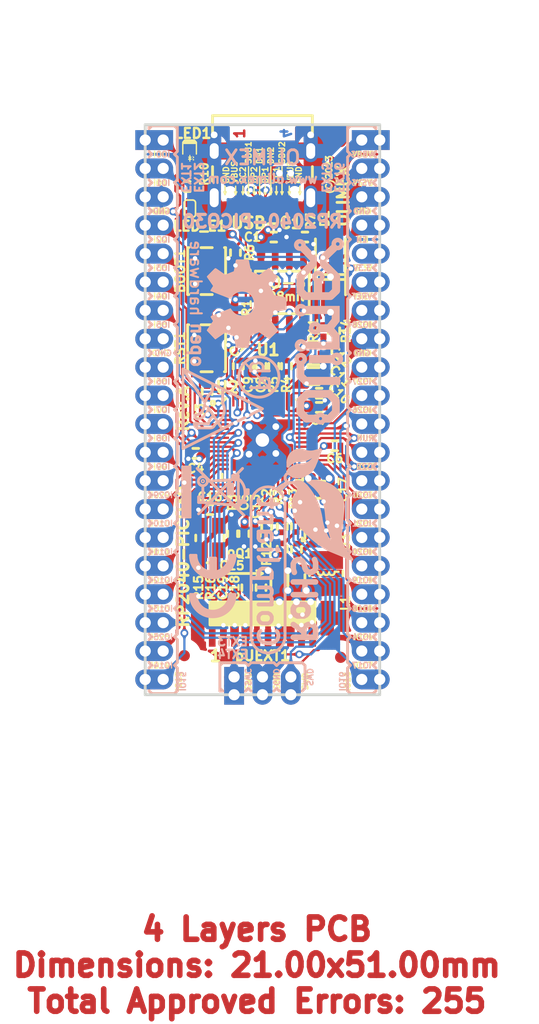
<source format=kicad_pcb>
(kicad_pcb (version 20221018) (generator pcbnew)
  (title_block (title "RP2040-PICO30") (date "2023-06-27") (rev "A") (company "OLIMEX LTD.") (comment 1 "https://www.olimex.com"))
  (layers (0 "F.Cu" signal) (1 "In1.Cu" signal) (2 "In2.Cu" signal) (31 "B.Cu" signal) (34 "B.Paste" user) (35 "F.Paste" user) (36 "B.SilkS" user "B.Silkscreen") (37 "F.SilkS" user "F.Silkscreen") (38 "B.Mask" user) (39 "F.Mask" user) (44 "Edge.Cuts" user))
  (net 0 "")
  (net 1 "GND")
  (net 2 "Net-(FID1-PadFid1)")
  (net 3 "Net-(FID2-PadFid1)")
  (net 4 "Net-(FID3-PadFid1)")
  (net 5 "/USB_D-")
  (net 6 "/USB_D+")
  (net 7 "+3.3V")
  (net 8 "/+1V1")
  (net 9 "/~{BOOTSEL}")
  (net 10 "/SWDIO")
  (net 11 "/SWCLK")
  (net 12 "Net-(C15-Pad1)")
  (net 13 "Net-(C16-Pad1)")
  (net 14 "Net-(R7-Pad2)")
  (net 15 "/RUN")
  (net 16 "/ADC_AVDD")
  (net 17 "VDD_SYS")
  (net 18 "VBUS")
  (net 19 "/GPIO13")
  (net 20 "/GPIO25")
  (net 21 "/GPIO15")
  (net 22 "/GPIO14")
  (net 23 "/GPIO11")
  (net 24 "/GPIO12")
  (net 25 "/GPIO10")
  (net 26 "/GPIO29")
  (net 27 "/GPIO8")
  (net 28 "/GPIO9")
  (net 29 "/GPIO7\\SPI0_TX(MOSI)")
  (net 30 "/GPIO6\\SPI0_SCK(CLK)")
  (net 31 "/GPIO5\\SPI0_CSn(CS#)")
  (net 32 "/GPIO4\\SPI0_RX(MISO)")
  (net 33 "/GPIO3")
  (net 34 "/GPIO0\\UART0_TX")
  (net 35 "/GPIO1\\UART0_RX")
  (net 36 "/GPIO2")
  (net 37 "/GPIO18")
  (net 38 "/GPIO24")
  (net 39 "/GPIO16\\I2C0_SDA")
  (net 40 "/GPIO17\\I2C0_SCL")
  (net 41 "/GPIO20")
  (net 42 "/GPIO19")
  (net 43 "/GPIO21")
  (net 44 "/GPIO23")
  (net 45 "/GPIO22")
  (net 46 "/GPIO26")
  (net 47 "/GPIO27")
  (net 48 "/GPIO28")
  (net 49 "/ADC_VREF")
  (net 50 "/3V3_EN")
  (net 51 "Net-(LED1-Pad2)")
  (net 52 "Net-(LED_E1-Pad2)")
  (net 53 "Net-(USB-C1-PadB8)")
  (net 54 "Net-(USB-C1-PadA8)")
  (net 55 "Net-(L1-Pad1)")
  (net 56 "Net-(R3-Pad2)")
  (net 57 "Net-(R6-Pad2)")
  (net 58 "Net-(R12-Pad1)")
  (net 59 "/D-")
  (net 60 "/D+")
  (net 61 "/CSn")
  (net 62 "/IO3")
  (net 63 "/CLK")
  (net 64 "/IO0")
  (net 65 "/IO2")
  (net 66 "/IO1")
  (footprint "OLIMEX_Other-FP:Fiducial1x3" (layer "F.Cu") (at 143.5 112)
    (fp_text reference "FID1" hide)
    (fp_text value "Fiducial" hide)
  )
  (footprint "OLIMEX_RLC-FP:C_0402_5MIL_DWS" (layer "F.Cu") (at 151.511 74.549 180)
    (fp_text reference "C1")
    (fp_text value "100nF/10V/10%/X7R/C0402")
  )
  (footprint "OLIMEX_LEDs-FP:LED_0603_KA" (layer "F.Cu") (at 144 67.5 -90)
    (fp_text reference "LED1")
    (fp_text value "NA(LED/GREEN/0603)")
  )
  (footprint "OLIMEX_Other-FP:Fiducial1x3" (layer "F.Cu") (at 157.5 66)
    (fp_text reference "FID3" hide)
    (fp_text value "Fiducial" hide)
  )
  (footprint "OLIMEX_Other-FP:Fiducial1x3" (layer "F.Cu") (at 157.5 112.15)
    (fp_text reference "FID2" hide)
    (fp_text value "Fiducial" hide)
  )
  (footprint "OLIMEX_Other-FP:Mounting_Hole_Drill-2.1mm_Clerance-4mm" (layer "F.Cu") (at 144.8 113.5)
    (fp_text reference "MH1" hide)
    (fp_text value "Mounting_Hole_NPTH" hide)
  )
  (footprint "OLIMEX_Other-FP:Mounting_Hole_Drill-2.1mm_Clerance-4mm" (layer "F.Cu") (at 156.2 113.5)
    (fp_text reference "MH2" hide)
    (fp_text value "Mounting_Hole_NPTH" hide)
  )
  (footprint "OLIMEX_Jumpers-FP:SJ_1_SMALLER" (layer "F.Cu") (at 144 72 90)
    (fp_text reference "LED_E1")
    (fp_text value "Opened" hide)
  )
  (footprint "OLIMEX_RLC-FP:R_0402_5MIL_DWS" (layer "F.Cu") (at 154.305 74.549 180)
    (fp_text reference "R7")
    (fp_text value "5.1k/R0402")
  )
  (footprint "OLIMEX_RLC-FP:R_0402_5MIL_DWS" (layer "F.Cu") (at 147.828 101.092 90)
    (fp_text reference "R3")
    (fp_text value "100R/R0402")
  )
  (footprint "OLIMEX_RLC-FP:C_0603_5MIL_DWS" (layer "F.Cu") (at 155.067 86.995)
    (fp_text reference "C11")
    (fp_text value "1uF/10V/20%/X5R/C0603")
  )
  (footprint "OLIMEX_RLC-FP:CD32" (layer "F.Cu") (at 156.21 104.648 -90)
    (fp_text reference "L1")
    (fp_text value "2.2uH/1.5A/DCR=58mR/20%/3.00x3.00x1.50mm/CD32(NRS3015T2R2MNGH)")
  )
  (footprint "OLIMEX_RLC-FP:R_0402_5MIL_DWS" (layer "F.Cu") (at 151.511 86.106 -90)
    (fp_text reference "R5")
    (fp_text value "27R/R0402")
  )
  (footprint "OLIMEX_Diodes-FP:SMA-KA" (layer "F.Cu") (at 156.591 77.216 90)
    (fp_text reference "D1")
    (fp_text value "1N5822/SS34/SMA")
  )
  (footprint "OLIMEX_RLC-FP:C_0402_5MIL_DWS" (layer "F.Cu") (at 145.542 88.392 90)
    (fp_text reference "C3")
    (fp_text value "100nF/10V/10%/X7R/C0402")
  )
  (footprint "OLIMEX_RLC-FP:R_0402_5MIL_DWS" (layer "F.Cu") (at 152.654 86.106 -90)
    (fp_text reference "R4")
    (fp_text value "27R/R0402")
  )
  (footprint "OLIMEX_IC-FP:SO-8_208mil" (layer "F.Cu") (at 152.273 79.502)
    (fp_text reference "U1")
    (fp_text value "ZD25Q16BTIGT(SOIC-8_208mils)")
  )
  (footprint "OLIMEX_RLC-FP:C_0402_5MIL_DWS" (layer "F.Cu") (at 155.575 89.789)
    (fp_text reference "C7")
    (fp_text value "100nF/10V/10%/X7R/C0402")
  )
  (footprint "OLIMEX_RLC-FP:R_0402_5MIL_DWS" (layer "F.Cu") (at 150.368 105.918 -90)
    (fp_text reference "R16")
    (fp_text value "NA(2.2k/R0402)")
  )
  (footprint "OLIMEX_RLC-FP:C_0603_5MIL_DWS" (layer "F.Cu") (at 155.067 85.217)
    (fp_text reference "C12")
    (fp_text value "1uF/10V/20%/X5R/C0603")
  )
  (footprint "OLIMEX_RLC-FP:C_0402_5MIL_DWS" (layer "F.Cu") (at 149.225 86.106 90)
    (fp_text reference "C9")
    (fp_text value "100nF/10V/10%/X7R/C0402")
  )
  (footprint "OLIMEX_RLC-FP:C_0402_5MIL_DWS" (layer "F.Cu") (at 145.796 98.933 180)
    (fp_text reference "C16")
    (fp_text value "27pF/50V/5%/C0G/C0402")
  )
  (footprint "OLIMEX_RLC-FP:R_0402_5MIL_DWS" (layer "F.Cu") (at 149.098 105.918 -90)
    (fp_text reference "R15")
    (fp_text value "NA(2.2k/R0402)")
  )
  (footprint "OLIMEX_Crystal-FP:TSX-3.2x2.5mm_GND(3)" (layer "F.Cu") (at 145.796 101.473 90)
    (fp_text reference "Q1")
    (fp_text value "Q12MHz/20pF/10ppm/4P/3.2x2.5mm")
  )
  (footprint "OLIMEX_RLC-FP:C_0603_5MIL_DWS" (layer "F.Cu") (at 152.019 105.259 90)
    (fp_text reference "C19")
    (fp_text value "22uF/6.3V/20%/X5R/C0603")
  )
  (footprint "OLIMEX_Buttons-FP:YTS-A016-X" (layer "F.Cu") (at 145.5 84.5 -90)
    (fp_text reference "RST1")
    (fp_text value "YTS-A016-X" hide)
  )
  (footprint "OLIMEX_RLC-FP:R_0402_5MIL_DWS" (layer "F.Cu") (at 148.082 82.169 90)
    (fp_text reference "R1")
    (fp_text value "10k/R0402")
  )
  (footprint "OLIMEX_RLC-FP:R_0402_5MIL_DWS" (layer "F.Cu") (at 148.082 75.946 90)
    (fp_text reference "R6")
    (fp_text value "5.1k/R0402")
  )
  (footprint "OLIMEX_Regulators-FP:SOT-23-5" (layer "F.Cu") (at 156.083 100.33 -90)
    (fp_text reference "U3")
    (fp_text value "SY8089AAAC(SOT23-5)")
  )
  (footprint "OLIMEX_RLC-FP:R_0402_5MIL_DWS" (layer "F.Cu") (at 152.273 100.457 90)
    (fp_text reference "R2")
    (fp_text value "NA(10k/R0402)")
  )
  (footprint "OLIMEX_RLC-FP:C_0402_5MIL_DWS" (layer "F.Cu") (at 149.86 101.092 -90)
    (fp_text reference "C13")
    (fp_text value "100nF/10V/10%/X7R/C0402")
  )
  (footprint "OLIMEX_RLC-FP:R_0402_5MIL_DWS" (layer "F.Cu") (at 152.273 102.465 -90)
    (fp_text reference "R12")
    (fp_text value "220k/R0402")
  )
  (footprint "OLIMEX_RLC-FP:R_0402_5MIL_DWS" (layer "F.Cu") (at 153.543 102.489 -90)
    (fp_text reference "R9")
    (fp_text value "1M/R0402")
  )
  (footprint "OLIMEX_RLC-FP:R_0402_5MIL_DWS" (layer "F.Cu") (at 153.543 100.433 90)
    (fp_text reference "R13")
    (fp_text value "49.9k/1%/R0402")
  )
  (footprint "OLIMEX_RLC-FP:C_0402_5MIL_DWS" (layer "F.Cu") (at 150.876 100.457 -90)
    (fp_text reference "C2")
    (fp_text value "100nF/10V/10%/X7R/C0402")
  )
  (footprint "OLIMEX_RLC-FP:C_0402_5MIL_DWS" (layer "F.Cu") (at 148.844 101.092 -90)
    (fp_text reference "C5")
    (fp_text value "100nF/10V/10%/X7R/C0402")
  )
  (footprint "OLIMEX_RLC-FP:R_0402_5MIL_DWS" (layer "F.Cu") (at 156.972 82.931 -90)
    (fp_text reference "R14")
    (fp_text value "1.3R/1%/R0402")
  )
  (footprint "OLIMEX_RLC-FP:R_0402_5MIL_DWS" (layer "F.Cu") (at 155.956 82.931 90)
    (fp_text reference "R11")
    (fp_text value "200R/1%/R0402")
  )
  (footprint "OLIMEX_Connectors-FP:BM10B-SRSS-TB" (layer "F.Cu") (at 150.5 109)
    (fp_text reference "pUEXT1")
    (fp_text value "NA(SH1.0-10P-180D)")
  )
  (footprint "OLIMEX_RLC-FP:R_0402_5MIL_DWS" (layer "F.Cu") (at 148.082 78.994 90)
    (fp_text reference "R8")
    (fp_text value "100R/R0402")
  )
  (footprint "OLIMEX_Buttons-FP:YTS-A016-X" (layer "F.Cu") (at 145.5 77.595 -90)
    (fp_text reference "BOOT1")
    (fp_text value "YTS-A016-X" hide)
  )
  (footprint "OLIMEX_RLC-FP:C_0402_5MIL_DWS" (layer "F.Cu") (at 155.575 88.519)
    (fp_text reference "C10")
    (fp_text value "100nF/10V/10%/X7R/C0402")
  )
  (footprint "OLIMEX_RLC-FP:R_0402_5MIL_DWS" (layer "F.Cu") (at 143.764 70.025)
    (fp_text reference "R10")
    (fp_text value "NA(2.2k/R0402)")
  )
  (footprint "OLIMEX_RLC-FP:C_0603_5MIL_DWS" (layer "F.Cu") (at 153.543 105.259 90)
    (fp_text reference "C18")
    (fp_text value "22uF/6.3V/20%/X5R/C0603")
  )
  (footprint "OLIMEX_RLC-FP:C_0603_5MIL_DWS" (layer "F.Cu") (at 155.575 97.155 180)
    (fp_text reference "C17")
    (fp_text value "22uF/6.3V/20%/X5R/C0603")
  )
  (footprint "OLIMEX_RLC-FP:C_0402_5MIL_DWS" (layer "F.Cu") (at 148.336 86.106 90)
    (fp_text reference "C14")
    (fp_text value "100nF/10V/10%/X7R/C0402")
  )
  (footprint "OLIMEX_RLC-FP:C_0402_5MIL_DWS" (layer "F.Cu") (at 156.972 93.218)
    (fp_text reference "C6")
    (fp_text value "100nF/10V/10%/X7R/C0402")
  )
  (footprint "OLIMEX_RLC-FP:C_0402_5MIL_DWS" (layer "F.Cu") (at 150.368 86.106 90)
    (fp_text reference "C8")
    (fp_text value "100nF/10V/10%/X7R/C0402")
  )
  (footprint "OLIMEX_RLC-FP:C_0402_5MIL_DWS" (layer "F.Cu") (at 144.526 93.9038 180)
    (fp_text reference "C4")
    (fp_text value "100nF/10V/10%/X7R/C0402")
  )
  (footprint "OLIMEX_Connectors-FP:USB2.0_TYPE-C(A40-00119-A52-12)" (layer "F.Cu") (at 150.5 68 90)
    (fp_text reference "USB-C1")
    (fp_text value "USB-C-16P-F(A40-00119-A52-12)")
  )
  (footprint "OLIMEX_RLC-FP:C_0402_5MIL_DWS" (layer "F.Cu") (at 145.796 104.14 180)
    (fp_text reference "C15")
    (fp_text value "27pF/50V/5%/C0G/C0402")
  )
  (footprint "OLIMEX_IC-FP:QFN56_7x7_Pitch_0.4mm" (layer "F.Cu") (at 150.495 92.71 -90)
    (fp_text reference "U2")
    (fp_text value "RP2040(QFN-56_7x7mm_P0.4mm)")
  )
  (footprint "OLIMEX_Signs-FP:CE_Sign" (layer "B.Cu") (at 146.05 104.775 90)
    (fp_text reference "Sign_CE" hide)
    (fp_text value "CE_Sign" hide)
  )
  (footprint "OLIMEX_Signs-FP:Logo_OLIMEX_TB" (layer "B.Cu") (at 155.575 82.804 90)
    (fp_text reference "Logo_OLIMEX_TB-Bottom" hide)
    (fp_text value "Logo_OLIMEX_TB" hide)
  )
  (footprint "OLIMEX_Signs-FP:Sign_OSHW_8x8" (layer "B.Cu") (at 148.59 80.518 90)
    (fp_text reference "Sign_OSHW_8x8" hide)
    (fp_text value "Sign_OSHW_8x8" hide)
  )
  (footprint "OLIMEX_Signs-FP:Sign_PB-Free" (layer "B.Cu") (at 149.86 86.868 90)
    (fp_text reference "Sign_PB-Free")
    (fp_text value "Sign_PB-Free")
  )
  (footprint "OLIMEX_Signs-FP:Sign_RecycleBin_1" (layer "B.Cu") (at 143.256 99.695 90)
    (fp_text reference "Sign_RecycleBin" hide)
    (fp_text value "Sign_RecycleBin" hide)
  )
  (footprint "OLIMEX_Signs-FP:Sign_RoHS_1" (layer "B.Cu") (at 150.114 110.744 90)
    (fp_text reference "Sign_RoHS" hide)
    (fp_text value "Sign_RoHS" hide)
  )
  (footprint "OLIMEX_Connectors-FP:HN1x3" (layer "B.Cu") (at 150.5 115.5)
    (fp_text reference "EXT4")
    (fp_text value "NA(HN1x3)")
  )
  (footprint "OLIMEX_Connectors-FP:HN1x20" (layer "B.Cu") (at 159.39 90 -90)
    (fp_text reference "EXT5")
    (fp_text value "NA(HN1x20)")
  )
  (footprint "OLIMEX_Connectors-FP:HN1x20" (layer "B.Cu") (at 140 90 -90)
    (fp_text reference "EXT1")
    (fp_text value "NA(HN1x20)")
  )
  (footprint "OLIMEX_Connectors-FP:HN1x20" (layer "B.Cu") (at 141.61 90 -90)
    (fp_text reference "EXT2")
    (fp_text value "NA(HN1x20)")
  )
  (footprint "OLIMEX_Connectors-FP:HN1x20" (layer "B.Cu") (at 161 90 -90)
    (fp_text reference "EXT6")
    (fp_text value "NA(HN1x20)")
  )
  (footprint "OLIMEX_Signs-FP:Sign_Antistatic" (layer "B.Cu") (at 143.383 93.472 90)
    (fp_text reference "Sign_Antistatic" hide)
    (fp_text value "Sign_Antistatic" hide)
  )
  (footprint "OLIMEX_Connectors-FP:HN1x3" (layer "B.Cu") (at 150.5 113.9)
    (fp_text reference "EXT3")
    (fp_text value "NA(HN1x3)")
  )
  (gr_line (start 154.305 101.727) (end 154.051 101.727) (stroke (width 0.254)) (layer "F.SilkS"))
  (gr_line (start 150.495 104.648) (end 149.987 104.394) (stroke (width 0.254)) (layer "F.SilkS"))
  (gr_line (start 146.812 104.648) (end 150.495 104.648) (stroke (width 0.254)) (layer "F.SilkS"))
  (gr_line (start 154.305 101.473) (end 154.051 101.727) (stroke (width 0.254)) (layer "F.SilkS"))
  (gr_line (start 154.305 99.822) (end 154.305 101.473) (stroke (width 0.254)) (layer "F.SilkS"))
  (gr_line (start 150.495 104.648) (end 149.987 104.902) (stroke (width 0.254)) (layer "F.SilkS"))
  (gr_line (start 154.051 101.727) (end 154.051 101.473) (stroke (width 0.254)) (layer "F.SilkS"))
  (gr_line (start 140 115.5) (end 140 64.5) (stroke (width 0.254)) (layer "Edge.Cuts"))
  (gr_line (start 161 115.5) (end 161 64.5) (stroke (width 0.254)) (layer "Edge.Cuts"))
  (gr_line (start 140 64.5) (end 161 64.5) (stroke (width 0.254)) (layer "Edge.Cuts"))
  (gr_line (start 140 115.5) (end 161 115.5) (stroke (width 0.254)) (layer "Edge.Cuts"))
  (gr_text "4 Layers PCB\nDimensions: 21.00x51.00mm\nTotal Approved Errors: 255" (at 150 139.7) (layer "F.Cu") (effects (font (size 2 2) (thickness 0.5))))
  (gr_text "1" (at 148.463 65.278 90) (layer "F.Cu") (effects (font (size 0.889 0.889) (thickness 0.22225))))
  (gr_text "4" (at 152.527 65.278 270) (layer "B.Cu") (effects (font (size 0.889 0.889) (thickness 0.22225)) (justify mirror)))
  (gr_text "RP2040-PICO30" (at 150.495 73.152) (layer "B.SilkS") (effects (font (size 1.143 1.143) (thickness 0.28575)) (justify mirror)))
  (gr_text "www.olimex.com" (at 150.495 69.342) (layer "B.SilkS") (effects (font (size 0.8128 0.8128) (thickness 0.2032)) (justify mirror)))
  (gr_text "IO3" (at 141.605 77.3176) (layer "B.SilkS") (effects (font (size 0.508 0.508) (thickness 0.127)) (justify mirror)))
  (gr_text "IO11" (at 141.605 102.7176) (layer "B.SilkS") (effects (font (size 0.508 0.508) (thickness 0.127)) (justify mirror)))
  (gr_text "GND" (at 141.605 84.9376) (layer "B.SilkS") (effects (font (size 0.508 0.508) (thickness 0.127)) (justify mirror)))
  (gr_text "IO13" (at 141.605 107.7976) (layer "B.SilkS") (effects (font (size 0.508 0.508) (thickness 0.127)) (justify mirror)))
  (gr_text "IO7" (at 141.605 90.0176) (layer "B.SilkS") (effects (font (size 0.508 0.508) (thickness 0.127)) (justify mirror)))
  (gr_text "IO10" (at 141.605 100.1776) (layer "B.SilkS") (effects (font (size 0.508 0.508) (thickness 0.127)) (justify mirror)))
  (gr_text "IO25" (at 141.605 110.3376) (layer "B.SilkS") (effects (font (size 0.508 0.508) (thickness 0.127)) (justify mirror)))
  (gr_text "IO4" (at 141.605 79.8576) (layer "B.SilkS") (effects (font (size 0.508 0.508) (thickness 0.127)) (justify mirror)))
  (gr_text "IO1" (at 141.605 69.6976) (layer "B.SilkS") (effects (font (size 0.508 0.508) (thickness 0.127)) (justify mirror)))
  (gr_text "IO6" (at 141.605 87.4776) (layer "B.SilkS") (effects (font (size 0.508 0.508) (thickness 0.127)) (justify mirror)))
  (gr_text "IO9" (at 141.605 95.0976) (layer "B.SilkS") (effects (font (size 0.508 0.508) (thickness 0.127)) (justify mirror)))
  (gr_text "IO0" (at 141.605 67.1576) (layer "B.SilkS") (effects (font (size 0.508 0.508) (thickness 0.127)) (justify mirror)))
  (gr_text "GND" (at 141.478 72.2376) (layer "B.SilkS") (effects (font (size 0.508 0.508) (thickness 0.127)) (justify mirror)))
  (gr_text "IO12" (at 141.605 105.2576) (layer "B.SilkS") (effects (font (size 0.508 0.508) (thickness 0.127)) (justify mirror)))
  (gr_text "IO8" (at 141.605 92.5576) (layer "B.SilkS") (effects (font (size 0.508 0.508) (thickness 0.127)) (justify mirror)))
  (gr_text "IO2" (at 141.605 74.7776) (layer "B.SilkS") (effects (font (size 0.508 0.508) (thickness 0.127)) (justify mirror)))
  (gr_text "IO29" (at 141.605 97.6376) (layer "B.SilkS") (effects (font (size 0.508 0.508) (thickness 0.127)) (justify mirror)))
  (gr_text "IO14" (at 141.605 112.8776) (layer "B.SilkS") (effects (font (size 0.508 0.508) (thickness 0.127)) (justify mirror)))
  (gr_text "IO5" (at 141.605 82.3976) (layer "B.SilkS") (effects (font (size 0.508 0.508) (thickness 0.127)) (justify mirror)))
  (gr_text "IO15" (at 143.3322 114.3 270) (layer "B.SilkS") (effects (font (size 0.508 0.508) (thickness 0.127)) (justify mirror)))
  (gr_text "IO16" (at 157.6324 114.3 270) (layer "B.SilkS") (effects (font (size 0.508 0.508) (thickness 0.127)) (justify mirror)))
  (gr_text "GND" (at 151.7396 113.919 270) (layer "B.SilkS") (effects (font (size 0.508 0.508) (thickness 0.127)) (justify mirror)))
  (gr_text "SWD" (at 154.7368 113.919 270) (layer "B.SilkS") (effects (font (size 0.508 0.508) (thickness 0.127)) (justify mirror)))
  (gr_text "IO22" (at 159.766 95.0976) (layer "B.SilkS") (effects (font (size 0.508 0.508) (thickness 0.127)) (justify mirror)))
  (gr_text "IO27" (at 159.385 87.4776) (layer "B.SilkS") (effects (font (size 0.508 0.508) (thickness 0.127)) (justify mirror)))
  (gr_text "IO19" (at 159.385 105.2576) (layer "B.SilkS") (effects (font (size 0.508 0.508) (thickness 0.127)) (justify mirror)))
  (gr_text "RUN" (at 159.7025 92.5576) (layer "B.SilkS") (effects (font (size 0.508 0.508) (thickness 0.127)) (justify mirror)))
  (gr_text "VBUS" (at 159.385 67.157599) (layer "B.SilkS") (effects (font (size 0.508 0.508) (thickness 0.127)) (justify mirror)))
  (gr_text "IO26" (at 159.385 90.017599) (layer "B.SilkS") (effects (font (size 0.508 0.508) (thickness 0.127)) (justify mirror)))
  (gr_text "EN" (at 159.385 74.7776) (layer "B.SilkS") (effects (font (size 0.508 0.508) (thickness 0.127)) (justify mirror)))
  (gr_text "IO20" (at 159.385 102.717601) (layer "B.SilkS") (effects (font (size 0.508 0.508) (thickness 0.127)) (justify mirror)))
  (gr_text "IO23" (at 159.385 97.6376) (layer "B.SilkS") (effects (font (size 0.508 0.508) (thickness 0.127)) (justify mirror)))
  (gr_text "VREF" (at 159.385 79.857601) (layer "B.SilkS") (effects (font (size 0.508 0.508) (thickness 0.127)) (justify mirror)))
  (gr_text "3.3V" (at 159.4485 77.3176) (layer "B.SilkS") (effects (font (size 0.508 0.508) (thickness 0.127)) (justify mirror)))
  (gr_text "VSYS" (at 159.385 69.6976) (layer "B.SilkS") (effects (font (size 0.508 0.508) (thickness 0.127)) (justify mirror)))
  (gr_text "IO21" (at 159.385 100.177599) (layer "B.SilkS") (effects (font (size 0.508 0.508) (thickness 0.127)) (justify mirror)))
  (gr_text "GND" (at 159.385 84.9376) (layer "B.SilkS") (effects (font (size 0.508 0.508) (thickness 0.127)) (justify mirror)))
  (gr_text "IO17" (at 159.385 112.877599) (layer "B.SilkS") (effects (font (size 0.508 0.508) (thickness 0.127)) (justify mirror)))
  (gr_text "GND" (at 159.385 72.2376) (layer "B.SilkS") (effects (font (size 0.508 0.508) (thickness 0.127)) (justify mirror)))
  (gr_text "IO28" (at 159.385 82.3976) (layer "B.SilkS") (effects (font (size 0.508 0.508) (thickness 0.127)) (justify mirror)))
  (gr_text "IO18" (at 159.385 107.7976) (layer "B.SilkS") (effects (font (size 0.508 0.508) (thickness 0.127)) (justify mirror)))
  (gr_text "IO24" (at 159.385 110.3376) (layer "B.SilkS") (effects (font (size 0.508 0.508) (thickness 0.127)) (justify mirror)))
  (gr_text "SWC" (at 149.1996 113.919 270) (layer "B.SilkS") (effects (font (size 0.508 0.508) (thickness 0.127)) (justify mirror)))
  (gr_text "OLIMEX" (at 150.495 67.437) (layer "B.SilkS") (effects (font (size 1.27 1.27) (thickness 0.254)) (justify mirror)))
  (gr_text "Rev.A" (at 143.383 89.916 90) (layer "F.SilkS") (effects (font (size 1.016 1.016) (thickness 0.254))))
  (gr_text "(C)2023" (at 156.464 68.961 90) (layer "F.SilkS") (effects (font (size 0.5588 0.5588) (thickness 0.1397))))
  (gr_text "RP2040-PICO30" (at 143.383 103.124 90) (layer "F.SilkS") (effects (font (size 1.016 1.016) (thickness 0.254))))
  (gr_text "IO1" (at 141.351 69.6976) (layer "F.SilkS") (effects (font (size 0.508 0.508) (thickness 0.127))))
  (gr_text "GND" (at 141.351 72.2376) (layer "F.SilkS") (effects (font (size 0.508 0.508) (thickness 0.127))))
  (gr_text "IO2" (at 141.351 74.7776) (layer "F.SilkS") (effects (font (size 0.508 0.508) (thickness 0.127))))
  (gr_text "IO3" (at 141.351 77.3176) (layer "F.SilkS") (effects (font (size 0.508 0.508) (thickness 0.127))))
  (gr_text "IO5" (at 141.351 82.3976) (layer "F.SilkS") (effects (font (size 0.508 0.508) (thickness 0.127))))
  (gr_text "IO4" (at 141.351 79.8576) (layer "F.SilkS") (effects (font (size 0.508 0.508) (thickness 0.127))))
  (gr_text "GND" (at 141.351 84.9376) (layer "F.SilkS") (effects (font (size 0.508 0.508) (thickness 0.127))))
  (gr_text "IO6" (at 141.351 87.4776) (layer "F.SilkS") (effects (font (size 0.508 0.508) (thickness 0.127))))
  (gr_text "IO7" (at 141.351 90.0176) (layer "F.SilkS") (effects (font (size 0.508 0.508) (thickness 0.127))))
  (gr_text "IO8" (at 141.351 92.5576) (layer "F.SilkS") (effects (font (size 0.508 0.508) (thickness 0.127))))
  (gr_text "IO9" (at 141.351 95.0976) (layer "F.SilkS") (effects (font (size 0.508 0.508) (thickness 0.127))))
  (gr_text "IO29" (at 141.351 97.6376) (layer "F.SilkS") (effects (font (size 0.508 0.508) (thickness 0.127))))
  (gr_text "IO10" (at 141.351 100.1776) (layer "F.SilkS") (effects (font (size 0.508 0.508) (thickness 0.127))))
  (gr_text "IO11" (at 141.351 102.7176) (layer "F.SilkS") (effects (font (size 0.508 0.508) (thickness 0.127))))
  (gr_text "IO12" (at 141.351 105.2576) (layer "F.SilkS") (effects (font (size 0.508 0.508) (thickness 0.127))))
  (gr_text "IO13" (at 141.351 107.7976) (layer "F.SilkS") (effects (font (size 0.508 0.508) (thickness 0.127))))
  (gr_text "IO25" (at 141.351 110.3376) (layer "F.SilkS") (effects (font (size 0.508 0.508) (thickness 0.127))))
  (gr_text "IO14" (at 141.351 112.8776) (layer "F.SilkS") (effects (font (size 0.508 0.508) (thickness 0.127))))
  (gr_text "IO15" (at 143.002 114.3 90) (layer "F.SilkS") (effects (font (size 0.508 0.508) (thickness 0.127))))
  (gr_text "SWC" (at 149.2504 114.3 90) (layer "F.SilkS") (effects (font (size 0.508 0.508) (thickness 0.127))))
  (gr_text "GND" (at 151.7904 114.3 90) (layer "F.SilkS") (effects (font (size 0.508 0.508) (thickness 0.127))))
  (gr_text "SWD" (at 154.3304 114.3 90) (layer "F.SilkS") (effects (font (size 0.508 0.508) (thickness 0.127))))
  (gr_text "IO16" (at 158.115 114.3 90) (layer "F.SilkS") (effects (font (size 0.508 0.508) (thickness 0.127))))
  (gr_text "IO17" (at 159.512 112.8776) (layer "F.SilkS") (effects (font (size 0.508 0.508) (thickness 0.127))))
  (gr_text "IO24" (at 159.512 110.3376) (layer "F.SilkS") (effects (font (size 0.508 0.508) (thickness 0.127))))
  (gr_text "IO18" (at 159.512 107.7976) (layer "F.SilkS") (effects (font (size 0.508 0.508) (thickness 0.127))))
  (gr_text "IO19" (at 159.512 105.2576) (layer "F.SilkS") (effects (font (size 0.508 0.508) (thickness 0.127))))
  (gr_text "IO20" (at 159.512 102.7176) (layer "F.SilkS") (effects (font (size 0.508 0.508) (thickness 0.127))))
  (gr_text "IO21" (at 159.512 100.1776) (layer "F.SilkS") (effects (font (size 0.508 0.508) (thickness 0.127))))
  (gr_text "IO23" (at 159.512 97.6376) (layer "F.SilkS") (effects (font (size 0.508 0.508) (thickness 0.127))))
  (gr_text "IO22" (at 159.766 95.0976) (layer "F.SilkS") (effects (font (size 0.508 0.508) (thickness 0.127))))
  (gr_text "RUN" (at 159.766 92.5576) (layer "F.SilkS") (effects (font (size 0.508 0.508) (thickness 0.127))))
  (gr_text "IO26" (at 159.512 90.0176) (layer "F.SilkS") (effects (font (size 0.508 0.508) (thickness 0.127))))
  (gr_text "IO27" (at 159.512 87.4776) (layer "F.SilkS") (effects (font (size 0.508 0.508) (thickness 0.127))))
  (gr_text "GND" (at 159.512 84.9376) (layer "F.SilkS") (effects (font (size 0.508 0.508) (thickness 0.127))))
  (gr_text "IO28" (at 159.512 82.3976) (layer "F.SilkS") (effects (font (size 0.508 0.508) (thickness 0.127))))
  (gr_text "VREF" (at 159.512 79.8576) (layer "F.SilkS") (effects (font (size 0.508 0.508) (thickness 0.127))))
  (gr_text "3.3V" (at 159.512 77.3176) (layer "F.SilkS") (effects (font (size 0.508 0.508) (thickness 0.127))))
  (gr_text "EN" (at 159.512 74.7776) (layer "F.SilkS") (effects (font (size 0.508 0.508) (thickness 0.127))))
  (gr_text "GND" (at 159.512 72.2376) (layer "F.SilkS") (effects (font (size 0.508 0.508) (thickness 0.127))))
  (gr_text "VSYS" (at 159.512 69.6976) (layer "F.SilkS") (effects (font (size 0.508 0.508) (thickness 0.127))))
  (gr_text "VBUS" (at 159.512 67.1576) (layer "F.SilkS") (effects (font (size 0.508 0.508) (thickness 0.127))))
  (gr_text "OLIMEX" (at 157.734 70.866 90) (layer "F.SilkS") (effects (font (size 1.016 1.016) (thickness 0.254))))
  (gr_text "IO0" (at 141.351 67.1576) (layer "F.SilkS") (effects (font (size 0.508 0.508) (thickness 0.127))))
  (segment (start 144.76499 104.13656) (end 144.76499 102.75801) (width 0.508) (layer "F.Cu") (net 1))
  (segment (start 150.368 85.598) (end 149.883192 85.598) (width 0.508) (layer "F.Cu") (net 1))
  (segment (start 145.5724 71.03) (end 145.5724 68.8036) (width 1.016) (layer "F.Cu") (net 1))
  (segment (start 154.857 70.993) (end 155.702 70.993) (width 1.016) (layer "F.Cu") (net 1))
  (segment (start 146.18 71.03) (end 146.778 71.628) (width 0.508) (layer "F.Cu") (net 1))
  (segment (start 144.850749 98.432249) (end 144.840599 98.422099) (width 0.2) (layer "F.Cu") (net 1))
  (segment (start 146.05 72.263) (end 145.796 72.009) (width 0.508) (layer "F.Cu") (net 1))
  (segment (start 144.996 102.273) (end 144.996 102.573) (width 0.4064) (layer "F.Cu") (net 1))
  (segment (start 154.686 97.917) (end 154.686 97.282) (width 0.2) (layer "F.Cu") (net 1))
  (segment (start 156.083 100.357646) (end 156.286136 100.15451) (width 0.508) (layer "F.Cu") (net 1))
  (segment (start 144.018 93.9165) (end 143.864982 94.069518) (width 0.508) (layer "F.Cu") (net 1))
  (segment (start 153.543 99.925) (end 153.567 99.925) (width 0.4064) (layer "F.Cu") (net 1))
  (segment (start 147.425 71.932) (end 147.243 71.932) (width 0.254) (layer "F.Cu") (net 1))
  (segment (start 149.495 96.1475) (end 149.495 97.3422) (width 0.2) (layer "F.Cu") (net 1))
  (segment (start 155.067 75.184) (end 155.067 75.943135) (width 0.762) (layer "F.Cu") (net 1))
  (segment (start 153.543 104.37) (end 152.805 104.37) (width 1.016) (layer "F.Cu") (net 1))
  (segment (start 154.813 74.549) (end 155.067 74.803) (width 0.508) (layer "F.Cu") (net 1))
  (segment (start 155.702 70.993) (end 155.745 70.95) (width 1.778) (layer "F.Cu") (net 1))
  (segment (start 144.777099 98.485599) (end 144.523099 98.739599) (width 0.2) (layer "F.Cu") (net 1))
  (segment (start 145.644499 98.527499) (end 145.288 98.883998) (width 0.2) (layer "F.Cu") (net 1))
  (segment (start 155.067 75.943135) (end 155.064612 75.945523) (width 0.762) (layer "F.Cu") (net 1))
  (segment (start 155.956 86.117021) (end 155.944979 86.106) (width 1.016) (layer "F.Cu") (net 1))
  (segment (start 143.864982 94.069518) (end 143.864982 94.386399) (width 0.508) (layer "F.Cu") (net 1))
  (segment (start 148.5392 98.298) (end 145.873998 98.298) (width 0.2) (layer "F.Cu") (net 1))
  (segment (start 154.82 71.03) (end 154.82 69.095) (width 1.016) (layer "F.Cu") (net 1))
  (segment (start 154.82 65.412) (end 154.813 65.405) (width 1.016) (layer "F.Cu") (net 1))
  (segment (start 152.019 74.549) (end 152.019 73.914) (width 0.508) (layer "F.Cu") (net 1))
  (segment (start 148.336 85.598) (end 149.225 85.598) (width 0.508) (layer "F.Cu") (net 1))
  (segment (start 154.686 97.155) (end 154.5336 97.3074) (width 0.2) (layer "F.Cu") (net 1))
  (segment (start 145.542 81.153) (end 145.542 87.884) (width 0.2) (layer "F.Cu") (net 1))
  (segment (start 144.780117 98.933) (end 144.76499 98.948127) (width 0.508) (layer "F.Cu") (net 1))
  (segment (start 154.813 97.917) (end 154.94 97.79) (width 0.2) (layer "F.Cu") (net 1))
  (segment (start 147.066 72.263) (end 146.05 72.263) (width 0.508) (layer "F.Cu") (net 1))
  (segment (start 145.5724 66.85) (end 145.5724 68.8036) (width 1.016) (layer "F.Cu") (net 1))
  (segment (start 144.964698 98.298) (end 144.840599 98.422099) (width 0.2) (layer "F.Cu") (net 1))
  (segment (start 155.956 86.995) (end 155.956 86.117021) (width 1.016) (layer "F.Cu") (net 1))
  (segment (start 158.115 72.263) (end 159.385 70.993) (width 0.508) (layer "F.Cu") (net 1))
  (segment (start 156.083 89.789) (end 156.083 89.154) (width 0.508) (layer "F.Cu") (net 1))
  (segment (start 155.702 72.009) (end 155.702 71.12) (width 0.508) (layer "F.Cu") (net 1))
  (segment (start 154.82 66.85) (end 154.82 69.095) (width 1.016) (layer "F.Cu") (net 1))
  (segment (start 154.6225 98.1075) (end 154.5336 98.0186) (width 0.2) (layer "F.Cu") (net 1))
  (segment (start 154.5336 97.3074) (end 154.5336 98.0694) (width 0.2) (layer "F.Cu") (net 1))
  (segment (start 144.523099 98.739599) (end 144.731627 98.948127) (width 0.2) (layer "F.Cu") (net 1))
  (segment (start 146.18 66.85) (end 145.59 66.85) (width 0.762) (layer "F.Cu") (net 1))
  (segment (start 152.805 104.37) (end 152.781 104.394) (width 1.016) (layer "F.Cu") (net 1))
  (segment (start 154.5336 98.1964) (end 154.5336 98.9584) (width 0.2) (layer "F.Cu") (net 1))
  (segment (start 146.70959 100.373) (end 147.716008 99.366582) (width 0.508) (layer "F.Cu") (net 1))
  (segment (start 144.996 102.573) (end 145.288 102.865) (width 0.508) (layer "F.Cu") (net 1))
  (segment (start 154.382 71.932) (end 153.825 71.932) (width 0.508) (layer "F.Cu") (net 1))
  (segment (start 144.996 102.573) (end 144.996 105.03698) (width 0.508) (layer "F.Cu") (net 1))
  (segment (start 154.178 81.183869) (end 154.208012 81.153857) (width 0.762) (layer "F.Cu") (net 1))
  (segment (start 152.019 104.37) (end 151.027 104.37) (width 1.016) (layer "F.Cu") (net 1))
  (segment (start 146.18 66.85) (end 146.18 68.456) (width 1.016) (layer "F.Cu") (net 1))
  (segment (start 147.175 71.932) (end 147.243 71.932) (width 0.254) (layer "F.Cu") (net 1))
  (segment (start 154.4066 97.8916) (end 154.4066 97.536) (width 0.2) (layer "F.Cu") (net 1))
  (segment (start 144.4625 78.74) (end 144.4625 76.454) (width 0.762) (layer "F.Cu") (net 1))
  (segment (start 146.778 71.628) (end 147.193 71.628) (width 0.508) (layer "F.Cu") (net 1))
  (segment (start 157.48 93.853) (end 158.706999 95.079999) (width 0.254) (layer "F.Cu") (net 1))
  (segment (start 147 109.277457) (end 147.0025 109.274957) (width 0.508) (layer "F.Cu") (net 1))
  (segment (start 146.05 72.263) (end 145.542 72.263) (width 0.508) (layer "F.Cu") (net 1))
  (segment (start 156.286136 100.736464) (end 156.21 100.8126) (width 0.6096) (layer "F.Cu") (net 1))
  (segment (start 156.083 101.63) (end 156.083 100.965) (width 0.508) (layer "F.Cu") (net 1))
  (segment (start 154.686 96.22799) (end 154.59701 96.139) (width 1.016) (layer "F.Cu") (net 1))
  (segment (start 154.5336 98.0694) (end 154.5336 98.1964) (width 0.2) (layer "F.Cu") (net 1))
  (segment (start 154.94 97.79) (end 154.94 97.282) (width 0.2) (layer "F.Cu") (net 1))
  (segment (start 149.495 94.123) (end 149.352 93.98) (width 0.2) (layer "F.Cu") (net 1))
  (segment (start 144.399 85.6615) (end 144.399 83.312) (width 0.762) (layer "F.Cu") (net 1))
  (segment (start 145.796 72.009) (end 147.193 72.009) (width 0.508) (layer "F.Cu") (net 1))
  (segment (start 148.082 76.454) (end 148.082 77.089) (width 0.508) (layer "F.Cu") (net 1))
  (segment (start 151.027 104.37) (end 151.003 104.394) (width 1.016) (layer "F.Cu") (net 1))
  (segment (start 156.21 100.838) (end 156.21 100.230646) (width 0.508) (layer "F.Cu") (net 1))
  (segment (start 156.083 88.519) (end 156.083 89.154) (width 0.508) (layer "F.Cu") (net 1))
  (segment (start 149.225 85.598) (end 149.846728 85.598) (width 0.508) (layer "F.Cu") (net 1))
  (segment (start 148.868 112.268) (end 147.32 112.268) (width 0.508) (layer "F.Cu") (net 1))
  (segment (start 147.175 71.646) (end 147.193 71.628) (width 0.508) (layer "F.Cu") (net 1))
  (segment (start 145.288 104.14) (end 144.76843 104.14) (width 0.508) (layer "F.Cu") (net 1))
  (segment (start 156.083 100.965) (end 156.21 100.838) (width 0.508) (layer "F.Cu") (net 1))
  (segment (start 154.559 72.263) (end 155.067 72.263) (width 0.508) (layer "F.Cu") (net 1))
  (segment (start 145.873998 98.298) (end 144.964698 98.298) (width 0.2) (layer "F.Cu") (net 1))
  (segment (start 153.567 99.925) (end 154.178 99.314) (width 0.4064) (layer "F.Cu") (net 1))
  (segment (start 155.067 72.263) (end 158.115 72.263) (width 0.508) (layer "F.Cu") (net 1))
  (segment (start 157.48 93.218) (end 157.48 93.853) (width 0.254) (layer "F.Cu") (net 1))
  (segment (start 147.32 112.268) (end 147 111.948) (width 0.508) (layer "F.Cu") (net 1))
  (segment (start 156.3 108.65) (end 155.854 108.204) (width 0.508) (layer "F.Cu") (net 1))
  (segment (start 144.818999 98.527499) (end 144.777099 98.485599) (width 0.2) (layer "F.Cu") (net 1))
  (segment (start 145.739749 98.432249) (end 145.644499 98.527499) (width 0.2) (layer "F.Cu") (net 1))
  (segment (start 144.76499 102.75801) (end 145.034 102.489) (width 0.508) (layer "F.Cu") (net 1))
  (segment (start 154.559 72.263) (end 154.051 72.263) (width 0.508) (layer "F.Cu") (net 1))
  (segment (start 146.18 66.85) (end 146.18 65.408) (width 1.016) (layer "F.Cu") (net 1))
  (segment (start 144.425 75.52) (end 144.425 76.4165) (width 0.762) (layer "F.Cu") (net 1))
  (segment (start 154.82 71.03) (end 154.82 71.494) (width 0.508) (layer "F.Cu") (net 1))
  (segment (start 155.067 74.803) (end 154.94 74.676) (width 0.762) (layer "F.Cu") (net 1))
  (segment (start 148.082 76.454) (end 147.447 76.454) (width 0.508) (layer "F.Cu") (net 1))
  (segment (start 155.067 74.803) (end 155.067 75.184) (width 0.762) (layer "F.Cu") (net 1))
  (segment (start 159.39 70.95) (end 160.485 70.95) (width 1.778) (layer "F.Cu") (net 1))
  (segment (start 154.94 97.79) (end 155.0924 97.6376) (width 0.2) (layer "F.Cu") (net 1))
  (segment (start 156.21 100.230646) (end 156.286136 100.15451) (width 0.508) (layer "F.Cu") (net 1))
  (segment (start 152.757 104.37) (end 152.781 104.394) (width 1.016) (layer "F.Cu") (net 1))
  (segment (start 149.86 101.6) (end 149.86 102.235) (width 0.508) (layer "F.Cu") (net 1))
  (segment (start 140 70.95) (end 140.8 70.95) (width 1.778) (layer "F.Cu") (net 1))
  (segment (start 154.6225 98.1075) (end 154.813 97.917) (width 0.2) (layer "F.Cu") (net 1))
  (segment (start 155.4276 70.9726) (end 155.448 70.993) (width 1.016) (layer "F.Cu") (net 1))
  (segment (start 154.222 71.628) (end 153.797 71.628) (width 0.508) (layer "F.Cu") (net 1))
  (segment (start 161 70.95) (end 160.485 70.95) (width 1.778) (layer "F.Cu") (net 1))
  (segment (start 158.706999 95.079999) (end 158.713373 95.079999) (width 0.254) (layer "F.Cu") (net 1))
  (segment (start 155.067 72.263) (end 155.448 72.263) (width 0.508) (layer "F.Cu") (net 1))
  (segment (start 155.956 86.094979) (end 155.944979 86.106) (width 1.016) (layer "F.Cu") (net 1))
  (segment (start 154.5336 98.1964) (end 154.6225 98.1075) (width 0.2) (layer "F.Cu") (net 1))
  (segment (start 144.731627 98.948127) (end 144.76499 98.948127) (width 0.2) (layer "F.Cu") (net 1))
  (segment (start 146.596 100.373) (end 146.70959 100.373) (width 0.508) (layer "F.Cu") (net 1))
  (segment (start 144.425 86.575) (end 144.425 85.6875) (width 0.762) (layer "F.Cu") (net 1))
  (segment (start 144.780117 98.933) (end 144.77521 98.937907) (width 0.762) (layer "F.Cu") (net 1))
  (segment (start 161 83.65) (end 160.485 83.65) (width 1.778) (layer "F.Cu") (net 1))
  (segment (start 147.175 71.932) (end 147.175 71.646) (width 0.508) (layer "F.Cu") (net 1))
  (segment (start 154.82 66.85) (end 154.82 65.412) (width 1.016) (layer "F.Cu") (net 1))
  (segment (start 147.175 71.932) (end 147.175 72.154) (width 0.508) (layer "F.Cu") (net 1))
  (segment (start 154.82 71.494) (end 154.382 71.932) (width 0.508) (layer "F.Cu") (net 1))
  (segment (start 150.876 100.965) (end 150.876 101.6) (width 0.508) (layer "F.Cu") (net 1))
  (segment (start 145.644499 98.527499) (end 144.818999 98.527499) (width 0.2) (layer "F.Cu") (net 1))
  (segment (start 149.495 94.98) (end 150.479 94.98) (width 0.2) (layer "F.Cu") (net 1))
  (segment (start 149.495 94.98) (end 149.495 94.123) (width 0.2) (layer "F.Cu") (net 1))
  (segment (start 154.813 97.917) (end 154.813 97.155) (width 0.2) (layer "F.Cu") (net 1))
  (segment (start 145.59 66.85) (end 145.542 66.802) (width 0.762) (layer "F.Cu") (net 1))
  (segment (start 154.686 97.155) (end 154.686 96.22799) (width 1.016) (layer "F.Cu") (net 1))
  (segment (start 156.21 101.6) (end 156.1465 101.6635) (width 0.508) (layer "F.Cu") (net 1))
  (segment (start 144.425 85.6875) (end 144.399 85.6615) (width 0.762) (layer "F.Cu") (net 1))
  (segment (start 144.425 79.67) (end 144.425 80.036) (width 0.762) (layer "F.Cu") (net 1))
  (segment (start 152.019 104.37) (end 152.757 104.37) (width 1.016) (layer "F.Cu") (net 1))
  (segment (start 144.76499 108.58501) (end 144.76499 106.68) (width 0.508) (layer "F.Cu") (net 1))
  (segment (start 154.813 66.85) (end 146.18 66.85) (width 1.524) (layer "F.Cu") (net 1))
  (segment (start 155.4276 66.85) (end 155.4276 70.9726) (width 1.016) (layer "F.Cu") (net 1))
  (segment (start 155.956 85.217) (end 155.956 86.094979) (width 1.016) (layer "F.Cu") (net 1))
  (segment (start 156.286136 100.15451) (end 156.286136 100.736464) (width 0.6096) (layer "F.Cu") (net 1))
  (segment (start 144.76499 104.13656) (end 144.76499 105.26799) (width 0.508) (layer "F.Cu") (net 1))
  (segment (start 155.448 72.263) (end 155.702 72.009) (width 0.508) (layer "F.Cu") (net 1))
  (segment (start 147 110.425) (end 147 109.277457) (width 0.508) (layer "F.Cu") (net 1))
  (segment (start 144.425 78.7775) (end 144.4625 78.74) (width 0.762) (layer "F.Cu") (net 1))
  (segment (start 144.840599 98.422099) (end 144.777099 98.485599) (width 0.2) (layer "F.Cu") (net 1))
  (segment (start 154.82 71.03) (end 154.857 70.993) (width 1.016) (layer "F.Cu") (net 1))
  (segment (start 154.82 72.002) (end 154.559 72.263) (width 0.508) (layer "F.Cu") (net 1))
  (segment (start 154.2796 97.7646) (end 154.2796 97.409) (width 0.2) (layer "F.Cu") (net 1))
  (segment (start 154.82 66.85) (end 154.813 66.85) (width 1.016) (layer "F.Cu") (net 1))
  (segment (start 144.425 82.425) (end 144.425 83.286) (width 0.762) (layer "F.Cu") (net 1))
  (segment (start 159.39 83.65) (end 160.485 83.65) (width 1.778) (layer "F.Cu") (net 1))
  (segment (start 145.478 66.738) (end 145.542 66.802) (width 0.762) (layer "F.Cu") (net 1))
  (segment (start 144.425 83.286) (end 144.399 83.312) (width 0.762) (layer "F.Cu") (net 1))
  (segment (start 145.5724 71.7854) (end 145.796 72.009) (width 0.508) (layer "F.Cu") (net 1))
  (segment (start 146.596 100.373) (end 146.596 100.673) (width 0.4064) (layer "F.Cu") (net 1))
  (segment (start 144.425 79.67) (end 144.425 78.7775) (width 0.762) (layer "F.Cu") (net 1))
  (segment (start 148.844 101.6) (end 148.844 102.235) (width 0.508) (layer "F.Cu") (net 1))
  (segment (start 156.083 101.63) (end 156.083 100.357646) (width 0.508) (layer "F.Cu") (net 1))
  (segment (start 152.019 73.914) (end 152.654 74.549) (width 0.508) (layer "F.Cu") (net 1))
  (segment (start 154.5336 98.0694) (end 154.686 97.917) (width 0.2) (layer "F.Cu") (net 1))
  (segment (start 145.873998 98.298) (end 145.739749 98.432249) (width 0.2) (layer "F.Cu") (net 1))
  (segment (start 159.385 70.993) (end 158.496 71.882) (width 0.508) (layer "F.Cu") (net 1))
  (segment (start 144.7 108.65) (end 144.76499 108.58501) (width 0.508) (layer "F.Cu") (net 1))
  (segment (start 154.5336 98.0186) (end 154.2796 97.7646) (width 0.2) (layer "F.Cu") (net 1))
  (segment (start 158.496 71.882) (end 155.829 71.882) (width 0.508) (layer "F.Cu") (net 1))
  (segment (start 146.596 100.673) (end 144.996 102.273) (width 0.4064) (layer "F.Cu") (net 1))
  (segment (start 155.854 108.204) (end 154.209103 108.204) (width 0.508) (layer "F.Cu") (net 1))
  (segment (start 145.288 72.009) (end 145.288 71.374) (width 0.508) (layer "F.Cu") (net 1))
  (segment (start 144.425 76.4165) (end 144.4625 76.454) (width 0.762) (layer "F.Cu") (net 1))
  (segment (start 146.18 71.03) (end 146.18 68.456) (width 1.016) (layer "F.Cu") (net 1))
  (segment (start 149.883192 85.598) (end 149.86496 85.616232) (width 0.508) (layer "F.Cu") (net 1))
  (segment (start 150.5 113.9) (end 148.868 112.268) (width 0.508) (layer "F.Cu") (net 1))
  (segment (start 155.745 70.95) (end 159.39 70.95) (width 1.778) (layer "F.Cu") (net 1))
  (segment (start 154.5336 98.0186) (end 154.4066 97.8916) (width 0.2) (layer "F.Cu") (net 1))
  (segment (start 143.8656 94.308586) (end 143.8656 94.385781) (width 0.508) (layer "F.Cu") (net 1))
  (segment (start 149.846728 85.598) (end 149.86496 85.616232) (width 0.508) (layer "F.Cu") (net 1))
  (segment (start 154.209103 108.204) (end 154.08166 108.331443) (width 0.508) (layer "F.Cu") (net 1))
  (segment (start 141.61 70.95) (end 140.8 70.95) (width 1.778) (layer "F.Cu") (net 1))
  (segment (start 144.77521 98.937907) (end 144.77521 98.948127) (width 0.762) (layer "F.Cu") (net 1))
  (segment (start 150.5 113.9) (end 150.5 115.5) (width 1.778) (layer "F.Cu") (net 1))
  (segment (start 154.178 82.737) (end 154.178 81.183869) (width 0.762) (layer "F.Cu") (net 1))
  (segment (start 145.288 98.933) (end 144.780117 98.933) (width 0.762) (layer "F.Cu") (net 1))
  (segment (start 146.18 65.408) (end 146.177 65.405) (width 1.016) (layer "F.Cu") (net 1))
  (segment (start 149.495 97.3422) (end 148.5392 98.298) (width 0.2) (layer "F.Cu") (net 1))
  (segment (start 143.8656 94.385781) (end 143.864982 94.386399) (width 0.508) (layer "F.Cu") (net 1))
  (segment (start 156.286136 100.812664) (end 156.21 100.8888) (width 0.508) (layer "F.Cu") (net 1))
  (segment (start 145.542 81.153) (end 144.907 80.518) (width 0.2) (layer "F.Cu") (net 1))
  (segment (start 144.76843 104.14) (end 144.76499 104.13656) (width 0.508) (layer "F.Cu") (net 1))
  (segment (start 156.21 100.8126) (end 156.21 101.9048) (width 0.6604) (layer "F.Cu") (net 1))
  (segment (start 141.61 83.65) (end 140.8 83.65) (width 1.778) (layer "F.Cu") (net 1))
  (segment (start 144.996 105.03698) (end 144.76499 105.26799) (width 0.508) (layer "F.Cu") (net 1))
  (segment (start 155.0924 97.6376) (end 155.0924 97.2566) (width 0.2) (layer "F.Cu") (net 1))
  (segment (start 145.542 72.263) (end 145.288 72.009) (width 0.508) (layer "F.Cu") (net 1))
  (segment (start 145.288 102.865) (end 145.288 104.14) (width 0.508) (layer "F.Cu") (net 1))
  (segment (start 147 111.948) (end 147 110.425) (width 0.508) (layer "F.Cu") (net 1))
  (segment (start 144 66.738) (end 145.478 66.738) (width 0.762) (layer "F.Cu") (net 1))
  (segment (start 144.425 80.036) (end 144.907 80.518) (width 0.762) (layer "F.Cu") (net 1))
  (segment (start 149.495 96.1475) (end 149.495 94.98) (width 0.2) (layer "F.Cu") (net 1))
  (segment (start 154.82 71.03) (end 154.82 72.002) (width 0.508) (layer "F.Cu") (net 1))
  (segment (start 152.654 74.549) (end 152.019 74.549) (width 0.508) (layer "F.Cu") (net 1))
  (segment (start 145.739749 98.432249) (end 144.850749 98.432249) (width 0.2) (layer "F.Cu") (net 1))
  (segment (start 147.175 72.154) (end 147.066 72.263) (width 0.508) (layer "F.Cu") (net 1))
  (segment (start 154.82 71.03) (end 154.222 71.628) (width 0.508) (layer "F.Cu") (net 1))
  (segment (start 154.5336 98.9584) (end 154.178 99.314) (width 0.2) (layer "F.Cu") (net 1))
  (segment (start 145.5724 71.03) (end 145.5724 71.7854) (width 0.508) (layer "F.Cu") (net 1))
  (segment (start 140 83.65) (end 140.8 83.65) (width 1.778) (layer "F.Cu") (net 1))
  (via (at 158.713373 95.079999) (size 0.7) (drill 0.4) (layers "F.Cu" "B.Cu") (net 1))
  (via (at 144.4625 76.454) (size 0.7) (drill 0.4) (layers "F.Cu" "B.Cu") (net 1))
  (via (at 147.447 76.454) (size 0.7) (drill 0.4) (layers "F.Cu" "B.Cu") (net 1))
  (via (at 155.064612 75.945523) (size 0.7) (drill 0.4) (layers "F.Cu" "B.Cu") (net 1))
  (via (at 147.0025 109.274957) (size 0.7) (drill 0.4) (layers "F.Cu" "B.Cu") (net 1))
  (via (at 154.59701 96.139) (size 1) (drill 0.6) (layers "F.Cu" "B.Cu") (net 1))
  (via (at 151.003 104.394) (size 1) (drill 0.6) (layers "F.Cu" "B.Cu") (net 1))
  (via (at 144.4625 78.74) (size 0.7) (drill 0.4) (layers "F.Cu" "B.Cu") (net 1))
  (via (at 155.067 75.184) (size 0.7) (drill 0.4) (layers "F.Cu" "B.Cu") (net 1))
  (via (at 144.76499 106.68) (size 0.7) (drill 0.4) (layers "F.Cu" "B.Cu") (net 1))
  (via (at 155.944979 86.106) (size 1) (drill 0.6) (layers "F.Cu" "B.Cu") (net 1))
  (via (at 152.019 73.914) (size 0.7) (drill 0.4) (layers "F.Cu" "B.Cu") (net 1))
  (via (at 148.844 102.235) (size 0.7) (drill 0.4) (layers "F.Cu" "B.Cu") (net 1))
  (via (at 149.86 102.235) (size 0.7) (drill 0.4) (layers "F.Cu" "B.Cu") (net 1))
  (via (at 156.3116 100.1014) (size 0.7) (drill 0.4) (layers "F.Cu" "B.Cu") (net 1))
  (via (at 148.082 77.089) (size 0.7) (drill 0.4) (layers "F.Cu" "B.Cu") (net 1))
  (via (at 156.21 100.8126) (size 0.7) (drill 0.4) (layers "F.Cu" "B.Cu") (net 1))
  (via (at 147.716008 99.366582) (size 0.7) (drill 0.4) (layers "F.Cu" "B.Cu") (net 1))
  (via (at 152.654 74.549) (size 0.7) (drill 0.4) (layers "F.Cu" "B.Cu") (net 1))
  (via (at 150.876 101.6) (size 0.7) (drill 0.4) (layers "F.Cu" "B.Cu") (net 1))
  (via (at 154.813 65.405) (size 1) (drill 0.6) (layers "F.Cu" "B.Cu") (net 1))
  (via (at 144.76499 98.948127) (size 0.7) (drill 0.4) (layers "F.Cu" "B.Cu") (net 1))
  (via (at 154.208012 81.153857) (size 0.7) (drill 0.4) (layers "F.Cu" "B.Cu") (net 1))
  (via (at 144.399 85.6615) (size 0.7) (drill 0.4) (layers "F.Cu" "B.Cu") (net 1))
  (via (at 149.86496 85.616232) (size 0.7) (drill 0.4) (layers "F.Cu" "B.Cu") (net 1))
  (via (at 143.864982 94.386399) (size 0.7) (drill 0.4) (layers "F.Cu" "B.Cu") (net 1))
  (via (at 146.177 65.405) (size 1) (drill 0.6) (layers "F.Cu" "B.Cu") (net 1))
  (via (at 152.781 104.394) (size 1) (drill 0.6) (layers "F.Cu" "B.Cu") (net 1))
  (via (at 156.083 89.154) (size 0.7) (drill 0.4) (layers "F.Cu" "B.Cu") (net 1))
  (via (at 144.399 83.312) (size 0.7) (drill 0.4) (layers "F.Cu" "B.Cu") (net 1))
  (via (at 144.76499 104.13656) (size 0.7) (drill 0.4) (layers "F.Cu" "B.Cu") (net 1))
  (via (at 154.08166 108.331443) (size 0.7) (drill 0.4) (layers "F.Cu" "B.Cu") (net 1))
  (segment (start 140 70.95) (end 140.8 70.95) (width 1.778) (layer "B.Cu") (net 1))
  (segment (start 150.5 113.9) (end 150.5 114.295) (width 1.778) (layer "B.Cu") (net 1))
  (segment (start 140 83.65) (end 140.8 83.65) (width 1.778) (layer "B.Cu") (net 1))
  (segment (start 161 83.65) (end 160.485 83.65) (width 1.778) (layer "B.Cu") (net 1))
  (segment (start 141.61 83.65) (end 140.8 83.65) (width 1.778) (layer "B.Cu") (net 1))
  (segment (start 159.39 83.65) (end 160.485 83.65) (width 1.778) (layer "B.Cu") (net 1))
  (segment (start 150.5 115.5) (end 150.5 114.295) (width 1.778) (layer "B.Cu") (net 1))
  (segment (start 141.61 70.95) (end 140.8 70.95) (width 1.778) (layer "B.Cu") (net 1))
  (segment (start 161 70.95) (end 160.485 70.95) (width 1.778) (layer "B.Cu") (net 1))
  (segment (start 159.39 70.95) (end 160.485 70.95) (width 1.778) (layer "B.Cu") (net 1))
  (segment (start 150.25 70.748) (end 150.114 70.612) (width 0.2) (layer "F.Cu") (net 5))
  (segment (start 150.25 71.932) (end 150.25 72.794501) (width 0.2) (layer "F.Cu") (net 5))
  (segment (start 150.25 71.932) (end 150.25 70.748) (width 0.2) (layer "F.Cu") (net 5))
  (segment (start 150.25 72.794501) (end 150.2143 72.830201) (width 0.2) (layer "F.Cu") (net 5))
  (segment (start 152.2968 85.2158) (end 152.654 85.573) (width 0.2) (layer "F.Cu") (net 5))
  (segment (start 151.129123 69.676627) (end 151.481995 70.029499) (width 0.2) (layer "F.Cu") (net 5))
  (segment (start 150.502414 69.676627) (end 151.129123 69.676627) (width 0.2) (layer "F.Cu") (net 5))
  (segment (start 149.4393 83.858234) (end 149.821766 84.2407) (width 0.2) (layer "F.Cu") (net 5))
  (segment (start 150.2143 73.608766) (end 149.4393 74.383766) (width 0.2) (layer "F.Cu") (net 5))
  (segment (start 150.2143 72.830201) (end 150.2143 73.608766) (width 0.2) (layer "F.Cu") (net 5))
  (segment (start 151.481995 70.029499) (end 151.481995 70.680959) (width 0.2) (layer "F.Cu") (net 5))
  (segment (start 149.821766 84.2407) (end 151.853766 84.2407) (width 0.2) (layer "F.Cu") (net 5))
  (segment (start 152.2968 84.683734) (end 152.2968 85.2158) (width 0.2) (layer "F.Cu") (net 5))
  (segment (start 149.4393 74.383766) (end 149.4393 83.858234) (width 0.2) (layer "F.Cu") (net 5))
  (segment (start 151.25 70.912954) (end 151.25 71.932) (width 0.2) (layer "F.Cu") (net 5))
  (segment (start 152.654 85.573) (end 152.654 85.598) (width 0.2) (layer "F.Cu") (net 5))
  (segment (start 150.114 70.612) (end 150.114 70.065041) (width 0.2) (layer "F.Cu") (net 5))
  (segment (start 151.481995 70.680959) (end 151.25 70.912954) (width 0.2) (layer "F.Cu") (net 5))
  (segment (start 150.114 70.065041) (end 150.502414 69.676627) (width 0.2) (layer "F.Cu") (net 5))
  (segment (start 151.853766 84.2407) (end 152.2968 84.683734) (width 0.2) (layer "F.Cu") (net 5))
  (segment (start 149.7857 72.830201) (end 149.7857 73.431234) (width 0.2) (layer "F.Cu") (net 6))
  (segment (start 149.75 71.932) (end 149.75 70.883) (width 0.2) (layer "F.Cu") (net 6))
  (segment (start 150.75 70.408622) (end 150.803393 70.355229) (width 0.2) (layer "F.Cu") (net 6))
  (segment (start 149.0107 74.206234) (end 149.0107 84.035766) (width 0.2) (layer "F.Cu") (net 6))
  (segment (start 151.8682 84.861266) (end 151.8682 85.2158) (width 0.2) (layer "F.Cu") (net 6))
  (segment (start 149.75 71.932) (end 149.75 72.794501) (width 0.2) (layer "F.Cu") (net 6))
  (segment (start 151.511 85.573) (end 151.511 85.598) (width 0.2) (layer "F.Cu") (net 6))
  (segment (start 149.75 72.794501) (end 149.7857 72.830201) (width 0.2) (layer "F.Cu") (net 6))
  (segment (start 149.7857 73.431234) (end 149.0107 74.206234) (width 0.2) (layer "F.Cu") (net 6))
  (segment (start 149.0107 84.035766) (end 149.644234 84.6693) (width 0.2) (layer "F.Cu") (net 6))
  (segment (start 149.75 70.883) (end 149.43539 70.56839) (width 0.2) (layer "F.Cu") (net 6))
  (segment (start 150.75 71.932) (end 150.75 70.408622) (width 0.2) (layer "F.Cu") (net 6))
  (segment (start 149.43539 70.56839) (end 149.43539 70.358) (width 0.2) (layer "F.Cu") (net 6))
  (segment (start 151.8682 85.2158) (end 151.511 85.573) (width 0.2) (layer "F.Cu") (net 6))
  (segment (start 151.676234 84.6693) (end 151.8682 84.861266) (width 0.2) (layer "F.Cu") (net 6))
  (segment (start 149.644234 84.6693) (end 151.676234 84.6693) (width 0.2) (layer "F.Cu") (net 6))
  (via (at 150.803393 70.355229) (size 0.7) (drill 0.4) (layers "F.Cu" "B.Cu") (net 6))
  (via (at 149.43539 70.358) (size 0.7) (drill 0.4) (layers "F.Cu" "B.Cu") (net 6))
  (segment (start 150.800622 70.358) (end 150.803393 70.355229) (width 0.2) (layer "B.Cu") (net 6))
  (segment (start 149.43539 70.358) (end 150.800622 70.358) (width 0.2) (layer "B.Cu") (net 6))
  (segment (start 153.567 106.172) (end 154.432 106.172) (width 1.016) (layer "F.Cu") (net 7))
  (segment (start 147.701 105.41) (end 149.098 105.41) (width 0.508) (layer "F.Cu") (net 7))
  (segment (start 150.368 105.41) (end 150.622 105.41) (width 0.508) (layer "F.Cu") (net 7))
  (segment (start 154.909001 89.630999) (end 154.467675 89.630999) (width 0.508) (layer "F.Cu") (net 7))
  (segment (start 153.9325 93.71) (end 155.527461 93.71) (width 0.2) (layer "F.Cu") (net 7))
  (segment (start 145.526 93.71) (end 145.526 93.996) (width 0.2) (layer "F.Cu") (net 7))
  (segment (start 154.467675 89.630999) (end 154.44701 89.651664) (width 0.508) (layer "F.Cu") (net 7))
  (segment (start 154.813 106.68) (end 155.448 106.045) (width 1.016) (layer "F.Cu") (net 7))
  (segment (start 150.695 97.878651) (end 149.242326 99.331326) (width 0.2) (layer "F.Cu") (net 7))
  (segment (start 150.52675 87.34425) (end 150.368 87.1855) (width 0.2) (layer "F.Cu") (net 7))
  (segment (start 149.150153 100.023847) (end 149.150153 99.423499) (width 0.2) (layer "F.Cu") (net 7))
  (segment (start 153.543 106.148) (end 152.805 106.148) (width 1.016) (layer "F.Cu") (net 7))
  (segment (start 150.53 87.341) (end 150.52675 87.34425) (width 0.2) (layer "F.Cu") (net 7))
  (segment (start 152.757 106.148) (end 152.781 106.172) (width 1.016) (layer "F.Cu") (net 7))
  (segment (start 152.019 106.807) (end 152.019 107.188) (width 0.508) (layer "F.Cu") (net 7))
  (segment (start 150.368 105.41) (end 149.098 105.41) (width 0.508) (layer "F.Cu") (net 7))
  (segment (start 145.653 93.71) (end 145.526 93.71) (width 0.2) (layer "F.Cu") (net 7))
  (segment (start 153.9325 90.11) (end 154.2535 89.789) (width 0.2) (layer "F.Cu") (net 7))
  (segment (start 153.289 88.011) (end 153.642286 87.657714) (width 0.2) (layer "F.Cu") (net 7))
  (segment (start 150.622 105.41) (end 152.019 106.807) (width 0.508) (layer "F.Cu") (net 7))
  (segment (start 151.095 89.2725) (end 151.095 87.538) (width 0.2) (layer "F.Cu") (net 7))
  (segment (start 154.178 89.281) (end 154.305 89.281) (width 0.2) (layer "F.Cu") (net 7))
  (segment (start 150.368 87.1855) (end 150.2029 87.0204) (width 0.2) (layer "F.Cu") (net 7))
  (segment (start 147.0575 90.11) (end 146.274254 90.11) (width 0.2) (layer "F.Cu") (net 7))
  (segment (start 154.813 89.281) (end 154.94 89.281) (width 0.2) (layer "F.Cu") (net 7))
  (segment (start 155.194 89.408) (end 155.194 89.535) (width 0.2) (layer "F.Cu") (net 7))
  (segment (start 149.242326 99.331326) (end 149.083576 99.490076) (width 0.2) (layer "F.Cu") (net 7))
  (segment (start 150.368 87.1855) (end 150.9395 87.1855) (width 0.2) (layer "F.Cu") (net 7))
  (segment (start 154.292296 87.503) (end 154.44701 87.657714) (width 0.2) (layer "F.Cu") (net 7))
  (segment (start 155.527461 93.71) (end 155.99801 93.239451) (width 0.2) (layer "F.Cu") (net 7))
  (segment (start 152.695 89.950002) (end 152.854998 90.11) (width 0.2) (layer "F.Cu") (net 7))
  (segment (start 154.746 90.11) (end 155.067 89.789) (width 0.2) (layer "F.Cu") (net 7))
  (segment (start 150.368 74.549) (end 151.003 73.914) (width 0.762) (layer "F.Cu") (net 7))
  (segment (start 146 110.425) (end 146 107.111) (width 0.508) (layer "F.Cu") (net 7))
  (segment (start 155.067 89.789) (end 154.909001 89.630999) (width 0.508) (layer "F.Cu") (net 7))
  (segment (start 145.542 88.9) (end 145.542 89.377746) (width 0.508) (layer "F.Cu") (net 7))
  (segment (start 148.90336 100.023847) (end 149.150153 100.023847) (width 0.2) (layer "F.Cu") (net 7))
  (segment (start 145.939 93.71) (end 145.653 93.71) (width 0.2) (layer "F.Cu") (net 7))
  (segment (start 150.7744 87.0204) (end 150.7998 87.0458) (width 0.2) (layer "F.Cu") (net 7))
  (segment (start 154.432 87.249) (end 154.432 87.642704) (width 0.508) (layer "F.Cu") (net 7))
  (segment (start 156.019461 93.218) (end 155.99801 93.239451) (width 0.508) (layer "F.Cu") (net 7))
  (segment (start 150.695 96.1475) (end 150.695 97.878651) (width 0.2) (layer "F.Cu") (net 7))
  (segment (start 145.184 93.726) (end 144.907 93.726) (width 0.2) (layer "F.Cu") (net 7))
  (segment (start 152.019 106.148) (end 152.019 107.188) (width 1.016) (layer "F.Cu") (net 7))
  (segment (start 152.781 106.172) (end 153.289 105.664) (width 0.508) (layer "F.Cu") (net 7))
  (segment (start 159.39 76.03) (end 160.485 76.03) (width 1.778) (layer "F.Cu") (net 7))
  (segment (start 145.542 89.377746) (end 145.628132 89.463878) (width 0.508) (layer "F.Cu") (net 7))
  (segment (start 156.464 93.218) (end 156.019461 93.218) (width 0.508) (layer "F.Cu") (net 7))
  (segment (start 152.273 102.973) (end 151.662 102.973) (width 0.508) (layer "F.Cu") (net 7))
  (segment (start 144.8435 94.0943) (end 144.8435 94.392886) (width 0.508) (layer "F.Cu") (net 7))
  (segment (start 154.347724 87.757) (end 154.44701 87.657714) (width 0.508) (layer "F.Cu") (net 7))
  (segment (start 154.305 89.281) (end 154.813 89.281) (width 0.2) (layer "F.Cu") (net 7))
  (segment (start 147.0575 93.71) (end 145.939 93.71) (width 0.2) (layer "F.Cu") (net 7))
  (segment (start 154.4955 88.011) (end 154.5844 87.9221) (width 0.2) (layer "F.Cu") (net 7))
  (segment (start 153.543 89.916) (end 155.067 89.916) (width 0.2) (layer "F.Cu") (net 7))
  (segment (start 145.6215 93.71) (end 145.653 93.71) (width 0.2) (layer "F.Cu") (net 7))
  (segment (start 153.543 107.188) (end 152.019 107.188) (width 1.016) (layer "F.Cu") (net 7))
  (segment (start 153.924 88.011) (end 154.4955 88.011) (width 0.2) (layer "F.Cu") (net 7))
  (segment (start 148.90336 100.023847) (end 149.083576 99.843631) (width 0.2) (layer "F.Cu") (net 7))
  (segment (start 153.796994 89.662006) (end 154.178 89.281) (width 0.2) (layer "F.Cu") (net 7))
  (segment (start 151.281 105.41) (end 150.368 105.41) (width 0.508) (layer "F.Cu") (net 7))
  (segment (start 148.844 100.584) (end 148.6535 100.584) (width 0.2) (layer "F.Cu") (net 7))
  (segment (start 145.526 93.710386) (end 145.526 93.71) (width 0.2) (layer "F.Cu") (net 7))
  (segment (start 153.923994 89.662006) (end 154.436668 89.662006) (width 0.2) (layer "F.Cu") (net 7))
  (segment (start 151.717186 100.965) (end 151.702176 100.98001) (width 0.508) (layer "F.Cu") (net 7))
  (segment (start 150.6474 86.8934) (end 150.368 86.614) (width 0.2) (layer "F.Cu") (net 7))
  (segment (start 149.2758 86.8934) (end 150.6474 86.8934) (width 0.2) (layer "F.Cu") (net 7))
  (segment (start 153.67 87.503) (end 154.292296 87.503) (width 0.2) (layer "F.Cu") (net 7))
  (segment (start 153.737 90.11) (end 153.543 89.916) (width 0.2) (layer "F.Cu") (net 7))
  (segment (start 153.127349 87.976349) (end 153.162 88.011) (width 0.2) (layer "F.Cu") (net 7))
  (segment (start 149.150153 99.423499) (end 149.242326 99.331326) (width 0.2) (layer "F.Cu") (net 7))
  (segment (start 151.281 105.41) (end 155.702 105.41) (width 0.508) (layer "F.Cu") (net 7))
  (segment (start 150.695 87.5125) (end 151.0695 87.5125) (width 0.2) (layer "F.Cu") (net 7))
  (segment (start 148.6535 100.584) (end 148.6535 99.920151) (width 0.2) (layer "F.Cu") (net 7))
  (segment (start 152.527 106.68) (end 154.813 106.68) (width 1.016) (layer "F.Cu") (net 7))
  (segment (start 154.813 89.281) (end 155.067 89.281) (width 0.2) (layer "F.Cu") (net 7))
  (segment (start 154.5844 87.9221) (end 154.5844 87.376) (width 0.2) (layer "F.Cu") (net 7))
  (segment (start 154.309674 89.789) (end 154.44701 89.651664) (width 0.2) (layer "F.Cu") (net 7))
  (segment (start 150.368 76.267) (end 150.368 75.184) (width 0.508) (layer "F.Cu") (net 7))
  (segment (start 153.61 90.11) (end 153.543 90.043) (width 0.2) (layer "F.Cu") (net 7))
  (segment (start 144.8435 94.392886) (end 145.526 93.710386) (width 0.2) (layer "F.Cu") (net 7))
  (segment (start 150.9776 87.2236) (end 150.7998 87.0458) (width 0.2) (layer "F.Cu") (net 7))
  (segment (start 153.67 89.789) (end 153.796994 89.662006) (width 0.2) (layer "F.Cu") (net 7))
  (segment (start 149.1615 100.711) (end 149.1615 99.412152) (width 0.2) (layer "F.Cu") (net 7))
  (segment (start 152.695 89.2725) (end 152.695 89.950002) (width 0.2) (layer "F.Cu") (net 7))
  (segment (start 145.129114 94.392886) (end 144.774638 94.392886) (width 0.2) (layer "F.Cu") (net 7))
  (segment (start 153.289 105.664) (end 155.8925 105.664) (width 0.508) (layer "F.Cu") (net 7))
  (segment (start 149.1615 99.412152) (end 149.242326 99.331326) (width 0.2) (layer "F.Cu") (net 7))
  (segment (start 154.108698 86.995) (end 153.127349 87.976349) (width 0.2) (layer "F.Cu") (net 7))
  (segment (start 150.2029 87.0204) (end 149.4028 87.0204) (width 0.2) (layer "F.Cu") (net 7))
  (segment (start 153.289 88.011) (end 153.924 88.011) (width 0.2) (layer "F.Cu") (net 7))
  (segment (start 151.662 102.973) (end 151.661984 102.973016) (width 0.508) (layer "F.Cu") (net 7))
  (segment (start 153.543 106.148) (end 153.543 107.188) (width 1.016) (layer "F.Cu") (net 7))
  (segment (start 148.6535 99.920151) (end 148.90336 99.670291) (width 0.2) (layer "F.Cu") (net 7))
  (segment (start 154.813 106.553) (end 154.432 106.172) (width 1.016) (layer "F.Cu") (net 7))
  (segment (start 161 76.03) (end 160.485 76.03) (width 1.778) (layer "F.Cu") (net 7))
  (segment (start 150.368 76.267) (end 150.368 74.549) (width 0.762) (layer "F.Cu") (net 7))
  (segment (start 153.9325 90.11) (end 154.746 90.11) (width 0.2) (layer "F.Cu") (net 7))
  (segment (start 154.94 89.281) (end 155.194 89.535) (width 0.2) (layer "F.Cu") (net 7))
  (segment (start 146 107.111) (end 147.701 105.41) (width 0.508) (layer "F.Cu") (net 7))
  (segment (start 155.956 83.439) (end 155.956 84.074) (width 0.508) (layer "F.Cu") (net 7))
  (segment (start 154.277286 87.657714) (end 154.44701 87.657714) (width 0.2) (layer "F.Cu") (net 7))
  (segment (start 153.543 106.148) (end 153.567 106.172) (width 1.016) (layer "F.Cu") (net 7))
  (segment (start 151.003 73.914) (end 151.003 74.549) (width 0.762) (layer "F.Cu") (net 7))
  (segment (start 151.003 74.549) (end 150.368 75.184) (width 0.762) (layer "F.Cu") (net 7))
  (segment (start 153.229 90.11) (end 152.854998 90.11) (width 0.2) (layer "F.Cu") (net 7))
  (segment (start 150.368 86.614) (end 149.7965 86.614) (width 0.508) (layer "F.Cu") (net 7))
  (segment (start 150.9395 87.1855) (end 150.9776 87.2236) (width 0.2) (layer "F.Cu") (net 7))
  (segment (start 144.907 93.726) (end 144.923 93.71) (width 0.2) (layer "F.Cu") (net 7))
  (segment (start 149.225 86.614) (end 149.7965 86.614) (width 0.508) (layer "F.Cu") (net 7))
  (segment (start 151.003 74.549) (end 150.368 74.549) (width 0.508) (layer "F.Cu") (net 7))
  (segment (start 149.4028 87.0204) (end 150.7744 87.0204) (width 0.2) (layer "F.Cu") (net 7))
  (segment (start 153.796994 89.662006) (end 153.923994 89.662006) (width 0.2) (layer "F.Cu") (net 7))
  (segment (start 152.805 106.148) (end 152.781 106.172) (width 1.016) (layer "F.Cu") (net 7))
  (segment (start 155.067 89.281) (end 155.194 89.408) (width 0.2) (layer "F.Cu") (net 7))
  (segment (start 153.924 88.011) (end 154.277286 87.657714) (width 0.2) (layer "F.Cu") (net 7))
  (segment (start 150.0124 87.0204) (end 149.4028 87.0204) (width 0.2) (layer "F.Cu") (net 7))
  (segment (start 149.083576 99.843631) (end 149.083576 99.490076) (width 0.2) (layer "F.Cu") (net 7))
  (segment (start 154.178 87.388704) (end 154.44701 87.657714) (width 0.254) (layer "F.Cu") (net 7))
  (segment (start 145.526 93.71) (end 145.2 93.71) (width 0.2) (layer "F.Cu") (net 7))
  (segment (start 150.7998 87.0458) (end 150.6474 86.8934) (width 0.2) (layer "F.Cu") (net 7))
  (segment (start 154.436668 89.662006) (end 154.44701 89.651664) (width 0.2) (layer "F.Cu") (net 7))
  (segment (start 148.971 100.711) (end 149.1615 100.711) (width 0.2) (layer "F.Cu") (net 7))
  (segment (start 154.94 89.662) (end 154.909001 89.630999) (width 0.508) (layer "F.Cu") (net 7))
  (segment (start 144.8435 94.392886) (end 144.938614 94.392886) (width 0.2) (layer "F.Cu") (net 7))
  (segment (start 150.695 89.2725) (end 150.695 87.5125) (width 0.2) (layer "F.Cu") (net 7))
  (segment (start 149.083576 99.490076) (end 148.90336 99.670291) (width 0.2) (layer "F.Cu") (net 7))
  (segment (start 153.642286 87.657714) (end 154.44701 87.657714) (width 0.2) (layer "F.Cu") (net 7))
  (segment (start 144.923 93.71) (end 145.2 93.71) (width 0.2) (layer "F.Cu") (net 7))
  (segment (start 153.162 88.011) (end 153.289 88.011) (width 0.2) (layer "F.Cu") (net 7))
  (segment (start 153.9325 90.11) (end 153.737 90.11) (width 0.2) (layer "F.Cu") (net 7))
  (segment (start 156.21 105.848) (end 155.886 106.172) (width 1.016) (layer "F.Cu") (net 7))
  (segment (start 153.127349 87.976349) (end 152.695 88.408698) (width 0.2) (layer "F.Cu") (net 7))
  (segment (start 153.67 89.789) (end 154.309674 89.789) (width 0.2) (layer "F.Cu") (net 7))
  (segment (start 154.178 86.995) (end 154.178 87.388704) (width 0.254) (layer "F.Cu") (net 7))
  (segment (start 151.095 87.341) (end 150.9776 87.2236) (width 0.2) (layer "F.Cu") (net 7))
  (segment (start 154.178 86.995) (end 154.108698 86.995) (width 0.2) (layer "F.Cu") (net 7))
  (segment (start 154.813 107.188) (end 154.813 106.553) (width 1.016) (layer "F.Cu") (net 7))
  (segment (start 151.095 87.341) (end 150.53 87.341) (width 0.2) (layer "F.Cu") (net 7))
  (segment (start 153.543 89.916) (end 153.349 90.11) (width 0.2) (layer "F.Cu") (net 7))
  (segment (start 152.019 107.188) (end 152.527 106.68) (width 1.016) (layer "F.Cu") (net 7))
  (segment (start 144.938614 94.392886) (end 145.6215 93.71) (width 0.2) (layer "F.Cu") (net 7))
  (segment (start 155.886 106.172) (end 154.432 106.172) (width 1.016) (layer "F.Cu") (net 7))
  (segment (start 153.564488 87.757) (end 154.347724 87.757) (width 0.508) (layer "F.Cu") (net 7))
  (segment (start 149.4028 87.0204) (end 149.0472 86.6648) (width 0.2) (layer "F.Cu") (net 7))
  (segment (start 153.543 90.043) (end 153.543 89.916) (width 0.2) (layer "F.Cu") (net 7))
  (segment (start 148.90336 99.670291) (end 148.90336 100.023847) (width 0.2) (layer "F.Cu") (net 7))
  (segment (start 153.543 89.916) (end 153.67 89.789) (width 0.2) (layer "F.Cu") (net 7))
  (segment (start 154.432 87.642704) (end 154.44701 87.657714) (width 0.508) (layer "F.Cu") (net 7))
  (segment (start 152.273 100.965) (end 151.717186 100.965) (width 0.508) (layer "F.Cu") (net 7))
  (segment (start 146.274254 90.11) (end 145.628132 89.463878) (width 0.2) (layer "F.Cu") (net 7))
  (segment (start 145.939 93.71) (end 145.812 93.71) (width 0.2) (layer "F.Cu") (net 7))
  (segment (start 145.034 93.9038) (end 144.8435 94.0943) (width 0.508) (layer "F.Cu") (net 7))
  (segment (start 151.095 87.538) (end 151.095 87.341) (width 0.2) (layer "F.Cu") (net 7))
  (segment (start 154.813 107.188) (end 153.543 107.188) (width 1.016) (layer "F.Cu") (net 7))
  (segment (start 148.844 100.584) (end 148.844 99.964487) (width 0.508) (layer "F.Cu") (net 7))
  (segment (start 151.0695 87.5125) (end 151.095 87.538) (width 0.2) (layer "F.Cu") (net 7))
  (segment (start 153.923994 89.662006) (end 154.305 89.281) (width 0.2) (layer "F.Cu") (net 7))
  (segment (start 152.019 106.148) (end 152.757 106.148) (width 1.016) (layer "F.Cu") (net 7))
  (segment (start 145.2 93.71) (end 145.184 93.726) (width 0.2) (layer "F.Cu") (net 7))
  (segment (start 153.9325 90.11) (end 153.61 90.11) (width 0.2) (layer "F.Cu") (net 7))
  (segment (start 152.695 88.408698) (end 152.695 89.2725) (width 0.2) (layer "F.Cu") (net 7))
  (segment (start 154.2535 89.789) (end 155.194 89.789) (width 0.2) (layer "F.Cu") (net 7))
  (segment (start 152.019 106.148) (end 151.281 105.41) (width 0.508) (layer "F.Cu") (net 7))
  (segment (start 148.844 100.584) (end 148.971 100.711) (width 0.2) (layer "F.Cu") (net 7))
  (segment (start 145.526 93.996) (end 145.129114 94.392886) (width 0.2) (layer "F.Cu") (net 7))
  (segment (start 148.082 82.677) (end 147.450002 82.677) (width 0.508) (layer "F.Cu") (net 7))
  (segment (start 145.812 93.71) (end 145.526 93.996) (width 0.2) (layer "F.Cu") (net 7))
  (segment (start 153.349 90.11) (end 153.229 90.11) (width 0.2) (layer "F.Cu") (net 7))
  (segment (start 153.9325 90.11) (end 153.229 90.11) (width 0.2) (layer "F.Cu") (net 7))
  (segment (start 150.695 87.5125) (end 150.52675 87.34425) (width 0.2) (layer "F.Cu") (net 7))
  (via (at 154.813 107.188) (size 1) (drill 0.6) (layers "F.Cu" "B.Cu") (net 7))
  (via (at 147.450002 82.677) (size 0.7) (drill 0.4) (layers "F.Cu" "B.Cu") (net 7))
  (via (at 148.90336 100.023847) (size 0.7) (drill 0.4) (layers "F.Cu" "B.Cu") (net 7))
  (via (at 153.543 107.188) (size 1) (drill 0.6) (layers "F.Cu" "B.Cu") (net 7))
  (via (at 144.8435 94.392886) (size 0.7) (drill 0.4) (layers "F.Cu" "B.Cu") (net 7))
  (via (at 155.99801 93.239451) (size 0.7) (drill 0.4) (layers "F.Cu" "B.Cu") (net 7))
  (via (at 151.003 73.914) (size 0.7) (drill 0.4) (layers "F.Cu" "B.Cu") (net 7))
  (via (at 154.44701 89.651664) (size 0.7) (drill 0.4) (layers "F.Cu" "B.Cu") (net 7))
  (via (at 145.628132 89.463878) (size 0.7) (drill 0.4) (layers "F.Cu" "B.Cu") (net 7))
  (via (at 151.661984 102.973016) (size 0.7) (drill 0.4) (layers "F.Cu" "B.Cu") (net 7))
  (via (at 154.432 106.172) (size 1) (drill 0.6) (layers "F.Cu" "B.Cu") (net 7))
  (via (at 154.44701 87.657714) (size 0.7) (drill 0.4) (layers "F.Cu" "B.Cu") (net 7))
  (via (at 151.702176 100.98001) (size 0.7) (drill 0.4) (layers "F.Cu" "B.Cu") (net 7))
  (via (at 152.781 106.172) (size 1) (drill 0.6) (layers "F.Cu" "B.Cu") (net 7))
  (via (at 149.7965 86.614) (size 0.7) (drill 0.4) (layers "F.Cu" "B.Cu") (net 7))
  (via (at 155.956 84.074) (size 0.7) (drill 0.4) (layers "F.Cu" "B.Cu") (net 7))
  (via (at 152.019 107.188) (size 1) (drill 0.6) (layers "F.Cu" "B.Cu") (net 7))
  (via (at 150.368 74.549) (size 0.7) (drill 0.4) (layers "F.Cu" "B.Cu") (net 7))
  (segment (start 161 76.03) (end 160.485 76.03) (width 1.778) (layer "B.Cu") (net 7))
  (segment (start 159.39 76.03) (end 160.485 76.03) (width 1.778) (layer "B.Cu") (net 7))
  (segment (start 152.295 88.8746) (end 152.295 89.9041) (width 0.2) (layer "F.Cu") (net 8))
  (segment (start 151.095 98.079) (end 151.095 96.1475) (width 0.2) (layer "F.Cu") (net 8))
  (segment (start 148.336 86.6833) (end 149.0795 87.4268) (width 0.2) (layer "F.Cu") (net 8))
  (segment (start 148.336 86.614) (end 148.336 86.6833) (width 0.2) (layer "F.Cu") (net 8))
  (segment (start 154.178 85.217) (end 154.178 84.402012) (width 0.508) (layer "F.Cu") (net 8))
  (segment (start 153.289 86.106) (end 153.289 87.249) (width 0.2) (layer "F.Cu") (net 8))
  (segment (start 150.295 89.843) (end 150.5585 90.1065) (width 0.2) (layer "F.Cu") (net 8))
  (segment (start 149.86 100.584) (end 149.86 99.96401) (width 0.508) (layer "F.Cu") (net 8))
  (segment (start 154.178 85.217) (end 153.289 86.106) (width 0.2) (layer "F.Cu") (net 8))
  (segment (start 149.6568 87.4268) (end 150.295 88.065) (width 0.2) (layer "F.Cu") (net 8))
  (segment (start 150.295 88.065) (end 150.295 89.2725) (width 0.2) (layer "F.Cu") (net 8))
  (segment (start 150.5585 90.1065) (end 152.0926 90.1065) (width 0.2) (layer "F.Cu") (net 8))
  (segment (start 152.295 88.243) (end 152.295 89.2725) (width 0.2) (layer "F.Cu") (net 8))
  (segment (start 149.86 99.314) (end 151.095 98.079) (width 0.2) (layer "F.Cu") (net 8))
  (segment (start 149.0795 87.4268) (end 149.6568 87.4268) (width 0.2) (layer "F.Cu") (net 8))
  (segment (start 152.0926 90.1065) (end 152.29499 89.90411) (width 0.2) (layer "F.Cu") (net 8))
  (segment (start 152.29499 89.90411) (end 152.29499 89.9041) (width 0.2) (layer "F.Cu") (net 8))
  (segment (start 153.289 87.249) (end 152.295 88.243) (width 0.2) (layer "F.Cu") (net 8))
  (segment (start 150.295 89.2725) (end 150.295 89.843) (width 0.2) (layer "F.Cu") (net 8))
  (segment (start 149.86 99.949) (end 149.86 99.314) (width 0.2) (layer "F.Cu") (net 8))
  (segment (start 154.178 84.402012) (end 154.16299 84.387002) (width 0.508) (layer "F.Cu") (net 8))
  (via (at 149.86 99.949) (size 0.7) (drill 0.4) (layers "F.Cu" "B.Cu") (net 8))
  (via (at 154.16299 84.387002) (size 0.7) (drill 0.4) (layers "F.Cu" "B.Cu") (net 8))
  (segment (start 152.273 92.71) (end 152.996978 93.433978) (width 0.2) (layer "B.Cu") (net 8))
  (segment (start 152.86998 85.680012) (end 152.86998 91.60502) (width 0.2) (layer "B.Cu") (net 8))
  (segment (start 149.86 98.947018) (end 149.86 99.949) (width 0.2) (layer "B.Cu") (net 8))
  (segment (start 154.16299 84.387002) (end 152.86998 85.680012) (width 0.2) (layer "B.Cu") (net 8))
  (segment (start 152.996978 93.433978) (end 152.996978 95.81004) (width 0.2) (layer "B.Cu") (net 8))
  (segment (start 152.996978 95.81004) (end 149.86 98.947018) (width 0.2) (layer "B.Cu") (net 8))
  (segment (start 152.273 92.202) (end 152.273 92.71) (width 0.2) (layer "B.Cu") (net 8))
  (segment (start 152.86998 91.60502) (end 152.273 92.202) (width 0.2) (layer "B.Cu") (net 8))
  (segment (start 146.592 78.486) (end 146.575 78.469) (width 0.508) (layer "F.Cu") (net 9))
  (segment (start 147.32 78.486) (end 146.575 77.741) (width 0.508) (layer "F.Cu") (net 9))
  (segment (start 146.575 75.52) (end 146.575 77.741) (width 0.508) (layer "F.Cu") (net 9))
  (segment (start 146.575 78.503) (end 146.592 78.486) (width 0.508) (layer "F.Cu") (net 9))
  (segment (start 147.32 78.486) (end 146.558 79.248) (width 0.508) (layer "F.Cu") (net 9))
  (segment (start 146.575 79.67) (end 146.575 78.503) (width 0.508) (layer "F.Cu") (net 9))
  (segment (start 148.082 78.486) (end 147.32 78.486) (width 0.508) (layer "F.Cu") (net 9))
  (segment (start 148.082 78.486) (end 146.592 78.486) (width 0.508) (layer "F.Cu") (net 9))
  (segment (start 146.575 77.741) (end 146.575 78.469) (width 0.508) (layer "F.Cu") (net 9))
  (segment (start 151.895 96.1475) (end 151.895 98.530206) (width 0.2) (layer "F.Cu") (net 10))
  (segment (start 151.895 98.530206) (end 152.037243 98.672449) (width 0.2) (layer "F.Cu") (net 10))
  (segment (start 153.04 115.5) (end 153.04 113.919) (width 1.778) (layer "F.Cu") (net 10))
  (segment (start 153.04 113.919) (end 153.04 113.9) (width 1.778) (layer "F.Cu") (net 10))
  (via (at 152.037243 98.672449) (size 0.7) (drill 0.4) (layers "F.Cu" "B.Cu") (net 10))
  (segment (start 153.269989 101.725443) (end 156.946522 105.401976) (width 0.2) (layer "B.Cu") (net 10))
  (segment (start 153.522866 111.199132) (end 153.04 111.681998) (width 0.2) (layer "B.Cu") (net 10))
  (segment (start 152.037243 98.672449) (end 153.269989 99.905195) (width 0.2) (layer "B.Cu") (net 10))
  (segment (start 153.04 115.5) (end 153.04 114.295) (width 1.778) (layer "B.Cu") (net 10))
  (segment (start 153.269989 99.905195) (end 153.269989 101.725443) (width 0.2) (layer "B.Cu") (net 10))
  (segment (start 154.975468 111.199132) (end 153.522866 111.199132) (width 0.2) (layer "B.Cu") (net 10))
  (segment (start 156.946522 105.401976) (end 156.946522 109.228078) (width 0.2) (layer "B.Cu") (net 10))
  (segment (start 153.04 111.681998) (end 153.04 113.9) (width 0.2) (layer "B.Cu") (net 10))
  (segment (start 153.04 113.9) (end 153.04 114.295) (width 1.778) (layer "B.Cu") (net 10))
  (segment (start 156.946522 109.228078) (end 154.975468 111.199132) (width 0.2) (layer "B.Cu") (net 10))
  (segment (start 151.495 96.1475) (end 151.495 98.314) (width 0.2) (layer "F.Cu") (net 11))
  (segment (start 151.27201 98.53699) (end 151.27201 99.154009) (width 0.2) (layer "F.Cu") (net 11))
  (segment (start 147.96 115.5) (end 147.96 113.924) (width 1.778) (layer "F.Cu") (net 11))
  (segment (start 147.96 113.924) (end 147.955 113.919) (width 1.778) (layer "F.Cu") (net 11))
  (segment (start 151.495 98.314) (end 151.27201 98.53699) (width 0.2) (layer "F.Cu") (net 11))
  (via (at 151.27201 99.154009) (size 0.7) (drill 0.4) (layers "F.Cu" "B.Cu") (net 11))
  (segment (start 147.96 111.3105) (end 148.471379 110.799121) (width 0.2) (layer "B.Cu") (net 11))
  (segment (start 151.813001 99.695) (end 151.27201 99.154009) (width 0.2) (layer "B.Cu") (net 11))
  (segment (start 152.869978 100.368022) (end 152.196956 99.695) (width 0.2) (layer "B.Cu") (net 11))
  (segment (start 152.196956 99.695) (end 151.813001 99.695) (width 0.2) (layer "B.Cu") (net 11))
  (segment (start 152.869978 101.891132) (end 152.869978 100.368022) (width 0.2) (layer "B.Cu") (net 11))
  (segment (start 156.546511 109.062389) (end 156.546511 105.567665) (width 0.2) (layer "B.Cu") (net 11))
  (segment (start 148.471379 110.799121) (end 154.809779 110.799121) (width 0.2) (layer "B.Cu") (net 11))
  (segment (start 154.809779 110.799121) (end 156.546511 109.062389) (width 0.2) (layer "B.Cu") (net 11))
  (segment (start 156.546511 105.567665) (end 152.869978 101.891132) (width 0.2) (layer "B.Cu") (net 11))
  (segment (start 147.96 113.9) (end 147.96 111.3105) (width 0.2) (layer "B.Cu") (net 11))
  (segment (start 146.304 102.865) (end 146.304 103.505) (width 0.508) (layer "F.Cu") (net 12))
  (segment (start 146.596 102.573) (end 146.601 102.573) (width 0.2) (layer "F.Cu") (net 12))
  (segment (start 147.828 101.727) (end 147.828 101.6) (width 0.2) (layer "F.Cu") (net 12))
  (segment (start 147.574 101.6) (end 147.828 101.6) (width 0.508) (layer "F.Cu") (net 12))
  (segment (start 146.558 102.616) (end 147.574 101.6) (width 0.508) (layer "F.Cu") (net 12))
  (segment (start 146.304 103.505) (end 146.304 104.14) (width 0.508) (layer "F.Cu") (net 12))
  (segment (start 146.596 102.573) (end 146.304 102.865) (width 0.508) (layer "F.Cu") (net 12))
  (segment (start 146.558 99.1108) (end 146.304 99.1108) (width 0.2) (layer "F.Cu") (net 13))
  (segment (start 146.8247 99.1108) (end 146.558 99.1108) (width 0.2) (layer "F.Cu") (net 13))
  (segment (start 149.895 97.547255) (end 148.737855 98.7044) (width 0.2) (layer "F.Cu") (net 13))
  (segment (start 146.812 98.7044) (end 146.4056 98.7044) (width 0.2) (layer "F.Cu") (net 13))
  (segment (start 146.304 98.806) (end 146.304 98.917998) (width 0.2) (layer "F.Cu") (net 13))
  (segment (start 146.9644 98.7044) (end 146.558 99.1108) (width 0.2) (layer "F.Cu") (net 13))
  (segment (start 147.0914 98.7044) (end 146.9644 98.7044) (width 0.2) (layer "F.Cu") (net 13))
  (segment (start 146.4056 98.7044) (end 146.304 98.806) (width 0.2) (layer "F.Cu") (net 13))
  (segment (start 149.895 96.1475) (end 149.895 97.547255) (width 0.2) (layer "F.Cu") (net 13))
  (segment (start 146.812 98.7044) (end 146.7358 98.7044) (width 0.2) (layer "F.Cu") (net 13))
  (segment (start 147.2311 98.7044) (end 146.8247 99.1108) (width 0.2) (layer "F.Cu") (net 13))
  (segment (start 146.304 98.933) (end 144.996 100.241) (width 0.2) (layer "F.Cu") (net 13))
  (segment (start 147.0914 98.7044) (end 146.812 98.7044) (width 0.2) (layer "F.Cu") (net 13))
  (segment (start 146.7358 98.7044) (end 146.4818 98.9584) (width 0.2) (layer "F.Cu") (net 13))
  (segment (start 144.996 100.241) (end 144.996 100.373) (width 0.2) (layer "F.Cu") (net 13))
  (segment (start 147.2311 98.7044) (end 147.0914 98.7044) (width 0.2) (layer "F.Cu") (net 13))
  (segment (start 146.319002 98.917998) (end 146.304 98.933) (width 0.2) (layer "F.Cu") (net 13))
  (segment (start 148.737855 98.7044) (end 147.2311 98.7044) (width 0.2) (layer "F.Cu") (net 13))
  (segment (start 151.75 72.629) (end 153.67 74.549) (width 0.254) (layer "F.Cu") (net 14))
  (segment (start 153.67 74.549) (end 153.797 74.549) (width 0.254) (layer "F.Cu") (net 14))
  (segment (start 151.75 71.932) (end 151.75 72.629) (width 0.254) (layer "F.Cu") (net 14))
  (segment (start 152.295 97.05) (end 152.565158 97.320158) (width 0.2) (layer "F.Cu") (net 15))
  (segment (start 154.559 78.74) (end 156.4005 76.8985) (width 0.2) (layer "F.Cu") (net 15))
  (segment (start 146.575 82.425) (end 146.575 85.2) (width 0.508) (layer "F.Cu") (net 15))
  (segment (start 152.687245 98.065614) (end 152.565158 97.943527) (width 0.2) (layer "F.Cu") (net 15))
  (segment (start 159.39 91.27) (end 160.485 91.27) (width 1.778) (layer "F.Cu") (net 15))
  (segment (start 150.876 99.949) (end 150.892188 99.965188) (width 0.508) (layer "F.Cu") (net 15))
  (segment (start 156.4005 76.8985) (end 157.957945 76.8985) (width 0.2) (layer "F.Cu") (net 15))
  (segment (start 152.273 99.949) (end 152.687245 99.534755) (width 0.2) (layer "F.Cu") (net 15))
  (segment (start 146.575 81.550544) (end 146.592021 81.533523) (width 0.508) (layer "F.Cu") (net 15))
  (segment (start 152.687245 99.534755) (end 152.687245 98.065614) (width 0.2) (layer "F.Cu") (net 15))
  (segment (start 151.257 78.74) (end 154.559 78.74) (width 0.2) (layer "F.Cu") (net 15))
  (segment (start 146.575 82.425) (end 146.575 81.550544) (width 0.508) (layer "F.Cu") (net 15))
  (segment (start 157.957945 76.8985) (end 158.424454 77.365009) (width 0.2) (layer "F.Cu") (net 15))
  (segment (start 150.892188 99.965188) (end 152.256812 99.965188) (width 0.508) (layer "F.Cu") (net 15))
  (segment (start 152.295 96.1475) (end 152.295 97.05) (width 0.2) (layer "F.Cu") (net 15))
  (segment (start 161 91.27) (end 160.485 91.27) (width 1.778) (layer "F.Cu") (net 15))
  (segment (start 146.575 86.575) (end 146.575 85.2) (width 0.508) (layer "F.Cu") (net 15))
  (segment (start 152.565158 97.320158) (end 152.565158 97.943527) (width 0.2) (layer "F.Cu") (net 15))
  (segment (start 152.256812 99.965188) (end 152.273 99.949) (width 0.508) (layer "F.Cu") (net 15))
  (via (at 158.424454 77.365009) (size 0.7) (drill 0.4) (layers "F.Cu" "B.Cu") (net 15))
  (via (at 146.592021 81.533523) (size 0.7) (drill 0.4) (layers "F.Cu" "B.Cu") (net 15))
  (via (at 151.257 78.74) (size 0.7) (drill 0.4) (layers "F.Cu" "B.Cu") (net 15))
  (via (at 152.565158 97.943527) (size 0.7) (drill 0.4) (layers "F.Cu" "B.Cu") (net 15))
  (segment (start 151.257 78.74) (end 151.257 79.502) (width 0.2) (layer "B.Cu") (net 15))
  (segment (start 157.841989 100.047485) (end 157.841989 100.672311) (width 0.2) (layer "B.Cu") (net 15))
  (segment (start 157.89275 90.32875) (end 156.972 91.2495) (width 0.2) (layer "B.Cu") (net 15))
  (segment (start 159.39 91.27) (end 158.4565 90.3365) (width 0.2) (layer "B.Cu") (net 15))
  (segment (start 157.9005 90.3365) (end 157.89275 90.32875) (width 0.2) (layer "B.Cu") (net 15))
  (segment (start 154.813 99.949) (end 154.813 98.298) (width 0.2) (layer "B.Cu") (net 15))
  (segment (start 158.05925 90.24125) (end 158.01975 90.20175) (width 0.2) (layer "B.Cu") (net 15))
  (segment (start 153.099685 97.409) (end 152.565158 97.943527) (width 0.2) (layer "B.Cu") (net 15))
  (segment (start 158.01975 90.20175) (end 157.89275 90.32875) (width 0.2) (layer "B.Cu") (net 15))
  (segment (start 161 91.27) (end 160.485 91.27) (width 1.778) (layer "B.Cu") (net 15))
  (segment (start 155.476646 102.235) (end 154.48295 101.241304) (width 0.2) (layer "B.Cu") (net 15))
  (segment (start 158.36125 90.24125) (end 158.163 90.043) (width 0.2) (layer "B.Cu") (net 15))
  (segment (start 154.48295 100.27905) (end 154.813 99.949) (width 0.2) (layer "B.Cu") (net 15))
  (segment (start 157.651489 99.856985) (end 157.841989 100.047485) (width 0.2) (layer "B.Cu") (net 15))
  (segment (start 158.163 90.0585) (end 158.01975 90.20175) (width 0.2) (layer "B.Cu") (net 15))
  (segment (start 156.2793 102.235) (end 155.476646 102.235) (width 0.2) (layer "B.Cu") (net 15))
  (segment (start 158.3055 77.851) (end 158.3055 77.483963) (width 0.2) (layer "B.Cu") (net 15))
  (segment (start 157.841989 100.672311) (end 156.2793 102.235) (width 0.2) (layer "B.Cu") (net 15))
  (segment (start 156.972 91.2495) (end 156.972 95.504) (width 0.2) (layer "B.Cu") (net 15))
  (segment (start 159.39 91.27) (end 160.485 91.27) (width 1.778) (layer "B.Cu") (net 15))
  (segment (start 158.3055 77.483963) (end 158.424454 77.365009) (width 0.2) (layer "B.Cu") (net 15))
  (segment (start 154.48295 101.241304) (end 154.48295 100.27905) (width 0.2) (layer "B.Cu") (net 15))
  (segment (start 156.972 95.504) (end 157.651489 96.183489) (width 0.2) (layer "B.Cu") (net 15))
  (segment (start 158.163 78.121437) (end 158.424454 77.859983) (width 0.2) (layer "B.Cu") (net 15))
  (segment (start 158.424454 77.859983) (end 158.424454 77.365009) (width 0.2) (layer "B.Cu") (net 15))
  (segment (start 153.924 97.409) (end 153.099685 97.409) (width 0.2) (layer "B.Cu") (net 15))
  (segment (start 158.4565 90.3365) (end 157.9005 90.3365) (width 0.2) (layer "B.Cu") (net 15))
  (segment (start 158.163 90.043) (end 158.163 90.0585) (width 0.2) (layer "B.Cu") (net 15))
  (segment (start 158.163 90.043) (end 158.163 78.121437) (width 0.2) (layer "B.Cu") (net 15))
  (segment (start 154.813 98.298) (end 153.924 97.409) (width 0.2) (layer "B.Cu") (net 15))
  (segment (start 158.163 78.121437) (end 158.163 77.9935) (width 0.2) (layer "B.Cu") (net 15))
  (segment (start 158.36125 90.24125) (end 158.05925 90.24125) (width 0.2) (layer "B.Cu") (net 15))
  (segment (start 149.225477 81.533523) (end 146.592021 81.533523) (width 0.2) (layer "B.Cu") (net 15))
  (segment (start 158.163 77.9935) (end 158.163 77.3275) (width 0.2) (layer "B.Cu") (net 15))
  (segment (start 158.163 77.9935) (end 158.3055 77.851) (width 0.2) (layer "B.Cu") (net 15))
  (segment (start 157.651489 96.183489) (end 157.651489 99.856985) (width 0.2) (layer "B.Cu") (net 15))
  (segment (start 151.257 79.502) (end 149.225477 81.533523) (width 0.2) (layer "B.Cu") (net 15))
  (segment (start 158.4565 90.3365) (end 158.36125 90.24125) (width 0.2) (layer "B.Cu") (net 15))
  (segment (start 153.095 88.713) (end 153.289 88.519) (width 0.2) (layer "F.Cu") (net 16))
  (segment (start 153.289 88.519) (end 154.559 88.519) (width 0.2) (layer "F.Cu") (net 16))
  (segment (start 153.095 89.2725) (end 153.095 88.713) (width 0.2) (layer "F.Cu") (net 16))
  (segment (start 154.559 88.519) (end 155.067 88.519) (width 0.2) (layer "F.Cu") (net 16))
  (segment (start 156.8196 83.7946) (end 156.8196 83.4644) (width 0.254) (layer "F.Cu") (net 16))
  (segment (start 155.702 87.884) (end 156.590366 87.884) (width 0.254) (layer "F.Cu") (net 16))
  (segment (start 156.590366 87.884) (end 156.972 87.502366) (width 0.254) (layer "F.Cu") (net 16))
  (segment (start 154.559 88.519) (end 154.6606 88.519) (width 0.2) (layer "F.Cu") (net 16))
  (segment (start 154.6606 88.519) (end 154.8384 88.6968) (width 0.2) (layer "F.Cu") (net 16))
  (segment (start 156.972 83.947) (end 157.1244 83.7946) (width 0.254) (layer "F.Cu") (net 16))
  (segment (start 154.8384 88.6968) (end 155.0162 88.6968) (width 0.2) (layer "F.Cu") (net 16))
  (segment (start 154.8384 88.3412) (end 155.1686 88.3412) (width 0.2) (layer "F.Cu") (net 16))
  (segment (start 157.1244 83.7946) (end 157.1244 83.5152) (width 0.254) (layer "F.Cu") (net 16))
  (segment (start 155.067 88.519) (end 155.702 87.884) (width 0.254) (layer "F.Cu") (net 16))
  (segment (start 156.972 83.947) (end 156.972 83.439) (width 0.254) (layer "F.Cu") (net 16))
  (segment (start 154.94 88.519) (end 155.067 88.519) (width 0.254) (layer "F.Cu") (net 16))
  (segment (start 156.972 87.502366) (end 156.972 83.947) (width 0.254) (layer "F.Cu") (net 16))
  (segment (start 154.6606 88.519) (end 154.8384 88.3412) (width 0.2) (layer "F.Cu") (net 16))
  (segment (start 156.972 83.947) (end 156.8196 83.7946) (width 0.254) (layer "F.Cu") (net 16))
  (segment (start 157.033 99.03) (end 157.033 99.23675) (width 0.2) (layer "F.Cu") (net 17))
  (segment (start 155.456604 100.0125) (end 155.964604 99.5045) (width 0.2) (layer "F.Cu") (net 17))
  (segment (start 156.67199 97.500583) (end 156.67199 97.48999) (width 0.762) (layer "F.Cu") (net 17))
  (segment (start 153.797 101.981) (end 153.5938 101.981) (width 0.2) (layer "F.Cu") (net 17))
  (segment (start 156.845 99.5934) (end 157.3022 99.5934) (width 0.2) (layer "F.Cu") (net 17))
  (segment (start 156.718 99.441) (end 156.972 99.187) (width 0.2) (layer "F.Cu") (net 17))
  (segment (start 156.083 99.441) (end 156.055552 99.413552) (width 0.2) (layer "F.Cu") (net 17))
  (segment (start 156.3116 99.441) (end 156.083 99.441) (width 0.2) (layer "F.Cu") (net 17))
  (segment (start 154.536231 101.241769) (end 154.536231 101.432269) (width 0.2) (layer "F.Cu") (net 17))
  (segment (start 157.1244 98.7806) (end 156.972 98.933) (width 0.2) (layer "F.Cu") (net 17))
  (segment (start 156.591 79.716) (end 156.591 78.105) (width 1.27) (layer "F.Cu") (net 17))
  (segment (start 157.3022 98.7806) (end 157.1244 98.7806) (width 0.2) (layer "F.Cu") (net 17))
  (segment (start 156.3116 99.441) (end 156.6926 99.441) (width 0.2) (layer "F.Cu") (net 17))
  (segment (start 153.8351 102.1334) (end 153.5938 102.1334) (width 0.2) (layer "F.Cu") (net 17))
  (segment (start 154.536231 100.987769) (end 154.536231 101.241769) (width 0.2) (layer "F.Cu") (net 17))
  (segment (start 156.591 79.716) (end 156.591 81.28) (width 1.27) (layer "F.Cu") (net 17))
  (segment (start 157.033 98.436104) (end 157.033 98.364) (width 0.2) (layer "F.Cu") (net 17))
  (segment (start 154.536231 100.513469) (end 155.0372 100.0125) (width 0.2) (layer "F.Cu") (net 17))
  (segment (start 157.033 99.23675) (end 156.82875 99.441) (width 0.2) (layer "F.Cu") (net 17))
  (segment (start 154.536231 100.987769) (end 154.536231 100.513469) (width 0.2) (layer "F.Cu") (net 17))
  (segment (start 157.033 97.861593) (end 156.67199 97.500583) (width 0.762) (layer "F.Cu") (net 17))
  (segment (start 155.964604 99.5045) (end 156.055552 99.413552) (width 0.2) (layer "F.Cu") (net 17))
  (segment (start 155.0372 100.0125) (end 155.456604 100.0125) (width 0.2) (layer "F.Cu") (net 17))
  (segment (start 156.82875 99.441) (end 156.718 99.441) (width 0.2) (layer "F.Cu") (net 17))
  (segment (start 161 68.41) (end 160.485 68.41) (width 1.778) (layer "F.Cu") (net 17))
  (segment (start 157.3022 99.5934) (end 157.3022 98.7806) (width 0.2) (layer "F.Cu") (net 17))
  (segment (start 157.033 98.752) (end 157.033 98.364) (width 0.762) (layer "F.Cu") (net 17))
  (segment (start 156.464 99.441) (end 156.972 98.933) (width 0.2) (layer "F.Cu") (net 17))
  (segment (start 156.055552 99.413552) (end 157.033 98.436104) (width 0.2) (layer "F.Cu") (net 17))
  (segment (start 157.033 98.364) (end 157.033 97.861593) (width 0.762) (layer "F.Cu") (net 17))
  (segment (start 156.464 97.282) (end 156.464 97.155) (width 0.762) (layer "F.Cu") (net 17))
  (segment (start 159.39 68.41) (end 160.485 68.41) (width 1.778) (layer "F.Cu") (net 17))
  (segment (start 156.6926 99.441) (end 156.845 99.5934) (width 0.2) (layer "F.Cu") (net 17))
  (segment (start 153.543 101.981) (end 154.536231 100.987769) (width 0.2) (layer "F.Cu") (net 17))
  (segment (start 156.21 99.441) (end 156.845 98.806) (width 0.2) (layer "F.Cu") (net 17))
  (segment (start 156.718 99.441) (end 156.3116 99.441) (width 0.2) (layer "F.Cu") (net 17))
  (segment (start 156.464 97.155) (end 156.464 96.139) (width 1.016) (layer "F.Cu") (net 17))
  (segment (start 154.536231 101.432269) (end 153.8351 102.1334) (width 0.2) (layer "F.Cu") (net 17))
  (segment (start 154.536231 101.241769) (end 153.797 101.981) (width 0.2) (layer "F.Cu") (net 17))
  (segment (start 156.67199 97.48999) (end 156.464 97.282) (width 0.762) (layer "F.Cu") (net 17))
  (via (at 156.591 81.28) (size 1) (drill 0.6) (layers "F.Cu" "B.Cu") (net 17))
  (via (at 156.464 96.139) (size 1) (drill 0.6) (layers "F.Cu" "B.Cu") (net 17))
  (via (at 156.591 78.105) (size 1) (drill 0.6) (layers "F.Cu" "B.Cu") (net 17))
  (segment (start 154.94 94.615) (end 154.94 92.075) (width 1.016) (layer "B.Cu") (net 17))
  (segment (start 156.591 82.55) (end 156.591 81.28) (width 1.016) (layer "B.Cu") (net 17))
  (segment (start 156.591 78.105) (end 156.845 77.851) (width 1.016) (layer "B.Cu") (net 17))
  (segment (start 156.464 96.139) (end 154.94 94.615) (width 1.016) (layer "B.Cu") (net 17))
  (segment (start 159.39 68.41) (end 160.485 68.41) (width 1.778) (layer "B.Cu") (net 17))
  (segment (start 157.099 77.597) (end 157.099 70.701) (width 1.27) (layer "B.Cu") (net 17))
  (segment (start 156.591 81.28) (end 156.591 78.105) (width 1.016) (layer "B.Cu") (net 17))
  (segment (start 156.591 78.105) (end 157.099 77.597) (width 1.016) (layer "B.Cu") (net 17))
  (segment (start 157.099 70.701) (end 159.39 68.41) (width 1.27) (layer "B.Cu") (net 17))
  (segment (start 157.353 83.312) (end 156.591 82.55) (width 1.016) (layer "B.Cu") (net 17))
  (segment (start 161 68.41) (end 160.485 68.41) (width 1.778) (layer "B.Cu") (net 17))
  (segment (start 157.226 77.851) (end 157.353 77.978) (width 1.016) (layer "B.Cu") (net 17))
  (segment (start 154.94 92.075) (end 157.353 89.662) (width 1.016) (layer "B.Cu") (net 17))
  (segment (start 157.353 89.662) (end 157.353 83.312) (width 1.016) (layer "B.Cu") (net 17))
  (segment (start 157.353 77.978) (end 157.353 83.312) (width 1.016) (layer "B.Cu") (net 17))
  (segment (start 156.845 77.851) (end 157.226 77.851) (width 1.016) (layer "B.Cu") (net 17))
  (segment (start 152.654 70.231) (end 152.654 69.468994) (width 0.3556) (layer "F.Cu") (net 18))
  (segment (start 152.146 69.977) (end 151.003 68.834) (width 0.3556) (layer "F.Cu") (net 18))
  (segment (start 153.035 69.4055) (end 153.035 68.834) (width 0.3556) (layer "F.Cu") (net 18))
  (segment (start 148.9075 68.3895) (end 149.606 68.3895) (width 0.3556) (layer "F.Cu") (net 18))
  (segment (start 153.035 68.834) (end 152.019006 68.834) (width 1.27) (layer "F.Cu") (net 18))
  (segment (start 153.025 72.888) (end 153.035 72.898) (width 0.3556) (layer "F.Cu") (net 18))
  (segment (start 156.591 74.549) (end 155.702 73.66) (width 0.762) (layer "F.Cu") (net 18))
  (segment (start 151.892 69.088) (end 152.4 69.596) (width 0.3556) (layer "F.Cu") (net 18))
  (segment (start 151.003 68.834) (end 149.1615 68.834) (width 1.016) (layer "F.Cu") (net 18))
  (segment (start 152.775 72.638) (end 152.775 72.892) (width 0.254) (layer "F.Cu") (net 18))
  (segment (start 152.775 72.892) (end 153.289 73.406) (width 0.254) (layer "F.Cu") (net 18))
  (segment (start 148.336 70.807146) (end 148.336 69.6595) (width 0.3556) (layer "F.Cu") (net 18))
  (segment (start 152.146 70.447958) (end 152.146 69.977) (width 0.3556) (layer "F.Cu") (net 18))
  (segment (start 148.225 71.2056) (end 148.678989 70.751611) (width 0.3556) (layer "F.Cu") (net 18))
  (segment (start 148.678989 69.761011) (end 149.352 69.088) (width 0.3556) (layer "F.Cu") (net 18))
  (segment (start 156.972 73.914) (end 156.972 74.549) (width 0.762) (layer "F.Cu") (net 18))
  (segment (start 152.146 69.723) (end 151.384 68.961) (width 0.3556) (layer "F.Cu") (net 18))
  (segment (start 152.775 71.2156) (end 152.775 71.932) (width 0.3556) (layer "F.Cu") (net 18))
  (segment (start 152.4 70.701958) (end 152.4 70.8406) (width 0.3556) (layer "F.Cu") (net 18))
  (segment (start 153.4795 69.2785) (end 153.035 68.834) (width 0.3556) (layer "F.Cu") (net 18))
  (segment (start 148.336 68.961) (end 148.9075 68.3895) (width 0.3556) (layer "F.Cu") (net 18))
  (segment (start 155.702 73.66) (end 153.8986 73.66) (width 0.762) (layer "F.Cu") (net 18))
  (segment (start 152.4 70.8406) (end 152.775 71.2156) (width 0.3556) (layer "F.Cu") (net 18))
  (segment (start 153.4795 69.4055) (end 153.4795 68.6435) (width 0.3556) (layer "F.Cu") (net 18))
  (segment (start 153.025 71.168146) (end 152.654 70.797146) (width 0.3556) (layer "F.Cu") (net 18))
  (segment (start 153.3906 73.152) (end 153.543 73.152) (width 0.762) (layer "F.Cu") (net 18))
  (segment (start 155.7655 73.7235) (end 155.702 73.66) (width 0.762) (layer "F.Cu") (net 18))
  (segment (start 153.4795 69.4055) (end 153.4795 69.2785) (width 0.3556) (layer "F.Cu") (net 18))
  (segment (start 153.289 73.406) (end 155.448 73.406) (width 0.254) (layer "F.Cu") (net 18))
  (segment (start 152.4 70.8406) (end 152.146 70.5866) (width 0.3556) (layer "F.Cu") (net 18))
  (segment (start 152.654 69.7865) (end 153.035 69.4055) (width 0.3556) (layer "F.Cu") (net 18))
  (segment (start 148.336 69.215) (end 148.336 68.961) (width 0.3556) (layer "F.Cu") (net 18))
  (segment (start 148.678989 70.751611) (end 148.678989 69.761011) (width 0.3556) (layer "F.Cu") (net 18))
  (segment (start 147.975 71.168146) (end 148.336 70.807146) (width 0.3556) (layer "F.Cu") (net 18))
  (segment (start 152.654 69.468994) (end 152.654 69.215) (width 0.3556) (layer "F.Cu") (net 18))
  (segment (start 152.654 70.231) (end 153.4795 69.4055) (width 0.3556) (layer "F.Cu") (net 18))
  (segment (start 152.4 70.701958) (end 152.146 70.447958) (width 0.3556) (layer "F.Cu") (net 18))
  (segment (start 156.972 74.549) (end 156.718 74.549) (width 0.762) (layer "F.Cu") (net 18))
  (segment (start 149.352 69.088) (end 151.892 69.088) (width 0.3556) (layer "F.Cu") (net 18))
  (segment (start 152.019006 68.834) (end 151.384 68.834) (width 1.016) (layer "F.Cu") (net 18))
  (segment (start 151.384 68.961) (end 151.384 68.834) (width 0.3556) (layer "F.Cu") (net 18))
  (segment (start 152.4 69.596) (end 152.4 70.701958) (width 0.3556) (layer "F.Cu") (net 18))
  (segment (start 153.4795 68.6435) (end 153.2255 68.3895) (width 0.3556) (layer "F.Cu") (net 18))
  (segment (start 156.21 73.152) (end 156.972 73.914) (width 0.762) (layer "F.Cu") (net 18))
  (segment (start 152.654 69.977) (end 153.035 69.596) (width 0.3556) (layer "F.Cu") (net 18))
  (segment (start 153.289 73.152) (end 153.543 73.152) (width 0.254) (layer "F.Cu") (net 18))
  (segment (start 152.654 69.215) (end 153.035 68.834) (width 0.3556) (layer "F.Cu") (net 18))
  (segment (start 148.717 68.834) (end 148.336 69.215) (width 0.3556) (layer "F.Cu") (net 18))
  (segment (start 152.146 70.5866) (end 152.146 70.447958) (width 0.3556) (layer "F.Cu") (net 18))
  (segment (start 148.336 69.6595) (end 149.1615 68.834) (width 0.3556) (layer "F.Cu") (net 18))
  (segment (start 148.336 69.6595) (end 148.336 69.215) (width 0.3556) (layer "F.Cu") (net 18))
  (segment (start 152.654 70.231) (end 152.654 69.977) (width 0.3556) (layer "F.Cu") (net 18))
  (segment (start 152.775 71.932) (end 152.775 72.638) (width 0.254) (layer "F.Cu") (net 18))
  (segment (start 149.606 68.3895) (end 149.1615 68.834) (width 0.3556) (layer "F.Cu") (net 18))
  (segment (start 152.775 72.638) (end 153.035 72.898) (width 0.254) (layer "F.Cu") (net 18))
  (segment (start 153.025 71.932) (end 153.025 72.634) (width 0.254) (layer "F.Cu") (net 18))
  (segment (start 153.543 73.152) (end 156.21 73.152) (width 0.762) (layer "F.Cu") (net 18))
  (segment (start 149.1615 68.834) (end 148.717 68.834) (width 0.3556) (layer "F.Cu") (net 18))
  (segment (start 153.035 69.596) (end 153.035 69.4055) (width 0.3556) (layer "F.Cu") (net 18))
  (segment (start 147.975 71.932) (end 147.975 71.168146) (width 0.3556) (layer "F.Cu") (net 18))
  (segment (start 152.654 69.977) (end 152.654 69.7865) (width 0.3556) (layer "F.Cu") (net 18))
  (segment (start 152.654 70.797146) (end 152.654 70.231) (width 0.3556) (layer "F.Cu") (net 18))
  (segment (start 151.384 68.834) (end 151.003 68.834) (width 1.016) (layer "F.Cu") (net 18))
  (segment (start 153.025 71.932) (end 153.025 71.168146) (width 0.3556) (layer "F.Cu") (net 18))
  (segment (start 153.025 72.634) (end 153.4795 73.0885) (width 0.254) (layer "F.Cu") (net 18))
  (segment (start 152.654 69.468994) (end 152.019006 68.834) (width 0.3556) (layer "F.Cu") (net 18))
  (segment (start 153.035 72.898) (end 153.289 73.152) (width 0.254) (layer "F.Cu") (net 18))
  (segment (start 153.2255 68.3895) (end 149.606 68.3895) (width 0.3556) (layer "F.Cu") (net 18))
  (segment (start 152.146 69.977) (end 152.146 69.723) (width 0.3556) (layer "F.Cu") (net 18))
  (segment (start 153.8986 73.66) (end 153.3906 73.152) (width 0.762) (layer "F.Cu") (net 18))
  (segment (start 148.225 71.932) (end 148.225 71.2056) (width 0.3556) (layer "F.Cu") (net 18))
  (segment (start 156.591 74.716) (end 156.591 74.549) (width 0.762) (layer "F.Cu") (net 18))
  (segment (start 153.025 71.932) (end 153.025 72.888) (width 0.3556) (layer "F.Cu") (net 18))
  (via (at 153.035 68.834) (size 1) (drill 0.6) (layers "F.Cu" "B.Cu") (net 18))
  (via (at 152.019006 68.834) (size 1) (drill 0.6) (layers "F.Cu" "B.Cu") (net 18))
  (segment (start 159.39 65.87) (end 156.426 68.834) (width 1.27) (layer "B.Cu") (net 18))
  (segment (start 156.426 68.834) (end 152.019006 68.834) (width 1.27) (layer "B.Cu") (net 18))
  (segment (start 159.39 65.87) (end 160.485 65.87) (width 1.778) (layer "B.Cu") (net 18))
  (segment (start 161 65.87) (end 160.485 65.87) (width 1.778) (layer "B.Cu") (net 18))
  (segment (start 144.45603 97.09797) (end 147.96123 97.09797) (width 0.2) (layer "F.Cu") (net 19))
  (segment (start 143.2814 98.2726) (end 144.45603 97.09797) (width 0.2) (layer "F.Cu") (net 19))
  (segment (start 148.295 96.7642) (end 148.295 96.1475) (width 0.2) (layer "F.Cu") (net 19))
  (segment (start 140 106.51) (end 140.8 106.51) (width 1.778) (layer "F.Cu") (net 19))
  (segment (start 141.61 106.51) (end 140.8 106.51) (width 1.778) (layer "F.Cu") (net 19))
  (segment (start 143.2814 104.8386) (end 143.2814 98.2726) (width 0.2) (layer "F.Cu") (net 19))
  (segment (start 141.61 106.51) (end 143.2814 104.8386) (width 0.2) (layer "F.Cu") (net 19))
  (segment (start 147.96123 97.09797) (end 148.295 96.7642) (width 0.2) (layer "F.Cu") (net 19))
  (segment (start 141.61 106.51) (end 140.8 106.51) (width 1.778) (layer "B.Cu") (net 19))
  (segment (start 140 106.51) (end 140.8 106.51) (width 1.778) (layer "B.Cu") (net 19))
  (segment (start 145.669 74.295) (end 147.827992 74.295) (width 0.762) (layer "F.Cu") (net 20))
  (segment (start 153.9325 92.11) (end 153.284254 92.11) (width 0.2) (layer "F.Cu") (net 20))
  (segment (start 153.284254 92.11) (end 152.938254 92.456) (width 0.2) (layer "F.Cu") (net 20))
  (segment (start 141.61 109.05) (end 140.8 109.05) (width 1.778) (layer "F.Cu") (net 20))
  (segment (start 144.018 72.644) (end 145.669 74.295) (width 0.762) (layer "F.Cu") (net 20))
  (segment (start 140 109.05) (end 140.8 109.05) (width 1.778) (layer "F.Cu") (net 20))
  (segment (start 144 72.381) (end 144.018 72.399) (width 0.2) (layer "F.Cu") (net 20))
  (segment (start 144.018 72.399) (end 144.018 72.644) (width 0.2) (layer "F.Cu") (net 20))
  (via (at 152.938254 92.456) (size 0.7) (drill 0.4) (layers "F.Cu" "B.Cu") (net 20))
  (via (at 147.827992 74.295) (size 0.7) (drill 0.4) (layers "F.Cu" "B.Cu") (net 20))
  (segment (start 152.469967 102.056821) (end 152.469967 100.533711) (width 0.2) (layer "B.Cu") (net 20))
  (segment (start 154.813 83.566) (end 154.813 84.836) (width 0.2) (layer "B.Cu") (net 20))
  (segment (start 154.813 84.836) (end 153.288253 86.360747) (width 0.2) (layer "B.Cu") (net 20))
  (segment (start 155.067 77.089) (end 155.067 83.312) (width 0.2) (layer "B.Cu") (net 20))
  (segment (start 143.8596 109.05) (end 145.20871 110.39911) (width 0.2) (layer "B.Cu") (net 20))
  (segment (start 156.1465 105.733354) (end 152.469967 102.056821) (width 0.2) (layer "B.Cu") (net 20))
  (segment (start 149.859992 76.327) (end 154.305 76.327) (width 0.2) (layer "B.Cu") (net 20))
  (segment (start 141.61 109.05) (end 143.8596 109.05) (width 0.2) (layer "B.Cu") (net 20))
  (segment (start 154.64409 110.39911) (end 156.1465 108.8967) (width 0.2) (layer "B.Cu") (net 20))
  (segment (start 155.067 83.312) (end 154.813 83.566) (width 0.2) (layer "B.Cu") (net 20))
  (segment (start 156.1465 108.8967) (end 156.1465 105.733354) (width 0.2) (layer "B.Cu") (net 20))
  (segment (start 153.288253 86.360747) (end 153.288253 92.106001) (width 0.2) (layer "B.Cu") (net 20))
  (segment (start 151.258711 100.139499) (end 150.58696 99.467748) (width 0.2) (layer "B.Cu") (net 20))
  (segment (start 154.305 76.327) (end 155.067 77.089) (width 0.2) (layer "B.Cu") (net 20))
  (segment (start 153.396989 96.04232) (end 153.396989 92.914735) (width 0.2) (layer "B.Cu") (net 20))
  (segment (start 141.61 109.05) (end 140.8 109.05) (width 1.778) (layer "B.Cu") (net 20))
  (segment (start 147.827992 74.295) (end 149.859992 76.327) (width 0.2) (layer "B.Cu") (net 20))
  (segment (start 153.396989 92.914735) (end 152.938254 92.456) (width 0.2) (layer "B.Cu") (net 20))
  (segment (start 152.075755 100.139499) (end 151.258711 100.139499) (width 0.2) (layer "B.Cu") (net 20))
  (segment (start 150.58696 99.467748) (end 150.58696 98.852349) (width 0.2) (layer "B.Cu") (net 20))
  (segment (start 152.469967 100.533711) (end 152.075755 100.139499) (width 0.2) (layer "B.Cu") (net 20))
  (segment (start 153.288253 92.106001) (end 152.938254 92.456) (width 0.2) (layer "B.Cu") (net 20))
  (segment (start 145.20871 110.39911) (end 154.64409 110.39911) (width 0.2) (layer "B.Cu") (net 20))
  (segment (start 150.58696 98.852349) (end 153.396989 96.04232) (width 0.2) (layer "B.Cu") (net 20))
  (segment (start 140 109.05) (end 140.8 109.05) (width 1.778) (layer "B.Cu") (net 20))
  (segment (start 144.79901 97.89799) (end 144.0942 98.6028) (width 0.2) (layer "F.Cu") (net 21))
  (segment (start 144.0942 105.5878) (end 143.51 106.172) (width 0.2) (layer "F.Cu") (net 21))
  (segment (start 144.0942 98.6028) (end 144.0942 105.5878) (width 0.2) (layer "F.Cu") (net 21))
  (segment (start 143.51 106.172) (end 143.51 109.982) (width 0.2) (layer "F.Cu") (net 21))
  (segment (start 148.35501 97.89799) (end 144.79901 97.89799) (width 0.2) (layer "F.Cu") (net 21))
  (segment (start 149.095 96.1475) (end 149.095 97.158) (width 0.2) (layer "F.Cu") (net 21))
  (segment (start 140.505 114.13) (end 140 114.13) (width 1.778) (layer "F.Cu") (net 21))
  (segment (start 141.61 114.13) (end 140.505 114.13) (width 1.778) (layer "F.Cu") (net 21))
  (segment (start 149.095 97.158) (end 148.35501 97.89799) (width 0.2) (layer "F.Cu") (net 21))
  (via (at 143.51 109.982) (size 0.7) (drill 0.4) (layers "F.Cu" "B.Cu") (net 21))
  (segment (start 141.61 114.13) (end 140.8 114.13) (width 1.778) (layer "B.Cu") (net 21))
  (segment (start 141.61 114.13) (end 141.61 113.66) (width 0.2) (layer "B.Cu") (net 21))
  (segment (start 141.61 113.66) (end 143.51 111.76) (width 0.2) (layer "B.Cu") (net 21))
  (segment (start 143.51 111.76) (end 143.51 109.982) (width 0.2) (layer "B.Cu") (net 21))
  (segment (start 140 114.13) (end 140.8 114.13) (width 1.778) (layer "B.Cu") (net 21))
  (segment (start 141.61 111.59) (end 141.61 111.3105) (width 0.2) (layer "F.Cu") (net 22))
  (segment (start 141.61 111.3105) (end 142.8115 110.109) (width 0.2) (layer "F.Cu") (net 22))
  (segment (start 142.8115 109.728) (end 143.0655 109.474) (width 0.2) (layer "F.Cu") (net 22))
  (segment (start 141.61 111.59) (end 140.505 111.59) (width 1.778) (layer "F.Cu") (net 22))
  (segment (start 148.170819 97.497981) (end 148.695 96.9738) (width 0.2) (layer "F.Cu") (net 22))
  (segment (start 143.0655 109.474) (end 143.0655 106.0508) (width 0.2) (layer "F.Cu") (net 22))
  (segment (start 144.621719 97.497981) (end 148.170819 97.497981) (width 0.2) (layer "F.Cu") (net 22))
  (segment (start 143.6878 98.4319) (end 144.621719 97.497981) (width 0.2) (layer "F.Cu") (net 22))
  (segment (start 140 111.59) (end 140.505 111.59) (width 1.778) (layer "F.Cu") (net 22))
  (segment (start 143.0655 106.0508) (end 143.6878 105.4285) (width 0.2) (layer "F.Cu") (net 22))
  (segment (start 143.6878 105.4285) (end 143.6878 98.4319) (width 0.2) (layer "F.Cu") (net 22))
  (segment (start 142.8115 110.109) (end 142.8115 109.728) (width 0.2) (layer "F.Cu") (net 22))
  (segment (start 148.695 96.9738) (end 148.695 96.1475) (width 0.2) (layer "F.Cu") (net 22))
  (segment (start 140 111.59) (end 140.8 111.59) (width 1.778) (layer "B.Cu") (net 22))
  (segment (start 141.61 111.59) (end 140.8 111.59) (width 1.778) (layer "B.Cu") (net 22))
  (segment (start 146.625 95.31) (end 145.669 96.266) (width 0.2) (layer "F.Cu") (net 23))
  (segment (start 141.61 101.43) (end 140.8 101.43) (width 1.778) (layer "F.Cu") (net 23))
  (segment (start 147.0575 95.31) (end 146.625 95.31) (width 0.2) (layer "F.Cu") (net 23))
  (segment (start 140 101.43) (end 140.8 101.43) (width 1.778) (layer "F.Cu") (net 23))
  (segment (start 143.74899 96.266) (end 143.49499 96.52) (width 0.2) (layer "F.Cu") (net 23))
  (segment (start 145.669 96.266) (end 143.74899 96.266) (width 0.2) (layer "F.Cu") (net 23))
  (via (at 143.49499 96.52) (size 0.7) (drill 0.4) (layers "F.Cu" "B.Cu") (net 23))
  (segment (start 140 101.43) (end 140.8 101.43) (width 1.778) (layer "B.Cu") (net 23))
  (segment (start 141.61 101.43) (end 142.855989 100.184011) (width 0.2) (layer "B.Cu") (net 23))
  (segment (start 142.855989 97.159001) (end 143.49499 96.52) (width 0.2) (layer "B.Cu") (net 23))
  (segment (start 142.855989 100.184011) (end 142.855989 97.159001) (width 0.2) (layer "B.Cu") (net 23))
  (segment (start 141.61 101.43) (end 140.8 101.43) (width 1.778) (layer "B.Cu") (net 23))
  (segment (start 142.88139 98.106911) (end 144.290341 96.69796) (width 0.2) (layer "F.Cu") (net 24))
  (segment (start 141.61 103.97) (end 142.88139 102.69861) (width 0.2) (layer "F.Cu") (net 24))
  (segment (start 140 103.97) (end 140.8 103.97) (width 1.778) (layer "F.Cu") (net 24))
  (segment (start 147.77704 96.69796) (end 147.895 96.58) (width 0.2) (layer "F.Cu") (net 24))
  (segment (start 144.290341 96.69796) (end 147.77704 96.69796) (width 0.2) (layer "F.Cu") (net 24))
  (segment (start 142.88139 102.69861) (end 142.88139 98.106911) (width 0.2) (layer "F.Cu") (net 24))
  (segment (start 141.61 103.97) (end 140.8 103.97) (width 1.778) (layer "F.Cu") (net 24))
  (segment (start 147.895 96.58) (end 147.895 96.1475) (width 0.2) (layer "F.Cu") (net 24))
  (segment (start 140 103.97) (end 140.8 103.97) (width 1.778) (layer "B.Cu") (net 24))
  (segment (start 141.61 103.97) (end 140.8 103.97) (width 1.778) (layer "B.Cu") (net 24))
  (segment (start 142.8115 96.256498) (end 143.208398 95.8596) (width 0.2) (layer "F.Cu") (net 25))
  (segment (start 142.8115 97.282) (end 142.8115 96.256498) (width 0.2) (layer "F.Cu") (net 25))
  (segment (start 141.61 98.4835) (end 142.8115 97.282) (width 0.2) (layer "F.Cu") (net 25))
  (segment (start 146.4535 94.91) (end 147.0575 94.91) (width 0.2) (layer "F.Cu") (net 25))
  (segment (start 143.208398 95.8596) (end 145.5039 95.8596) (width 0.2) (layer "F.Cu") (net 25))
  (segment (start 145.5039 95.8596) (end 146.4535 94.91) (width 0.2) (layer "F.Cu") (net 25))
  (segment (start 141.61 98.89) (end 141.61 98.801) (width 0.2) (layer "F.Cu") (net 25))
  (segment (start 141.61 98.89) (end 140.8 98.89) (width 1.778) (layer "F.Cu") (net 25))
  (segment (start 141.61 98.89) (end 141.61 98.4835) (width 0.2) (layer "F.Cu") (net 25))
  (segment (start 140 98.89) (end 140.8 98.89) (width 1.778) (layer "F.Cu") (net 25))
  (segment (start 140 98.89) (end 140.8 98.89) (width 1.778) (layer "B.Cu") (net 25))
  (segment (start 141.61 98.89) (end 140.8 98.89) (width 1.778) (layer "B.Cu") (net 25))
  (segment (start 150.031329 90.51) (end 150.021802 90.500473) (width 0.2) (layer "F.Cu") (net 26))
  (segment (start 153.9325 90.51) (end 150.031329 90.51) (width 0.2) (layer "F.Cu") (net 26))
  (segment (start 140 96.35) (end 140.8 96.35) (width 1.778) (layer "F.Cu") (net 26))
  (segment (start 141.61 96.35) (end 140.8 96.35) (width 1.778) (layer "F.Cu") (net 26))
  (via (at 150.021802 90.500473) (size 0.7) (drill 0.4) (layers "F.Cu" "B.Cu") (net 26))
  (via (at 146.541788 89.454305) (size 0.7) (drill 0.4) (layers "F.Cu" "B.Cu") (net 26))
  (segment (start 140 96.35) (end 140.8 96.35) (width 1.778) (layer "B.Cu") (net 26))
  (segment (start 141.61 96.35) (end 140.8 96.35) (width 1.778) (layer "B.Cu") (net 26))
  (segment (start 146.541788 90.567212) (end 146.541788 89.454305) (width 0.2) (layer "B.Cu") (net 26))
  (segment (start 142.805189 92.452809) (end 143.944998 91.313) (width 0.2) (layer "B.Cu") (net 26))
  (segment (start 141.61 96.35) (end 142.805189 95.154811) (width 0.2) (layer "B.Cu") (net 26))
  (segment (start 143.944998 91.313) (end 145.796 91.313) (width 0.2) (layer "B.Cu") (net 26))
  (segment (start 145.796 91.313) (end 146.541788 90.567212) (width 0.2) (layer "B.Cu") (net 26))
  (segment (start 142.805189 95.154811) (end 142.805189 92.452809) (width 0.2) (layer "B.Cu") (net 26))
  (segment (start 143.1925 93.1545) (end 141.61 91.572) (width 0.2) (layer "F.Cu") (net 27))
  (segment (start 145.179502 95.0468) (end 143.5608 95.0468) (width 0.2) (layer "F.Cu") (net 27))
  (segment (start 146.116302 94.11) (end 145.179502 95.0468) (width 0.2) (layer "F.Cu") (net 27))
  (segment (start 143.1925 94.6785) (end 143.1925 93.1545) (width 0.2) (layer "F.Cu") (net 27))
  (segment (start 143.5608 95.0468) (end 143.1925 94.6785) (width 0.2) (layer "F.Cu") (net 27))
  (segment (start 141.61 91.27) (end 140.8 91.27) (width 1.778) (layer "F.Cu") (net 27))
  (segment (start 147.0575 94.11) (end 146.116302 94.11) (width 0.2) (layer "F.Cu") (net 27))
  (segment (start 141.61 91.572) (end 141.61 91.27) (width 0.2) (layer "F.Cu") (net 27))
  (segment (start 140 91.27) (end 140.8 91.27) (width 1.778) (layer "F.Cu") (net 27))
  (segment (start 140 91.27) (end 140.8 91.27) (width 1.778) (layer "B.Cu") (net 27))
  (segment (start 141.61 91.27) (end 140.8 91.27) (width 1.778) (layer "B.Cu") (net 27))
  (segment (start 140 93.81) (end 140.8 93.81) (width 1.778) (layer "F.Cu") (net 28))
  (segment (start 146.282 94.51) (end 147.0575 94.51) (width 0.2) (layer "F.Cu") (net 28))
  (segment (start 145.3388 95.4532) (end 146.282 94.51) (width 0.2) (layer "F.Cu") (net 28))
  (segment (start 141.61 93.81) (end 140.8 93.81) (width 1.778) (layer "F.Cu") (net 28))
  (segment (start 141.61 93.81) (end 143.2532 95.4532) (width 0.2) (layer "F.Cu") (net 28))
  (segment (start 143.2532 95.4532) (end 145.3388 95.4532) (width 0.2) (layer "F.Cu") (net 28))
  (segment (start 141.61 93.81) (end 140.8 93.81) (width 1.778) (layer "B.Cu") (net 28))
  (segment (start 140 93.81) (end 140.8 93.81) (width 1.778) (layer "B.Cu") (net 28))
  (segment (start 153 110.425) (end 153 108.493) (width 0.762) (layer "F.Cu") (net 29))
  (segment (start 153 108.493) (end 153.000005 108.492995) (width 0.762) (layer "F.Cu") (net 29))
  (segment (start 141.61 88.73) (end 142.8115 89.9315) (width 0.2) (layer "F.Cu") (net 29))
  (segment (start 147.646272 93.31) (end 148.214263 93.877991) (width 0.2) (layer "F.Cu") (net 29))
  (segment (start 145.6086 93.31) (end 147.0575 93.31) (width 0.2) (layer "F.Cu") (net 29))
  (segment (start 147.0575 93.31) (end 147.646272 93.31) (width 0.2) (layer "F.Cu") (net 29))
  (segment (start 141.61 88.73) (end 140.8 88.73) (width 1.778) (layer "F.Cu") (net 29))
  (segment (start 143.9195 93.31) (end 145.6086 93.31) (width 0.2) (layer "F.Cu") (net 29))
  (segment (start 142.8115 89.9315) (end 142.8115 92.202) (width 0.2) (layer "F.Cu") (net 29))
  (segment (start 142.8115 92.202) (end 143.9195 93.31) (width 0.2) (layer "F.Cu") (net 29))
  (segment (start 140 88.73) (end 140.8 88.73) (width 1.778) (layer "F.Cu") (net 29))
  (via (at 153.000005 108.492995) (size 0.7) (drill 0.4) (layers "F.Cu" "B.Cu") (net 29))
  (via (at 148.214263 93.877991) (size 0.7) (drill 0.4) (layers "F.Cu" "B.Cu") (net 29))
  (segment (start 147.066 105.2195) (end 149.834678 107.988178) (width 0.2) (layer "B.Cu") (net 29))
  (segment (start 148.214263 93.877991) (end 147.7518 94.340454) (width 0.2) (layer "B.Cu") (net 29))
  (segment (start 152.495188 107.988178) (end 153.000005 108.492995) (width 0.2) (layer "B.Cu") (net 29))
  (segment (start 141.61 88.73) (end 140.8 88.73) (width 1.778) (layer "B.Cu") (net 29))
  (segment (start 147.7518 98.2472) (end 147.066 98.933) (width 0.2) (layer "B.Cu") (net 29))
  (segment (start 140 88.73) (end 140.8 88.73) (width 1.778) (layer "B.Cu") (net 29))
  (segment (start 147.7518 94.340454) (end 147.7518 98.2472) (width 0.2) (layer "B.Cu") (net 29))
  (segment (start 147.066 98.933) (end 147.066 105.2195) (width 0.2) (layer "B.Cu") (net 29))
  (segment (start 149.834678 107.988178) (end 152.495188 107.988178) (width 0.2) (layer "B.Cu") (net 29))
  (segment (start 140 86.19) (end 140.8 86.19) (width 1.778) (layer "F.Cu") (net 30))
  (segment (start 141.61 86.19) (end 140.8 86.19) (width 1.778) (layer "F.Cu") (net 30))
  (segment (start 154 109.272456) (end 153.9875 109.259956) (width 0.762) (layer "F.Cu") (net 30))
  (segment (start 143.228897 88.428397) (end 143.228897 92.047897) (width 0.2) (layer "F.Cu") (net 30))
  (segment (start 148.282 92.91) (end 148.336 92.964) (width 0.2) (layer "F.Cu") (net 30))
  (segment (start 144.091 92.91) (end 146.42 92.91) (width 0.2) (layer "F.Cu") (net 30))
  (segment (start 142.494 87.074) (end 142.494 87.6935) (width 0.2) (layer "F.Cu") (net 30))
  (segment (start 154 110.425) (end 154 109.272456) (width 0.762) (layer "F.Cu") (net 30))
  (segment (start 146.42 92.91) (end 147.0575 92.91) (width 0.2) (layer "F.Cu") (net 30))
  (segment (start 147.0575 92.91) (end 148.282 92.91) (width 0.2) (layer "F.Cu") (net 30))
  (segment (start 142.494 87.6935) (end 143.228897 88.428397) (width 0.2) (layer "F.Cu") (net 30))
  (segment (start 143.228897 92.047897) (end 144.091 92.91) (width 0.2) (layer "F.Cu") (net 30))
  (segment (start 141.61 86.19) (end 142.494 87.074) (width 0.2) (layer "F.Cu") (net 30))
  (via (at 148.336 92.964) (size 0.7) (drill 0.4) (layers "F.Cu" "B.Cu") (net 30))
  (via (at 153.9875 109.259956) (size 0.7) (drill 0.4) (layers "F.Cu" "B.Cu") (net 30))
  (segment (start 148.336 92.964) (end 148.209 92.964) (width 0.2) (layer "B.Cu") (net 30))
  (segment (start 146.640591 98.781109) (end 146.640591 105.419821) (width 0.2) (layer "B.Cu") (net 30))
  (segment (start 149.608959 108.388189) (end 151.933185 108.388189) (width 0.2) (layer "B.Cu") (net 30))
  (segment (start 146.640591 105.419821) (end 149.608959 108.388189) (width 0.2) (layer "B.Cu") (net 30))
  (segment (start 140 86.19) (end 140.8 86.19) (width 1.778) (layer "B.Cu") (net 30))
  (segment (start 147.351789 98.069911) (end 146.640591 98.781109) (width 0.2) (layer "B.Cu") (net 30))
  (segment (start 141.61 86.19) (end 140.8 86.19) (width 1.778) (layer "B.Cu") (net 30))
  (segment (start 151.933185 108.388189) (end 152.804952 109.259956) (width 0.2) (layer "B.Cu") (net 30))
  (segment (start 152.804952 109.259956) (end 153.9875 109.259956) (width 0.2) (layer "B.Cu") (net 30))
  (segment (start 147.351789 93.821211) (end 147.351789 98.069911) (width 0.2) (layer "B.Cu") (net 30))
  (segment (start 148.209 92.964) (end 147.351789 93.821211) (width 0.2) (layer "B.Cu") (net 30))
  (segment (start 143.636999 91.536745) (end 144.160127 92.059873) (width 0.2) (layer "F.Cu") (net 31))
  (segment (start 144.610254 92.51) (end 144.160127 92.059873) (width 0.2) (layer "F.Cu") (net 31))
  (segment (start 142.9004 87.5284) (end 143.636999 88.264999) (width 0.2) (layer "F.Cu") (net 31))
  (segment (start 155 109.06801) (end 154.94 109.00801) (width 0.508) (layer "F.Cu") (net 31))
  (segment (start 155 110.425) (end 155 109.06801) (width 0.762) (layer "F.Cu") (net 31))
  (segment (start 147.0575 92.51) (end 144.610254 92.51) (width 0.2) (layer "F.Cu") (net 31))
  (segment (start 141.61 81.11) (end 142.9004 82.4004) (width 0.2) (layer "F.Cu") (net 31))
  (segment (start 141.61 81.11) (end 140.8 81.11) (width 1.778) (layer "F.Cu") (net 31))
  (segment (start 154.971 109.03901) (end 154.94 109.03901) (width 0.762) (layer "F.Cu") (net 31))
  (segment (start 142.9004 82.4004) (end 142.9004 87.5284) (width 0.2) (layer "F.Cu") (net 31))
  (segment (start 143.636999 88.264999) (end 143.636999 91.536745) (width 0.2) (layer "F.Cu") (net 31))
  (segment (start 155 109.06801) (end 154.971 109.03901) (width 0.762) (layer "F.Cu") (net 31))
  (segment (start 140 81.11) (end 140.8 81.11) (width 1.778) (layer "F.Cu") (net 31))
  (via (at 144.160127 92.059873) (size 0.7) (drill 0.4) (layers "F.Cu" "B.Cu") (net 31))
  (via (at 154.94 109.00801) (size 0.7) (drill 0.4) (layers "F.Cu" "B.Cu") (net 31))
  (segment (start 143.2052 95.1992) (end 143.2052 93.0148) (width 0.2) (layer "B.Cu") (net 31))
  (segment (start 143.256 97.79) (end 144.145 96.901) (width 0.2) (layer "B.Cu") (net 31))
  (segment (start 154.94 109.00801) (end 154.94 109.5375) (width 0.2) (layer "B.Cu") (net 31))
  (segment (start 145.374399 109.999099) (end 143.256 107.8807) (width 0.2) (layer "B.Cu") (net 31))
  (segment (start 154.94 109.5375) (end 154.478401 109.999099) (width 0.2) (layer "B.Cu") (net 31))
  (segment (start 143.2052 93.0148) (end 144.160127 92.059873) (width 0.2) (layer "B.Cu") (net 31))
  (segment (start 144.145 96.901) (end 144.145 96.139) (width 0.2) (layer "B.Cu") (net 31))
  (segment (start 141.61 81.11) (end 140.8 81.11) (width 1.778) (layer "B.Cu") (net 31))
  (segment (start 140 81.11) (end 140.8 81.11) (width 1.778) (layer "B.Cu") (net 31))
  (segment (start 154.478401 109.999099) (end 145.374399 109.999099) (width 0.2) (layer "B.Cu") (net 31))
  (segment (start 143.256 107.8807) (end 143.256 97.79) (width 0.2) (layer "B.Cu") (net 31))
  (segment (start 144.145 96.139) (end 143.2052 95.1992) (width 0.2) (layer "B.Cu") (net 31))
  (segment (start 148.290272 92.11) (end 148.336283 92.063989) (width 0.2) (layer "F.Cu") (net 32))
  (segment (start 145.1452 92.11) (end 147.0575 92.11) (width 0.2) (layer "F.Cu") (net 32))
  (segment (start 142.8496 80.6958) (end 143.300411 81.146611) (width 0.2) (layer "F.Cu") (net 32))
  (segment (start 147.0575 92.11) (end 148.290272 92.11) (width 0.2) (layer "F.Cu") (net 32))
  (segment (start 143.300411 81.146611) (end 143.300411 87.356911) (width 0.2) (layer "F.Cu") (net 32))
  (segment (start 143.300411 87.356911) (end 144.037009 88.093509) (width 0.2) (layer "F.Cu") (net 32))
  (segment (start 152 110.425) (end 152 109.374258) (width 0.762) (layer "F.Cu") (net 32))
  (segment (start 142.8496 79.8096) (end 142.8496 80.6958) (width 0.2) (layer "F.Cu") (net 32))
  (segment (start 152 109.374258) (end 151.9418 109.316058) (width 0.762) (layer "F.Cu") (net 32))
  (segment (start 144.037009 88.093509) (end 144.037009 91.001809) (width 0.2) (layer "F.Cu") (net 32))
  (segment (start 141.61 78.57) (end 142.8496 79.8096) (width 0.2) (layer "F.Cu") (net 32))
  (segment (start 141.61 78.57) (end 140.8 78.57) (width 1.778) (layer "F.Cu") (net 32))
  (segment (start 144.037009 91.001809) (end 145.1452 92.11) (width 0.2) (layer "F.Cu") (net 32))
  (segment (start 140 78.57) (end 140.8 78.57) (width 1.778) (layer "F.Cu") (net 32))
  (via (at 148.336283 92.063989) (size 0.7) (drill 0.4) (layers "F.Cu" "B.Cu") (net 32))
  (via (at 151.9418 109.316058) (size 0.7) (drill 0.4) (layers "F.Cu" "B.Cu") (net 32))
  (segment (start 151.4094 108.7882) (end 151.937258 109.316058) (width 0.2) (layer "B.Cu") (net 32))
  (segment (start 140 78.57) (end 140.8 78.57) (width 1.778) (layer "B.Cu") (net 32))
  (segment (start 151.937258 109.316058) (end 151.9418 109.316058) (width 0.2) (layer "B.Cu") (net 32))
  (segment (start 146.951778 97.904222) (end 146.24058 98.61542) (width 0.2) (layer "B.Cu") (net 32))
  (segment (start 148.22116 92.063989) (end 146.951778 93.333371) (width 0.2) (layer "B.Cu") (net 32))
  (segment (start 149.44327 108.7882) (end 151.4094 108.7882) (width 0.2) (layer "B.Cu") (net 32))
  (segment (start 146.24058 105.58551) (end 149.44327 108.7882) (width 0.2) (layer "B.Cu") (net 32))
  (segment (start 146.24058 98.61542) (end 146.24058 105.58551) (width 0.2) (layer "B.Cu") (net 32))
  (segment (start 148.336283 92.063989) (end 148.22116 92.063989) (width 0.2) (layer "B.Cu") (net 32))
  (segment (start 141.61 78.57) (end 140.8 78.57) (width 1.778) (layer "B.Cu") (net 32))
  (segment (start 146.951778 93.333371) (end 146.951778 97.904222) (width 0.2) (layer "B.Cu") (net 32))
  (segment (start 144.437018 87.890268) (end 143.7005 87.15375) (width 0.2) (layer "F.Cu") (net 33))
  (segment (start 141.61 76.03) (end 140.8 76.03) (width 1.778) (layer "F.Cu") (net 33))
  (segment (start 144.437018 90.817618) (end 144.437018 87.890268) (width 0.2) (layer "F.Cu") (net 33))
  (segment (start 140 76.03) (end 140.8 76.03) (width 1.778) (layer "F.Cu") (net 33))
  (segment (start 147.0575 91.71) (end 145.3294 91.71) (width 0.2) (layer "F.Cu") (net 33))
  (segment (start 143.7005 87.15375) (end 143.7005 80.9625) (width 0.2) (layer "F.Cu") (net 33))
  (segment (start 143.256 80.518) (end 143.256 77.676) (width 0.2) (layer "F.Cu") (net 33))
  (segment (start 145.3294 91.71) (end 144.437018 90.817618) (width 0.2) (layer "F.Cu") (net 33))
  (segment (start 143.7005 80.9625) (end 143.256 80.518) (width 0.2) (layer "F.Cu") (net 33))
  (segment (start 143.256 77.676) (end 142.855989 77.275989) (width 0.2) (layer "F.Cu") (net 33))
  (segment (start 142.855989 77.275989) (end 141.61 76.03) (width 0.2) (layer "F.Cu") (net 33))
  (segment (start 141.61 76.03) (end 140.8 76.03) (width 1.778) (layer "B.Cu") (net 33))
  (segment (start 140 76.03) (end 140.8 76.03) (width 1.778) (layer "B.Cu") (net 33))
  (segment (start 143.129 71.627986) (end 142.494 72.262986) (width 0.2) (layer "F.Cu") (net 34))
  (segment (start 148 110.425) (end 148 109.293457) (width 0.762) (layer "F.Cu") (net 34))
  (segment (start 143.129 68.650722) (end 142.70199 69.077732) (width 0.2) (layer "F.Cu") (net 34))
  (segment (start 148 109.293457) (end 148.0185 109.274957) (width 0.762) (layer "F.Cu") (net 34))
  (segment (start 147.0575 90.51) (end 145.691488 90.51) (width 0.2) (layer "F.Cu") (net 34))
  (segment (start 143.129 70.854001) (end 143.129 71.627986) (width 0.2) (layer "F.Cu") (net 34))
  (segment (start 141.61 65.87) (end 140.8 65.87) (width 1.778) (layer "F.Cu") (net 34))
  (segment (start 143.129 67.389) (end 143.129 68.650722) (width 0.2) (layer "F.Cu") (net 34))
  (segment (start 141.61 65.87) (end 143.129 67.389) (width 0.2) (layer "F.Cu") (net 34))
  (segment (start 142.70199 69.077732) (end 142.70199 70.426991) (width 0.2) (layer "F.Cu") (net 34))
  (segment (start 145.691488 90.51) (end 145.605488 90.424) (width 0.2) (layer "F.Cu") (net 34))
  (segment (start 142.70199 70.426991) (end 143.129 70.854001) (width 0.2) (layer "F.Cu") (net 34))
  (segment (start 140 65.87) (end 140.8 65.87) (width 1.778) (layer "F.Cu") (net 34))
  (via (at 145.605488 90.424) (size 0.7) (drill 0.4) (layers "F.Cu" "B.Cu") (net 34))
  (via (at 142.494 72.262986) (size 0.7) (drill 0.4) (layers "F.Cu" "B.Cu") (net 34))
  (via (at 148.0185 109.274957) (size 0.7) (drill 0.4) (layers "F.Cu" "B.Cu") (net 34))
  (segment (start 144.9324 89.1286) (end 145.2626 88.7984) (width 0.2) (layer "B.Cu") (net 34))
  (segment (start 144.9324 88.7984) (end 143.002 86.868) (width 0.2) (layer "B.Cu") (net 34))
  (segment (start 144.9324 88.7984) (end 144.9324 89.0524) (width 0.2) (layer "B.Cu") (net 34))
  (segment (start 145.1864 88.7984) (end 145.2626 88.7984) (width 0.2) (layer "B.Cu") (net 34))
  (segment (start 144.9705 88.7984) (end 144.9324 88.7984) (width 0.2) (layer "B.Cu") (net 34))
  (segment (start 146.151756 97.561244) (end 145.415 98.298) (width 0.2) (layer "B.Cu") (net 34))
  (segment (start 145.415 106.671457) (end 148.0185 109.274957) (width 0.2) (layer "B.Cu") (net 34))
  (segment (start 144.9324 89.750912) (end 145.605488 90.424) (width 0.2) (layer "B.Cu") (net 34))
  (segment (start 143.002 72.770986) (end 142.494 72.262986) (width 0.2) (layer "B.Cu") (net 34))
  (segment (start 147.193 89.1609) (end 147.193 91.567) (width 0.2) (layer "B.Cu") (net 34))
  (segment (start 140 65.87) (end 140.8 65.87) (width 1.778) (layer "B.Cu") (net 34))
  (segment (start 145.2626 88.7984) (end 146.8305 88.7984) (width 0.2) (layer "B.Cu") (net 34))
  (segment (start 144.9324 89.0524) (end 145.1864 88.7984) (width 0.2) (layer "B.Cu") (net 34))
  (segment (start 141.61 65.87) (end 140.8 65.87) (width 1.778) (layer "B.Cu") (net 34))
  (segment (start 144.9324 88.7984) (end 145.2626 88.7984) (width 0.2) (layer "B.Cu") (net 34))
  (segment (start 146.151756 92.608244) (end 146.151756 97.561244) (width 0.2) (layer "B.Cu") (net 34))
  (segment (start 146.8305 88.7984) (end 147.193 89.1609) (width 0.2) (layer "B.Cu") (net 34))
  (segment (start 143.002 86.868) (end 143.002 72.770986) (width 0.2) (layer "B.Cu") (net 34))
  (segment (start 144.9324 89.2556) (end 144.9324 89.750912) (width 0.2) (layer "B.Cu") (net 34))
  (segment (start 147.193 91.567) (end 146.151756 92.608244) (width 0.2) (layer "B.Cu") (net 34))
  (segment (start 145.415 98.298) (end 145.415 106.671457) (width 0.2) (layer "B.Cu") (net 34))
  (segment (start 144.9324 89.0524) (end 144.9324 89.2556) (width 0.2) (layer "B.Cu") (net 34))
  (segment (start 144.9324 89.2556) (end 144.9324 89.1286) (width 0.2) (layer "B.Cu") (net 34))
  (segment (start 148.082 91.186) (end 147.955 91.186) (width 0.2) (layer "F.Cu") (net 35))
  (segment (start 147.0575 90.91) (end 147.806 90.91) (width 0.2) (layer "F.Cu") (net 35))
  (segment (start 147.93603 90.91) (end 147.936043 90.910013) (width 0.2) (layer "F.Cu") (net 35))
  (segment (start 147.806 90.91) (end 148.082 91.186) (width 0.2) (layer "F.Cu") (net 35))
  (segment (start 147.0575 90.91) (end 147.679 90.91) (width 0.2) (layer "F.Cu") (net 35))
  (segment (start 147.955 91.186) (end 147.679 90.91) (width 0.2) (layer "F.Cu") (net 35))
  (segment (start 147.936043 90.910013) (end 148.1455 90.910013) (width 0.2) (layer "F.Cu") (net 35))
  (segment (start 149 109.306934) (end 148.980508 109.287442) (width 0.762) (layer "F.Cu") (net 35))
  (segment (start 148.980508 109.287442) (end 148.980508 109.274957) (width 0.762) (layer "F.Cu") (net 35))
  (segment (start 149 110.425) (end 149 109.306934) (width 0.762) (layer "F.Cu") (net 35))
  (segment (start 140 68.41) (end 140.8 68.41) (width 1.778) (layer "F.Cu") (net 35))
  (segment (start 149 109.306934) (end 148.968023 109.274957) (width 0.508) (layer "F.Cu") (net 35))
  (segment (start 141.61 68.41) (end 140.8 68.41) (width 1.778) (layer "F.Cu") (net 35))
  (segment (start 147.679 90.91) (end 147.93603 90.91) (width 0.2) (layer "F.Cu") (net 35))
  (via (at 148.082 91.186) (size 0.7) (drill 0.4) (layers "F.Cu" "B.Cu") (net 35))
  (via (at 148.968023 109.274957) (size 0.7) (drill 0.4) (layers "F.Cu" "B.Cu") (net 35))
  (segment (start 145.840569 106.147503) (end 148.968023 109.274957) (width 0.2) (layer "B.Cu") (net 35))
  (segment (start 143.402011 70.202011) (end 143.402011 86.696511) (width 0.2) (layer "B.Cu") (net 35))
  (segment (start 143.402011 86.696511) (end 145.0975 88.392) (width 0.2) (layer "B.Cu") (net 35))
  (segment (start 147.593011 88.985411) (end 147.593011 90.697011) (width 0.2) (layer "B.Cu") (net 35))
  (segment (start 141.61 68.41) (end 140.8 68.41) (width 1.778) (layer "B.Cu") (net 35))
  (segment (start 141.61 68.41) (end 143.402011 70.202011) (width 0.2) (layer "B.Cu") (net 35))
  (segment (start 147.593011 90.697011) (end 148.082 91.186) (width 0.2) (layer "B.Cu") (net 35))
  (segment (start 148.082 91.313) (end 146.551767 92.843233) (width 0.2) (layer "B.Cu") (net 35))
  (segment (start 140 68.41) (end 140.8 68.41) (width 1.778) (layer "B.Cu") (net 35))
  (segment (start 146.551767 92.843233) (end 146.551767 97.732733) (width 0.2) (layer "B.Cu") (net 35))
  (segment (start 146.551767 97.732733) (end 145.840569 98.443931) (width 0.2) (layer "B.Cu") (net 35))
  (segment (start 145.840569 98.443931) (end 145.840569 106.147503) (width 0.2) (layer "B.Cu") (net 35))
  (segment (start 146.9996 88.392) (end 147.593011 88.985411) (width 0.2) (layer "B.Cu") (net 35))
  (segment (start 145.0975 88.392) (end 146.9996 88.392) (width 0.2) (layer "B.Cu") (net 35))
  (segment (start 148.082 91.186) (end 148.082 91.313) (width 0.2) (layer "B.Cu") (net 35))
  (segment (start 143.656008 75.536008) (end 141.61 73.49) (width 0.2) (layer "F.Cu") (net 36))
  (segment (start 141.61 73.49) (end 140.8 73.49) (width 1.778) (layer "F.Cu") (net 36))
  (segment (start 145.106011 81.78801) (end 143.656008 80.338007) (width 0.2) (layer "F.Cu") (net 36))
  (segment (start 147.0575 91.31) (end 145.539 91.31) (width 0.2) (layer "F.Cu") (net 36))
  (segment (start 145.539 91.31) (end 144.907 90.678) (width 0.2) (layer "F.Cu") (net 36))
  (segment (start 144.907 87.52201) (end 145.106011 87.322999) (width 0.2) (layer "F.Cu") (net 36))
  (segment (start 143.656008 80.338007) (end 143.656008 75.536008) (width 0.2) (layer "F.Cu") (net 36))
  (segment (start 145.106011 87.322999) (end 145.106011 81.78801) (width 0.2) (layer "F.Cu") (net 36))
  (segment (start 140 73.49) (end 140.8 73.49) (width 1.778) (layer "F.Cu") (net 36))
  (segment (start 144.907 90.678) (end 144.907 87.52201) (width 0.2) (layer "F.Cu") (net 36))
  (segment (start 141.61 73.49) (end 140.8 73.49) (width 1.778) (layer "B.Cu") (net 36))
  (segment (start 140 73.49) (end 140.8 73.49) (width 1.778) (layer "B.Cu") (net 36))
  (segment (start 155.254 95.31) (end 155.616053 95.672053) (width 0.2) (layer "F.Cu") (net 37))
  (segment (start 155.616053 95.672053) (end 155.616053 97.863055) (width 0.2) (layer "F.Cu") (net 37))
  (segment (start 153.9325 95.31) (end 155.254 95.31) (width 0.2) (layer "F.Cu") (net 37))
  (segment (start 159.39 106.51) (end 160.485 106.51) (width 1.778) (layer "F.Cu") (net 37))
  (segment (start 161 106.51) (end 160.485 106.51) (width 1.778) (layer "F.Cu") (net 37))
  (segment (start 159.39 106.51) (end 158.032489 105.152489) (width 0.2) (layer "F.Cu") (net 37))
  (segment (start 158.032489 105.152489) (end 158.032489 102.469989) (width 0.2) (layer "F.Cu") (net 37))
  (segment (start 157.6705 100.882672) (end 157.168628 100.3808) (width 0.2) (layer "F.Cu") (net 37))
  (segment (start 157.6705 102.108) (end 157.6705 100.882672) (width 0.2) (layer "F.Cu") (net 37))
  (segment (start 158.032489 102.469989) (end 157.6705 102.108) (width 0.2) (layer "F.Cu") (net 37))
  (segment (start 155.616053 97.863055) (end 155.966052 98.213054) (width 0.2) (layer "F.Cu") (net 37))
  (via (at 155.966052 98.213054) (size 0.7) (drill 0.4) (layers "F.Cu" "B.Cu") (net 37))
  (via (at 157.168628 100.3808) (size 0.7) (drill 0.4) (layers "F.Cu" "B.Cu") (net 37))
  (segment (start 155.966052 98.213054) (end 157.168628 99.41563) (width 0.2) (layer "B.Cu") (net 37))
  (segment (start 157.168628 99.41563) (end 157.168628 100.3808) (width 0.2) (layer "B.Cu") (net 37))
  (segment (start 159.39 106.51) (end 160.485 106.51) (width 1.778) (layer "B.Cu") (net 37))
  (segment (start 161 106.51) (end 160.485 106.51) (width 1.778) (layer "B.Cu") (net 37))
  (segment (start 153.9325 92.51) (end 154.632 92.51) (width 0.2) (layer "F.Cu") (net 38))
  (segment (start 157.740552 91.664113) (end 157.961446 91.443219) (width 0.2) (layer "F.Cu") (net 38))
  (segment (start 155.477887 91.664113) (end 157.740552 91.664113) (width 0.2) (layer "F.Cu") (net 38))
  (segment (start 161 109.05) (end 160.485 109.05) (width 1.778) (layer "F.Cu") (net 38))
  (segment (start 159.39 109.05) (end 160.485 109.05) (width 1.778) (layer "F.Cu") (net 38))
  (segment (start 154.632 92.51) (end 155.477887 91.664113) (width 0.2) (layer "F.Cu") (net 38))
  (via (at 157.961446 91.443219) (size 0.7) (drill 0.4) (layers "F.Cu" "B.Cu") (net 38))
  (segment (start 158.0515 96.0178) (end 157.48 95.4463) (width 0.2) (layer "B.Cu") (net 38))
  (segment (start 158.242 100.838) (end 158.242 99.881796) (width 0.2) (layer "B.Cu") (net 38))
  (segment (start 161 109.05) (end 160.485 109.05) (width 1.778) (layer "B.Cu") (net 38))
  (segment (start 159.39 109.05) (end 158.153022 107.813022) (width 0.2) (layer "B.Cu") (net 38))
  (segment (start 159.39 109.05) (end 160.485 109.05) (width 1.778) (layer "B.Cu") (net 38))
  (segment (start 158.153022 107.813022) (end 158.153022 100.926978) (width 0.2) (layer "B.Cu") (net 38))
  (segment (start 158.153022 100.926978) (end 158.242 100.838) (width 0.2) (layer "B.Cu") (net 38))
  (segment (start 157.48 91.924665) (end 157.961446 91.443219) (width 0.2) (layer "B.Cu") (net 38))
  (segment (start 158.0515 99.691296) (end 158.0515 96.0178) (width 0.2) (layer "B.Cu") (net 38))
  (segment (start 158.242 99.881796) (end 158.0515 99.691296) (width 0.2) (layer "B.Cu") (net 38))
  (segment (start 157.48 95.4463) (end 157.48 91.924665) (width 0.2) (layer "B.Cu") (net 38))
  (segment (start 153.215159 97.398659) (end 153.215159 98.861015) (width 0.2) (layer "F.Cu") (net 39))
  (segment (start 151.892 111.887) (end 153.797 111.887) (width 0.2) (layer "F.Cu") (net 39))
  (segment (start 151 110.425) (end 151 107.058) (width 0.508) (layer "F.Cu") (net 39))
  (segment (start 152.695 96.1475) (end 152.695 96.8785) (width 0.2) (layer "F.Cu") (net 39))
  (segment (start 152.695 96.8785) (end 153.215159 97.398659) (width 0.2) (layer "F.Cu") (net 39))
  (segment (start 151 110.425) (end 151 110.995) (width 0.2) (layer "F.Cu") (net 39))
  (segment (start 159.39 114.13) (end 160.485 114.13) (width 1.778) (layer "F.Cu") (net 39))
  (segment (start 151 110.995) (end 151.892 111.887) (width 0.2) (layer "F.Cu") (net 39))
  (segment (start 153.215159 98.861015) (end 153.390472 99.036328) (width 0.2) (layer "F.Cu") (net 39))
  (segment (start 150.368 106.426) (end 151 107.058) (width 0.508) (layer "F.Cu") (net 39))
  (segment (start 161 114.13) (end 160.485 114.13) (width 1.778) (layer "F.Cu") (net 39))
  (via (at 153.797 111.887) (size 0.7) (drill 0.4) (layers "F.Cu" "B.Cu") (net 39))
  (via (at 153.390472 99.036328) (size 0.7) (drill 0.4) (layers "F.Cu" "B.Cu") (net 39))
  (segment (start 159.39 114.13) (end 160.485 114.13) (width 1.778) (layer "B.Cu") (net 39))
  (segment (start 157.353 110.744) (end 157.353 110.49) (width 0.2) (layer "B.Cu") (net 39))
  (segment (start 157.353 110.998) (end 157.226 111.125) (width 0.2) (layer "B.Cu") (net 39))
  (segment (start 153.68293 99.58093) (end 153.68293 99.328786) (width 0.2) (layer "B.Cu") (net 39))
  (segment (start 157.226 111.125) (end 156.972 111.379) (width 0.2) (layer "B.Cu") (net 39))
  (segment (start 155.575 111.379) (end 155.3613 111.379) (width 0.2) (layer "B.Cu") (net 39))
  (segment (start 161 114.13) (end 160.485 114.13) (width 1.778) (layer "B.Cu") (net 39))
  (segment (start 157.2895 111.5695) (end 157.226 111.506) (width 0.2) (layer "B.Cu") (net 39))
  (segment (start 157.353 109.093) (end 157.353 105.242754) (width 0.2) (layer "B.Cu") (net 39))
  (segment (start 156.337 111.379) (end 157.353 110.363) (width 0.2) (layer "B.Cu") (net 39))
  (segment (start 156.464 111.379) (end 156.337 111.379) (width 0.2) (layer "B.Cu") (net 39))
  (segment (start 156.083 111.379) (end 155.829 111.379) (width 0.2) (layer "B.Cu") (net 39))
  (segment (start 153.390472 99.313872) (end 153.65753 99.58093) (width 0.2) (layer "B.Cu") (net 39))
  (segment (start 159.39 114.13) (end 159.39 113.67) (width 0.2) (layer "B.Cu") (net 39))
  (segment (start 157.099 111.379) (end 156.972 111.379) (width 0.2) (layer "B.Cu") (net 39))
  (segment (start 157.353 110.998) (end 157.353 110.744) (width 0.2) (layer "B.Cu") (net 39))
  (segment (start 155.3613 111.379) (end 157.353 109.3873) (width 0.2) (layer "B.Cu") (net 39))
  (segment (start 156.972 111.379) (end 156.718 111.379) (width 0.2) (layer "B.Cu") (net 39))
  (segment (start 156.337 111.379) (end 156.083 111.379) (width 0.2) (layer "B.Cu") (net 39))
  (segment (start 156.083 111.379) (end 157.353 110.109) (width 0.2) (layer "B.Cu") (net 39))
  (segment (start 155.829 111.379) (end 157.353 109.855) (width 0.2) (layer "B.Cu") (net 39))
  (segment (start 157.353 109.3873) (end 157.353 109.093) (width 0.2) (layer "B.Cu") (net 39))
  (segment (start 157.226 111.506) (end 157.226 111.125) (width 0.2) (layer "B.Cu") (net 39))
  (segment (start 157.353 110.109) (end 157.353 109.855) (width 0.2) (layer "B.Cu") (net 39))
  (segment (start 156.718 111.379) (end 156.464 111.379) (width 0.2) (layer "B.Cu") (net 39))
  (segment (start 153.68293 99.328786) (end 153.68293 99.04707) (width 0.2) (layer "B.Cu") (net 39))
  (segment (start 155.575 111.379) (end 156.591 110.363) (width 0.2) (layer "B.Cu") (net 39))
  (segment (start 154.8533 111.887) (end 153.797 111.887) (width 0.2) (layer "B.Cu") (net 39))
  (segment (start 159.39 113.67) (end 157.353 111.633) (width 0.2) (layer "B.Cu") (net 39))
  (segment (start 155.829 111.379) (end 155.575 111.379) (width 0.2) (layer "B.Cu") (net 39))
  (segment (start 157.353 110.363) (end 157.353 110.109) (width 0.2) (layer "B.Cu") (net 39))
  (segment (start 157.2895 111.5695) (end 157.099 111.379) (width 0.2) (layer "B.Cu") (net 39))
  (segment (start 153.68293 99.04707) (end 153.401214 99.04707) (width 0.2) (layer "B.Cu") (net 39))
  (segment (start 153.68293 101.572684) (end 153.68293 99.58093) (width 0.2) (layer "B.Cu") (net 39))
  (segment (start 156.718 111.379) (end 157.353 110.744) (width 0.2) (layer "B.Cu") (net 39))
  (segment (start 153.68293 99.328786) (end 153.390472 99.036328) (width 0.2) (layer "B.Cu") (net 39))
  (segment (start 153.390472 99.036328) (end 153.390472 99.313872) (width 0.2) (layer "B.Cu") (net 39))
  (segment (start 156.464 111.379) (end 157.353 110.49) (width 0.2) (layer "B.Cu") (net 39))
  (segment (start 157.353 111.633) (end 157.353 110.998) (width 0.2) (layer "B.Cu") (net 39))
  (segment (start 153.401214 99.04707) (end 153.390472 99.036328) (width 0.2) (layer "B.Cu") (net 39))
  (segment (start 156.591 110.363) (end 157.353 109.601) (width 0.2) (layer "B.Cu") (net 39))
  (segment (start 157.353 109.855) (end 157.353 109.601) (width 0.2) (layer "B.Cu") (net 39))
  (segment (start 157.353 105.242754) (end 153.68293 101.572684) (width 0.2) (layer "B.Cu") (net 39))
  (segment (start 157.353 110.49) (end 157.353 110.363) (width 0.2) (layer "B.Cu") (net 39))
  (segment (start 157.353 111.633) (end 157.2895 111.5695) (width 0.2) (layer "B.Cu") (net 39))
  (segment (start 157.353 109.601) (end 157.353 109.093) (width 0.2) (layer "B.Cu") (net 39))
  (segment (start 155.3613 111.379) (end 154.8533 111.887) (width 0.2) (layer "B.Cu") (net 39))
  (segment (start 153.65753 99.58093) (end 153.68293 99.58093) (width 0.2) (layer "B.Cu") (net 39))
  (segment (start 153.940748 112.664002) (end 151.649002 112.664002) (width 0.2) (layer "F.Cu") (net 40))
  (segment (start 157.500002 110.236) (end 157.236001 110.500001) (width 0.2) (layer "F.Cu") (net 40))
  (segment (start 157.236001 110.500001) (end 156.517499 110.500001) (width 0.2) (layer "F.Cu") (net 40))
  (segment (start 155.09875 111.506) (end 153.940748 112.664002) (width 0.2) (layer "F.Cu") (net 40))
  (segment (start 150 107.328) (end 149.098 106.426) (width 0.508) (layer "F.Cu") (net 40))
  (segment (start 151.649002 112.664002) (end 150 111.015) (width 0.2) (layer "F.Cu") (net 40))
  (segment (start 161 111.59) (end 160.485 111.59) (width 1.778) (layer "F.Cu") (net 40))
  (segment (start 153.865783 97.477783) (end 153.865783 98.272063) (width 0.2) (layer "F.Cu") (net 40))
  (segment (start 150 111.015) (end 150 110.425) (width 0.2) (layer "F.Cu") (net 40))
  (segment (start 158.5595 110.236) (end 157.500002 110.236) (width 0.2) (layer "F.Cu") (net 40))
  (segment (start 159.39 111.59) (end 159.39 111.0665) (width 0.2) (layer "F.Cu") (net 40))
  (segment (start 155.5115 111.506) (end 155.09875 111.506) (width 0.2) (layer "F.Cu") (net 40))
  (segment (start 153.095 96.1475) (end 153.095 96.707) (width 0.2) (layer "F.Cu") (net 40))
  (segment (start 159.39 111.0665) (end 158.5595 110.236) (width 0.2) (layer "F.Cu") (net 40))
  (segment (start 153.095 96.707) (end 153.865783 97.477783) (width 0.2) (layer "F.Cu") (net 40))
  (segment (start 159.39 111.59) (end 160.485 111.59) (width 1.778) (layer "F.Cu") (net 40))
  (segment (start 156.517499 110.500001) (end 155.5115 111.506) (width 0.2) (layer "F.Cu") (net 40))
  (segment (start 150 110.425) (end 150 107.328) (width 0.508) (layer "F.Cu") (net 40))
  (via (at 153.865783 98.272063) (size 0.7) (drill 0.4) (layers "F.Cu" "B.Cu") (net 40))
  (segment (start 154.082941 101.406995) (end 154.082941 100.107559) (width 0.2) (layer "B.Cu") (net 40))
  (segment (start 157.753011 105.077065) (end 154.082941 101.406995) (width 0.2) (layer "B.Cu") (net 40))
  (segment (start 159.39 111.59) (end 157.753011 109.953011) (width 0.2) (layer "B.Cu") (net 40))
  (segment (start 154.41299 98.81927) (end 154.41299 99.77751) (width 0.2) (layer "B.Cu") (net 40))
  (segment (start 157.753011 109.953011) (end 157.753011 105.077065) (width 0.2) (layer "B.Cu") (net 40))
  (segment (start 161 111.59) (end 160.485 111.59) (width 1.778) (layer "B.Cu") (net 40))
  (segment (start 154.41299 99.77751) (end 154.082941 100.107559) (width 0.2) (layer "B.Cu") (net 40))
  (segment (start 153.865783 98.272063) (end 154.41299 98.81927) (width 0.2) (layer "B.Cu") (net 40))
  (segment (start 159.39 111.59) (end 160.485 111.59) (width 1.778) (layer "B.Cu") (net 40))
  (segment (start 157.77849 97.07829) (end 158.197511 97.497311) (width 0.2) (layer "F.Cu") (net 41))
  (segment (start 159.39 101.43) (end 160.485 101.43) (width 1.778) (layer "F.Cu") (net 41))
  (segment (start 161 101.43) (end 160.485 101.43) (width 1.778) (layer "F.Cu") (net 41))
  (segment (start 158.197511 99.841011) (end 159.385 101.0285) (width 0.2) (layer "F.Cu") (net 41))
  (segment (start 159.385 101.0285) (end 159.385 101.4095) (width 0.2) (layer "F.Cu") (net 41))
  (segment (start 153.9325 94.51) (end 156.5495 94.51) (width 0.2) (layer "F.Cu") (net 41))
  (segment (start 158.197511 97.497311) (end 158.197511 99.841011) (width 0.2) (layer "F.Cu") (net 41))
  (segment (start 157.77849 95.73899) (end 157.77849 97.07829) (width 0.2) (layer "F.Cu") (net 41))
  (segment (start 156.5495 94.51) (end 157.77849 95.73899) (width 0.2) (layer "F.Cu") (net 41))
  (segment (start 161 101.43) (end 160.485 101.43) (width 1.778) (layer "B.Cu") (net 41))
  (segment (start 159.39 101.43) (end 160.485 101.43) (width 1.778) (layer "B.Cu") (net 41))
  (segment (start 158.4325 103.0125) (end 158.4325 102.2985) (width 0.2) (layer "F.Cu") (net 42))
  (segment (start 159.39 103.97) (end 158.4325 103.0125) (width 0.2) (layer "F.Cu") (net 42))
  (segment (start 157.353 95.879198) (end 156.383802 94.91) (width 0.2) (layer "F.Cu") (net 42))
  (segment (start 161 103.97) (end 160.485 103.97) (width 1.778) (layer "F.Cu") (net 42))
  (segment (start 158.115 101.981) (end 158.115 100.457) (width 0.2) (layer "F.Cu") (net 42))
  (segment (start 159.39 103.97) (end 160.485 103.97) (width 1.778) (layer "F.Cu") (net 42))
  (segment (start 158.4325 102.2985) (end 158.115 101.981) (width 0.2) (layer "F.Cu") (net 42))
  (segment (start 156.383802 94.91) (end 153.9325 94.91) (width 0.2) (layer "F.Cu") (net 42))
  (segment (start 158.115 100.457) (end 157.797501 100.139501) (width 0.2) (layer "F.Cu") (net 42))
  (segment (start 157.797501 100.139501) (end 157.797501 97.663001) (width 0.2) (layer "F.Cu") (net 42))
  (segment (start 157.797501 97.663001) (end 157.353 97.2185) (width 0.2) (layer "F.Cu") (net 42))
  (segment (start 157.353 97.2185) (end 157.353 95.879198) (width 0.2) (layer "F.Cu") (net 42))
  (segment (start 161 103.97) (end 160.485 103.97) (width 1.778) (layer "B.Cu") (net 42))
  (segment (start 159.39 103.97) (end 160.485 103.97) (width 1.778) (layer "B.Cu") (net 42))
  (segment (start 161 98.89) (end 160.485 98.89) (width 1.778) (layer "F.Cu") (net 43))
  (segment (start 158.623 97.79) (end 158.623 97.663) (width 0.2) (layer "F.Cu") (net 43))
  (segment (start 156.721 94.11) (end 153.9325 94.11) (width 0.2) (layer "F.Cu") (net 43))
  (segment (start 159.512 98.231722) (end 159.512 98.552) (width 0.2) (layer "F.Cu") (net 43))
  (segment (start 158.623 98.552) (end 159.131 99.06) (width 0.2) (layer "F.Cu") (net 43))
  (segment (start 158.623 98.298) (end 159.004 98.679) (width 0.2) (layer "F.Cu") (net 43))
  (segment (start 158.1785 96.898222) (end 158.1785 95.5675) (width 0.2) (layer "F.Cu") (net 43))
  (segment (start 158.623 98.044) (end 158.623 98.552) (width 0.2) (layer "F.Cu") (net 43))
  (segment (start 159.39 98.89) (end 160.485 98.89) (width 1.778) (layer "F.Cu") (net 43))
  (segment (start 158.623 98.044) (end 159.131 98.552) (width 0.2) (layer "F.Cu") (net 43))
  (segment (start 158.623 98.044) (end 158.623 98.298) (width 0.2) (layer "F.Cu") (net 43))
  (segment (start 158.623 97.536) (end 159.512 98.425) (width 0.2) (layer "F.Cu") (net 43))
  (segment (start 159.131 99.06) (end 159.258 99.06) (width 0.2) (layer "F.Cu") (net 43))
  (segment (start 159.39 98.557) (end 158.623 97.79) (width 0.2) (layer "F.Cu") (net 43))
  (segment (start 159.39 98.89) (end 159.39 98.557) (width 0.2) (layer "F.Cu") (net 43))
  (segment (start 158.623 97.536) (end 158.623 97.342722) (width 0.2) (layer "F.Cu") (net 43))
  (segment (start 158.623 97.663) (end 159.512 98.552) (width 0.2) (layer "F.Cu") (net 43))
  (segment (start 158.623 97.342722) (end 158.1785 96.898222) (width 0.2) (layer "F.Cu") (net 43))
  (segment (start 158.1785 95.5675) (end 156.721 94.11) (width 0.2) (layer "F.Cu") (net 43))
  (segment (start 158.623 97.342722) (end 159.512 98.231722) (width 0.2) (layer "F.Cu") (net 43))
  (segment (start 158.623 97.663) (end 158.623 97.536) (width 0.2) (layer "F.Cu") (net 43))
  (segment (start 158.623 97.79) (end 158.623 98.044) (width 0.2) (layer "F.Cu") (net 43))
  (segment (start 161 98.89) (end 160.485 98.89) (width 1.778) (layer "B.Cu") (net 43))
  (segment (start 159.39 98.89) (end 160.485 98.89) (width 1.778) (layer "B.Cu") (net 43))
  (segment (start 154.7977 92.91) (end 155.579352 92.128348) (width 0.2) (layer "F.Cu") (net 44))
  (segment (start 161 96.35) (end 160.485 96.35) (width 1.778) (layer "F.Cu") (net 44))
  (segment (start 153.9325 92.91) (end 154.7977 92.91) (width 0.2) (layer "F.Cu") (net 44))
  (segment (start 158.298577 92.128348) (end 158.706619 92.53639) (width 0.2) (layer "F.Cu") (net 44))
  (segment (start 159.39 96.35) (end 160.485 96.35) (width 1.778) (layer "F.Cu") (net 44))
  (segment (start 155.579352 92.128348) (end 158.298577 92.128348) (width 0.2) (layer "F.Cu") (net 44))
  (via (at 158.706619 92.53639) (size 0.7) (drill 0.4) (layers "F.Cu" "B.Cu") (net 44))
  (segment (start 157.988 93.255009) (end 158.706619 92.53639) (width 0.2) (layer "B.Cu") (net 44))
  (segment (start 157.988 95.359235) (end 157.988 93.255009) (width 0.2) (layer "B.Cu") (net 44))
  (segment (start 158.978765 96.35) (end 157.988 95.359235) (width 0.2) (layer "B.Cu") (net 44))
  (segment (start 161 96.35) (end 160.485 96.35) (width 1.778) (layer "B.Cu") (net 44))
  (segment (start 159.39 96.35) (end 158.978765 96.35) (width 0.2) (layer "B.Cu") (net 44))
  (segment (start 159.39 96.35) (end 160.485 96.35) (width 1.778) (layer "B.Cu") (net 44))
  (segment (start 155.7528 92.5322) (end 154.975 93.31) (width 0.2) (layer "F.Cu") (net 45))
  (segment (start 161 93.81) (end 160.485 93.81) (width 1.778) (layer "F.Cu") (net 45))
  (segment (start 159.39 93.81) (end 160.485 93.81) (width 1.778) (layer "F.Cu") (net 45))
  (segment (start 157.7467 92.5322) (end 155.7528 92.5322) (width 0.2) (layer "F.Cu") (net 45))
  (segment (start 159.0245 93.81) (end 157.7467 92.5322) (width 0.2) (layer "F.Cu") (net 45))
  (segment (start 159.39 93.81) (end 159.0245 93.81) (width 0.2) (layer "F.Cu") (net 45))
  (segment (start 154.975 93.31) (end 153.9325 93.31) (width 0.2) (layer "F.Cu") (net 45))
  (segment (start 161 93.81) (end 160.485 93.81) (width 1.778) (layer "B.Cu") (net 45))
  (segment (start 159.39 93.81) (end 160.485 93.81) (width 1.778) (layer "B.Cu") (net 45))
  (segment (start 156.838337 91.205011) (end 155.359689 91.205011) (width 0.2) (layer "F.Cu") (net 46))
  (segment (start 154.854691 91.710009) (end 154.570009 91.710009) (width 0.2) (layer "F.Cu") (net 46))
  (segment (start 154.57 91.71) (end 153.9325 91.71) (width 0.2) (layer "F.Cu") (net 46))
  (segment (start 155.359689 91.205011) (end 154.854691 91.710009) (width 0.2) (layer "F.Cu") (net 46))
  (segment (start 154.570009 91.710009) (end 154.57 91.71) (width 0.2) (layer "F.Cu") (net 46))
  (segment (start 159.39 88.73) (end 159.313348 88.73) (width 0.2) (layer "F.Cu") (net 46))
  (segment (start 159.313348 88.73) (end 156.838337 91.205011) (width 0.2) (layer "F.Cu") (net 46))
  (segment (start 159.39 88.73) (end 160.485 88.73) (width 1.778) (layer "F.Cu") (net 46))
  (segment (start 161 88.73) (end 160.485 88.73) (width 1.778) (layer "F.Cu") (net 46))
  (segment (start 159.39 88.73) (end 160.485 88.73) (width 1.778) (layer "B.Cu") (net 46))
  (segment (start 161 88.73) (end 160.485 88.73) (width 1.778) (layer "B.Cu") (net 46))
  (segment (start 153.9325 91.31) (end 154.689 91.31) (width 0.2) (layer "F.Cu") (net 47))
  (segment (start 154.689 91.31) (end 155.193997 90.805001) (width 0.2) (layer "F.Cu") (net 47))
  (segment (start 159.39 86.2915) (end 159.39 86.19) (width 0.2) (layer "F.Cu") (net 47))
  (segment (start 155.193997 90.805001) (end 156.648698 90.805001) (width 0.2) (layer "F.Cu") (net 47))
  (segment (start 157.4165 88.265) (end 159.39 86.2915) (width 0.2) (layer "F.Cu") (net 47))
  (segment (start 157.4165 90.037199) (end 157.4165 88.265) (width 0.2) (layer "F.Cu") (net 47))
  (segment (start 156.648698 90.805001) (end 157.4165 90.037199) (width 0.2) (layer "F.Cu") (net 47))
  (segment (start 159.39 86.19) (end 160.485 86.19) (width 1.778) (layer "F.Cu") (net 47))
  (segment (start 161 86.19) (end 160.485 86.19) (width 1.778) (layer "F.Cu") (net 47))
  (segment (start 159.39 86.19) (end 160.485 86.19) (width 1.778) (layer "B.Cu") (net 47))
  (segment (start 161 86.19) (end 160.485 86.19) (width 1.778) (layer "B.Cu") (net 47))
  (segment (start 156.972 88.10625) (end 156.972 89.916) (width 0.2) (layer "F.Cu") (net 48))
  (segment (start 159.39 81.11) (end 160.485 81.11) (width 1.778) (layer "F.Cu") (net 48))
  (segment (start 157.734 87.34425) (end 156.972 88.10625) (width 0.2) (layer "F.Cu") (net 48))
  (segment (start 157.734 82.766) (end 157.734 87.34425) (width 0.2) (layer "F.Cu") (net 48))
  (segment (start 155.028309 90.404991) (end 154.5233 90.91) (width 0.2) (layer "F.Cu") (net 48))
  (segment (start 159.39 81.11) (end 157.734 82.766) (width 0.2) (layer "F.Cu") (net 48))
  (segment (start 154.5233 90.91) (end 153.9325 90.91) (width 0.2) (layer "F.Cu") (net 48))
  (segment (start 161 81.11) (end 160.485 81.11) (width 1.778) (layer "F.Cu") (net 48))
  (segment (start 156.483009 90.404991) (end 155.028309 90.404991) (width 0.2) (layer "F.Cu") (net 48))
  (segment (start 156.972 89.916) (end 156.483009 90.404991) (width 0.2) (layer "F.Cu") (net 48))
  (segment (start 159.39 81.11) (end 160.485 81.11) (width 1.778) (layer "B.Cu") (net 48))
  (segment (start 161 81.11) (end 160.485 81.11) (width 1.778) (layer "B.Cu") (net 48))
  (segment (start 159.39 78.57) (end 160.485 78.57) (width 1.778) (layer "F.Cu") (net 49))
  (segment (start 157.988 81.534) (end 157.099 82.423) (width 0.508) (layer "F.Cu") (net 49))
  (segment (start 157.099 82.423) (end 156.083 82.423) (width 0.508) (layer "F.Cu") (net 49))
  (segment (start 157.988 79.972) (end 157.988 81.534) (width 0.508) (layer "F.Cu") (net 49))
  (segment (start 155.956 82.423) (end 156.083 82.423) (width 0.508) (layer "F.Cu") (net 49))
  (segment (start 156.083 82.423) (end 156.972 82.423) (width 0.508) (layer "F.Cu") (net 49))
  (segment (start 159.39 78.57) (end 157.988 79.972) (width 0.508) (layer "F.Cu") (net 49))
  (segment (start 161 78.57) (end 160.485 78.57) (width 1.778) (layer "F.Cu") (net 49))
  (segment (start 159.39 78.57) (end 160.485 78.57) (width 1.778) (layer "B.Cu") (net 49))
  (segment (start 161 78.57) (end 160.485 78.57) (width 1.778) (layer "B.Cu") (net 49))
  (segment (start 157.988 74.892) (end 157.988 76.073) (width 0.254) (layer "F.Cu") (net 50))
  (segment (start 155.25115 102.20325) (end 155.2702 102.1842) (width 0.254) (layer "F.Cu") (net 50))
  (segment (start 153.7335 102.997) (end 154.409501 102.320999) (width 0.4064) (layer "F.Cu") (net 50))
  (segment (start 159.39 73.49) (end 160.485 73.49) (width 1.778) (layer "F.Cu") (net 50))
  (segment (start 154.84475 102.20325) (end 155.25115 102.20325) (width 0.254) (layer "F.Cu") (net 50))
  (segment (start 161 73.49) (end 160.485 73.49) (width 1.778) (layer "F.Cu") (net 50))
  (segment (start 155.133 101.63) (end 155.133 100.835953) (width 0.508) (layer "F.Cu") (net 50))
  (segment (start 154.409501 102.320999) (end 155.1305 101.6) (width 0.4064) (layer "F.Cu") (net 50))
  (segment (start 157.663538 76.397462) (end 155.91399 76.397462) (width 0.254) (layer "F.Cu") (net 50))
  (segment (start 154.84475 102.20325) (end 154.52725 102.20325) (width 0.254) (layer "F.Cu") (net 50))
  (segment (start 159.39 73.49) (end 157.988 74.892) (width 0.254) (layer "F.Cu") (net 50))
  (segment (start 155.133 100.835953) (end 155.244125 100.724828) (width 0.508) (layer "F.Cu") (net 50))
  (segment (start 153.543 102.997) (end 153.7335 102.997) (width 0.4064) (layer "F.Cu") (net 50))
  (segment (start 155.133 101.63) (end 155.133 101.915) (width 0.254) (layer "F.Cu") (net 50))
  (segment (start 155.2702 102.1842) (end 155.2702 102.0318) (width 0.254) (layer "F.Cu") (net 50))
  (segment (start 155.133 101.915) (end 154.84475 102.20325) (width 0.254) (layer "F.Cu") (net 50))
  (segment (start 157.988 76.073) (end 157.663538 76.397462) (width 0.254) (layer "F.Cu") (net 50))
  (via (at 155.244125 100.724828) (size 0.7) (drill 0.4) (layers "F.Cu" "B.Cu") (net 50))
  (via (at 155.91399 76.397462) (size 0.7) (drill 0.4) (layers "F.Cu" "B.Cu") (net 50))
  (segment (start 155.24001 83.77399) (end 155.24001 85.04399) (width 0.2) (layer "B.Cu") (net 50))
  (segment (start 155.563991 83.450009) (end 155.24001 83.77399) (width 0.2) (layer "B.Cu") (net 50))
  (segment (start 159.39 73.49) (end 160.485 73.49) (width 1.778) (layer "B.Cu") (net 50))
  (segment (start 155.24001 85.04399) (end 153.797 86.487) (width 0.2) (layer "B.Cu") (net 50))
  (segment (start 153.797 86.487) (end 153.797 96.7163) (width 0.2) (layer "B.Cu") (net 50))
  (segment (start 155.563991 77.735009) (end 155.563991 83.450009) (width 0.2) (layer "B.Cu") (net 50))
  (segment (start 155.91399 76.397462) (end 155.91399 77.38501) (width 0.2) (layer "B.Cu") (net 50))
  (segment (start 155.244125 98.163425) (end 155.244125 100.724828) (width 0.2) (layer "B.Cu") (net 50))
  (segment (start 155.91399 77.38501) (end 155.563991 77.735009) (width 0.2) (layer "B.Cu") (net 50))
  (segment (start 161 73.49) (end 160.485 73.49) (width 1.778) (layer "B.Cu") (net 50))
  (segment (start 153.797 96.7163) (end 155.244125 98.163425) (width 0.2) (layer "B.Cu") (net 50))
  (segment (start 143.256001 69.30721) (end 143.256 69.977) (width 0.508) (layer "F.Cu") (net 51))
  (segment (start 144 68.262) (end 144 68.563211) (width 0.508) (layer "F.Cu") (net 51))
  (segment (start 144 68.563211) (end 143.256001 69.30721) (width 0.508) (layer "F.Cu") (net 51))
  (segment (start 144.272 70.866) (end 143.891 71.247) (width 0.508) (layer "F.Cu") (net 52))
  (segment (start 144.272 70.025) (end 144.272 70.739) (width 0.508) (layer "F.Cu") (net 52))
  (segment (start 143.891 71.247) (end 143.891 71.628) (width 0.508) (layer "F.Cu") (net 52))
  (segment (start 144.272 70.739) (end 144.272 71.347) (width 0.508) (layer "F.Cu") (net 52))
  (segment (start 144.272 70.739) (end 144.272 70.866) (width 0.508) (layer "F.Cu") (net 52))
  (segment (start 144.272 71.347) (end 144 71.619) (width 0.508) (layer "F.Cu") (net 52))
  (segment (start 157.033 102.296) (end 157.4165 102.6795) (width 0.508) (layer "F.Cu") (net 55))
  (segment (start 157.033 101.63) (end 157.033 102.296) (width 0.508) (layer "F.Cu") (net 55))
  (segment (start 157.033 102.301) (end 157.033 101.63) (width 0.508) (layer "F.Cu") (net 55))
  (segment (start 156.21 103.124) (end 157.033 102.301) (width 0.508) (layer "F.Cu") (net 55))
  (segment (start 157.4165 102.6795) (end 157.4165 102.9335) (width 0.508) (layer "F.Cu") (net 55))
  (segment (start 156.21 103.448) (end 156.21 103.124) (width 0.508) (layer "F.Cu") (net 55))
  (segment (start 157.033 102.301) (end 157.033 103.2485) (width 0.508) (layer "F.Cu") (net 55))
  (segment (start 157.033 103.2485) (end 157.0355 103.251) (width 0.508) (layer "F.Cu") (net 55))
  (segment (start 150.295 96.1475) (end 150.295 97.712953) (width 0.2) (layer "F.Cu") (net 56))
  (segment (start 148.0058 100.002154) (end 148.006977 100.000977) (width 0.2) (layer "F.Cu") (net 56))
  (segment (start 147.828 100.203) (end 147.816477 100.191477) (width 0.2) (layer "F.Cu") (net 56))
  (segment (start 147.828 100.584) (end 147.828 100.203) (width 0.2) (layer "F.Cu") (net 56))
  (segment (start 148.0058 100.4062) (end 148.0058 100.002154) (width 0.2) (layer "F.Cu") (net 56))
  (segment (start 147.6502 100.357753) (end 147.6502 100.4062) (width 0.2) (layer "F.Cu") (net 56))
  (segment (start 147.6502 100.4062) (end 147.828 100.584) (width 0.2) (layer "F.Cu") (net 56))
  (segment (start 150.295 97.712953) (end 148.006977 100.000977) (width 0.2) (layer "F.Cu") (net 56))
  (segment (start 147.828 100.584) (end 148.0058 100.4062) (width 0.2) (layer "F.Cu") (net 56))
  (segment (start 148.006977 100.000977) (end 147.816477 100.191477) (width 0.2) (layer "F.Cu") (net 56))
  (segment (start 147.816477 100.191477) (end 147.6502 100.357753) (width 0.2) (layer "F.Cu") (net 56))
  (segment (start 148.082 75.438) (end 148.536011 74.983989) (width 0.254) (layer "F.Cu") (net 57))
  (segment (start 148.75 73.754) (end 148.75 71.932) (width 0.254) (layer "F.Cu") (net 57))
  (segment (start 148.536011 73.967989) (end 148.75 73.754) (width 0.254) (layer "F.Cu") (net 57))
  (segment (start 148.536011 74.983989) (end 148.536011 73.967989) (width 0.254) (layer "F.Cu") (net 57))
  (segment (start 153.44 100.941) (end 152.424 101.957) (width 0.254) (layer "F.Cu") (net 58))
  (segment (start 153.543 100.941) (end 153.44 100.941) (width 0.254) (layer "F.Cu") (net 58))
  (segment (start 155.133 99.03) (end 155.133 99.3115) (width 0.2) (layer "F.Cu") (net 58))
  (segment (start 155.133 99.3115) (end 153.543 100.9015) (width 0.2) (layer "F.Cu") (net 58))
  (segment (start 152.424 101.957) (end 152.273 101.957) (width 0.254) (layer "F.Cu") (net 58))
  (segment (start 153.543 100.9015) (end 153.543 100.941) (width 0.2) (layer "F.Cu") (net 58))
  (segment (start 152.654 86.639) (end 152.2968 86.9962) (width 0.2) (layer "F.Cu") (net 59))
  (segment (start 152.2968 86.9962) (end 152.2968 87.663898) (width 0.2) (layer "F.Cu") (net 59))
  (segment (start 152.2968 87.663898) (end 151.895 88.065698) (width 0.2) (layer "F.Cu") (net 59))
  (segment (start 151.895 88.065698) (end 151.895 89.2725) (width 0.2) (layer "F.Cu") (net 59))
  (segment (start 152.654 86.614) (end 152.654 86.639) (width 0.2) (layer "F.Cu") (net 59))
  (segment (start 151.495 89.2725) (end 151.495 87.9) (width 0.2) (layer "F.Cu") (net 60))
  (segment (start 151.8682 86.9962) (end 151.511 86.639) (width 0.2) (layer "F.Cu") (net 60))
  (segment (start 151.511 86.639) (end 151.511 86.614) (width 0.2) (layer "F.Cu") (net 60))
  (segment (start 151.8682 87.5268) (end 151.8682 86.9962) (width 0.2) (layer "F.Cu") (net 60))
  (segment (start 151.495 87.9) (end 151.8682 87.5268) (width 0.2) (layer "F.Cu") (net 60))
  (segment (start 147.895 88.713) (end 147.701 88.519) (width 0.2) (layer "F.Cu") (net 61))
  (segment (start 145.942011 87.268011) (end 145.942011 81.260989) (width 0.2) (layer "F.Cu") (net 61))
  (segment (start 147.701 88.519) (end 146.558 88.519) (width 0.2) (layer "F.Cu") (net 61))
  (segment (start 147.574 80.772) (end 147.955 81.153) (width 0.2) (layer "F.Cu") (net 61))
  (segment (start 147.574 80.772) (end 147.701 80.772) (width 0.2) (layer "F.Cu") (net 61))
  (segment (start 147.701 80.772) (end 147.955 80.772) (width 0.2) (layer "F.Cu") (net 61))
  (segment (start 150.368 82.737) (end 150.368 79.372003) (width 0.508) (layer "F.Cu") (net 61))
  (segment (start 150.368 79.372003) (end 150.358991 79.362994) (width 0.508) (layer "F.Cu") (net 61))
  (segment (start 146.431 80.772) (end 147.574 80.772) (width 0.2) (layer "F.Cu") (net 61))
  (segment (start 148.082 80.899) (end 148.082 81.153) (width 0.508) (layer "F.Cu") (net 61))
  (segment (start 148.082 79.502) (end 148.082 80.137) (width 0.508) (layer "F.Cu") (net 61))
  (segment (start 145.942011 81.260989) (end 146.431 80.772) (width 0.2) (layer "F.Cu") (net 61))
  (segment (start 146.558 88.519) (end 146.1516 88.1126) (width 0.2) (layer "F.Cu") (net 61))
  (segment (start 148.082 80.391) (end 148.082 80.137) (width 0.2) (layer "F.Cu") (net 61))
  (segment (start 148.082 80.264) (end 148.082 80.137) (width 0.2) (layer "F.Cu") (net 61))
  (segment (start 147.574 80.772) (end 148.082 80.264) (width 0.2) (layer "F.Cu") (net 61))
  (segment (start 147.701 80.772) (end 148.082 81.153) (width 0.2) (layer "F.Cu") (net 61))
  (segment (start 147.955 81.153) (end 148.082 81.153) (width 0.2) (layer "F.Cu") (net 61))
  (segment (start 148.082 80.137) (end 148.082 80.899) (width 0.508) (layer "F.Cu") (net 61))
  (segment (start 148.082 81.153) (end 148.082 81.661) (width 0.508) (layer "F.Cu") (net 61))
  (segment (start 146.1516 88.1126) (end 146.1516 87.4776) (width 0.2) (layer "F.Cu") (net 61))
  (segment (start 147.895 89.2725) (end 147.895 88.713) (width 0.2) (layer "F.Cu") (net 61))
  (segment (start 147.955 80.772) (end 148.082 80.899) (width 0.2) (layer "F.Cu") (net 61))
  (segment (start 147.701 80.772) (end 148.082 80.391) (width 0.2) (layer "F.Cu") (net 61))
  (segment (start 146.1516 87.4776) (end 145.942011 87.268011) (width 0.2) (layer "F.Cu") (net 61))
  (via (at 150.358991 79.362994) (size 0.7) (drill 0.4) (layers "F.Cu" "B.Cu") (net 61))
  (via (at 148.082 80.137) (size 0.7) (drill 0.4) (layers "F.Cu" "B.Cu") (net 61))
  (segment (start 149.606 80.137) (end 150.358991 79.384009) (width 0.508) (layer "B.Cu") (net 61))
  (segment (start 148.082 80.137) (end 149.606 80.137) (width 0.508) (layer "B.Cu") (net 61))
  (segment (start 150.358991 79.384009) (end 150.358991 79.362994) (width 0.508) (layer "B.Cu") (net 61))
  (segment (start 149.895 88.3254) (end 149.4028 87.8332) (width 0.2) (layer "F.Cu") (net 62))
  (segment (start 147.732001 85.185999) (end 148.178328 84.739672) (width 0.2) (layer "F.Cu") (net 62))
  (segment (start 149.4028 87.8332) (end 148.7932 87.8332) (width 0.2) (layer "F.Cu") (net 62))
  (segment (start 151.638 77.659506) (end 151.659498 77.681004) (width 0.508) (layer "F.Cu") (net 62))
  (segment (start 151.638 76.267) (end 151.638 77.659506) (width 0.508) (layer "F.Cu") (net 62))
  (segment (start 149.895 89.2725) (end 149.895 88.3254) (width 0.2) (layer "F.Cu") (net 62))
  (segment (start 148.062989 87.306189) (end 147.732001 86.975201) (width 0.2) (layer "F.Cu") (net 62))
  (segment (start 147.732001 86.975201) (end 147.732001 85.185999) (width 0.2) (layer "F.Cu") (net 62))
  (segment (start 148.178328 84.739672) (end 148.178328 83.520318) (width 0.2) (layer "F.Cu") (net 62))
  (segment (start 148.266189 87.306189) (end 148.062989 87.306189) (width 0.2) (layer "F.Cu") (net 62))
  (segment (start 148.7932 87.8332) (end 148.266189 87.306189) (width 0.2) (layer "F.Cu") (net 62))
  (via (at 148.178328 83.520318) (size 0.7) (drill 0.4) (layers "F.Cu" "B.Cu") (net 62))
  (via (at 151.659498 77.681004) (size 0.7) (drill 0.4) (layers "F.Cu" "B.Cu") (net 62))
  (segment (start 149.987 81.711646) (end 149.987 81.3377) (width 0.2) (layer "B.Cu") (net 62))
  (segment (start 149.987 81.3377) (end 152.273 79.0517) (width 0.2) (layer "B.Cu") (net 62))
  (segment (start 152.273 79.0517) (end 152.273 78.294506) (width 0.2) (layer "B.Cu") (net 62))
  (segment (start 148.178328 83.520318) (end 149.987 81.711646) (width 0.2) (layer "B.Cu") (net 62))
  (segment (start 152.273 78.294506) (end 151.659498 77.681004) (width 0.2) (layer "B.Cu") (net 62))
  (segment (start 147.32 87.1728) (end 147.32 84.963) (width 0.2) (layer "F.Cu") (net 63))
  (segment (start 149.495 88.6112) (end 149.1234 88.2396) (width 0.2) (layer "F.Cu") (net 63))
  (segment (start 152.908 76.267) (end 152.908 77.724) (width 0.508) (layer "F.Cu") (net 63))
  (segment (start 149.1234 88.2396) (end 148.6281 88.2396) (width 0.2) (layer "F.Cu") (net 63))
  (segment (start 149.495 89.2725) (end 149.495 88.6112) (width 0.2) (layer "F.Cu") (net 63))
  (segment (start 147.8534 87.7062) (end 147.32 87.1728) (width 0.2) (layer "F.Cu") (net 63))
  (segment (start 147.447 84.836) (end 147.32 84.963) (width 0.2) (layer "F.Cu") (net 63))
  (segment (start 148.6281 88.2396) (end 148.0947 87.7062) (width 0.2) (layer "F.Cu") (net 63))
  (segment (start 147.447 84.201) (end 147.447 84.836) (width 0.2) (layer "F.Cu") (net 63))
  (segment (start 148.0947 87.7062) (end 147.8534 87.7062) (width 0.2) (layer "F.Cu") (net 63))
  (via (at 147.447 84.201) (size 0.7) (drill 0.4) (layers "F.Cu" "B.Cu") (net 63))
  (via (at 152.908 77.724) (size 0.7) (drill 0.4) (layers "F.Cu" "B.Cu") (net 63))
  (segment (start 150.387011 82.230889) (end 148.4169 84.201) (width 0.2) (layer "B.Cu") (net 63))
  (segment (start 150.387011 81.645683) (end 150.387011 82.230889) (width 0.2) (layer "B.Cu") (net 63))
  (segment (start 152.908 79.124694) (end 150.387011 81.645683) (width 0.2) (layer "B.Cu") (net 63))
  (segment (start 152.908 77.724) (end 152.908 79.124694) (width 0.2) (layer "B.Cu") (net 63))
  (segment (start 148.4169 84.201) (end 147.447 84.201) (width 0.2) (layer "B.Cu") (net 63))
  (segment (start 149.095 89.2725) (end 149.095 90.447146) (width 0.2) (layer "F.Cu") (net 64))
  (segment (start 154.178 76.267) (end 154.178 77.724) (width 0.508) (layer "F.Cu") (net 64))
  (segment (start 149.095 90.447146) (end 149.12217 90.474316) (width 0.2) (layer "F.Cu") (net 64))
  (via (at 154.178 77.724) (size 0.7) (drill 0.4) (layers "F.Cu" "B.Cu") (net 64))
  (via (at 149.12217 90.474316) (size 0.7) (drill 0.4) (layers "F.Cu" "B.Cu") (net 64))
  (segment (start 149.12217 89.43217) (end 149.12217 90.474316) (width 0.2) (layer "B.Cu") (net 64))
  (segment (start 148.463 88.773) (end 149.12217 89.43217) (width 0.2) (layer "B.Cu") (net 64))
  (segment (start 153.558002 78.343998) (end 153.558002 81.645998) (width 0.2) (layer "B.Cu") (net 64))
  (segment (start 154.178 77.724) (end 153.558002 78.343998) (width 0.2) (layer "B.Cu") (net 64))
  (segment (start 153.558002 81.645998) (end 152.4 82.804) (width 0.2) (layer "B.Cu") (net 64))
  (segment (start 152.4 82.804) (end 151.511 82.804) (width 0.2) (layer "B.Cu") (net 64))
  (segment (start 151.511 82.804) (end 148.463 85.852) (width 0.2) (layer "B.Cu") (net 64))
  (segment (start 148.463 85.852) (end 148.463 88.773) (width 0.2) (layer "B.Cu") (net 64))
  (segment (start 148.695 89.2725) (end 148.695 89.91) (width 0.2) (layer "F.Cu") (net 65))
  (segment (start 148.344988 90.260012) (end 148.248044 90.260012) (width 0.2) (layer "F.Cu") (net 65))
  (segment (start 152.908 82.737) (end 152.908 81.28) (width 0.508) (layer "F.Cu") (net 65))
  (segment (start 148.695 89.91) (end 148.344988 90.260012) (width 0.2) (layer "F.Cu") (net 65))
  (via (at 152.908 81.28) (size 0.7) (drill 0.4) (layers "F.Cu" "B.Cu") (net 65))
  (via (at 148.248044 90.260012) (size 0.7) (drill 0.4) (layers "F.Cu" "B.Cu") (net 65))
  (segment (start 148.062989 85.686311) (end 148.062989 88.982511) (width 0.2) (layer "B.Cu") (net 65))
  (segment (start 151.784011 82.403989) (end 151.345311 82.403989) (width 0.2) (layer "B.Cu") (net 65))
  (segment (start 148.248044 89.167566) (end 148.062989 88.982511) (width 0.2) (layer "B.Cu") (net 65))
  (segment (start 148.248044 90.260012) (end 148.248044 89.167566) (width 0.2) (layer "B.Cu") (net 65))
  (segment (start 152.908 81.28) (end 151.784011 82.403989) (width 0.2) (layer "B.Cu") (net 65))
  (segment (start 151.345311 82.403989) (end 148.062989 85.686311) (width 0.2) (layer "B.Cu") (net 65))
  (segment (start 147.330169 88.117389) (end 146.8628 87.65002) (width 0.2) (layer "F.Cu") (net 66))
  (segment (start 147.905539 88.117389) (end 147.330169 88.117389) (width 0.2) (layer "F.Cu") (net 66))
  (segment (start 148.295 89.2725) (end 148.295 88.50685) (width 0.2) (layer "F.Cu") (net 66))
  (segment (start 151.638 81.313948) (end 151.654974 81.296974) (width 0.508) (layer "F.Cu") (net 66))
  (segment (start 151.638 82.737) (end 151.638 81.313948) (width 0.508) (layer "F.Cu") (net 66))
  (segment (start 148.295 88.50685) (end 147.905539 88.117389) (width 0.2) (layer "F.Cu") (net 66))
  (via (at 151.654974 81.296974) (size 0.7) (drill 0.4) (layers "F.Cu" "B.Cu") (net 66))
  (via (at 146.8628 87.65002) (size 0.7) (drill 0.4) (layers "F.Cu" "B.Cu") (net 66))
  (segment (start 150.8818 82.070148) (end 150.8818 82.3018) (width 0.2) (layer "B.Cu") (net 66))
  (segment (start 151.654974 81.296974) (end 150.8818 82.070148) (width 0.2) (layer "B.Cu") (net 66))
  (segment (start 147.6375 86.87532) (end 146.8628 87.65002) (width 0.2) (layer "B.Cu") (net 66))
  (segment (start 147.6375 85.5461) (end 147.6375 86.87532) (width 0.2) (layer "B.Cu") (net 66))
  (segment (start 150.8818 82.3018) (end 147.6375 85.5461) (width 0.2) (layer "B.Cu") (net 66))
  (zone (net 1) (net_name "GND") (layer "F.Cu") (priority 1) (connect_pads yes (clearance 0.254)) (min_thickness 0.254) (fill yes (thermal_gap 0.508) (thermal_bridge_width 1.27))
    (polygon (pts (xy 153.67 95.885) (xy 147.32 95.885) (xy 147.32 90.17) (xy 153.67 90.17)))
  )
  (zone (net 66) (net_name "/IO1") (layer "F.Cu") (priority 16962) (connect_pads yes (clearance 0.2)) (min_thickness 0.0254) (fill yes (thermal_gap 0.508) (thermal_bridge_width 1.27))
    (polygon (pts (xy 147.360284 88.006083) (xy 147.331893 87.975641) (xy 147.306533 87.944129) (xy 147.284204 87.911548) (xy 147.264907 87.877897) (xy 147.248642 87.843175) (xy 147.235407 87.807384) (xy 147.225204 87.770523) (xy 147.218032 87.732592) (xy 147.213891 87.693591) (xy 147.212782 87.65352) (xy 146.739057 87.526277) (xy 146.8663 88.000002) (xy 146.906371 88.001111) (xy 146.945372 88.005252) (xy 146.983303 88.012424) (xy 147.020164 88.022627) (xy 147.055955 88.035862) (xy 147.090677 88.052127) (xy 147.124328 88.071424) (xy 147.156909 88.093753) (xy 147.188421 88.119113) (xy 147.218863 88.147504)))
  )
  (zone (net 65) (net_name "/IO2") (layer "F.Cu") (priority 16962) (connect_pads yes (clearance 0.2)) (min_thickness 0.0254) (fill yes (thermal_gap 0.508) (thermal_bridge_width 1.27))
    (polygon (pts (xy 148.624289 89.83929) (xy 148.590012 89.853096) (xy 148.55507 89.865406) (xy 148.519461 89.87622) (xy 148.483186 89.885538) (xy 148.446245 89.89336) (xy 148.408637 89.899686) (xy 148.370363 89.904516) (xy 148.331423 89.90785) (xy 148.291816 89.909688) (xy 148.251544 89.91003) (xy 148.124301 90.383755) (xy 148.598026 90.256512) (xy 148.599337 90.217208) (xy 148.604083 90.18051) (xy 148.612264 90.146417) (xy 148.62388 90.114929) (xy 148.638931 90.086046) (xy 148.657417 90.059769) (xy 148.679338 90.036096) (xy 148.704693 90.015029) (xy 148.733484 89.996567) (xy 148.76571 89.980711)))
  )
  (zone (net 64) (net_name "/IO0") (layer "F.Cu") (priority 16962) (connect_pads yes (clearance 0.2)) (min_thickness 0.0254) (fill yes (thermal_gap 0.508) (thermal_bridge_width 1.27))
    (polygon (pts (xy 148.995001 89.843596) (xy 148.998713 89.890359) (xy 148.998981 89.935192) (xy 148.995807 89.978095) (xy 148.989189 90.019067) (xy 148.979128 90.058109) (xy 148.965623 90.095221) (xy 148.948675 90.130403) (xy 148.928283 90.163654) (xy 148.904449 90.194976) (xy 148.877171 90.224367) (xy 149.12217 90.649316) (xy 149.367169 90.224367) (xy 149.339347 90.194976) (xy 149.313882 90.163654) (xy 149.290774 90.130403) (xy 149.270022 90.095221) (xy 149.251627 90.058109) (xy 149.235588 90.019067) (xy 149.221906 89.978095) (xy 149.21058 89.935192) (xy 149.201611 89.890359) (xy 149.194999 89.843596)))
  )
  (zone (net 63) (net_name "/CLK") (layer "F.Cu") (priority 16962) (connect_pads yes (clearance 0.2)) (min_thickness 0.0254) (fill yes (thermal_gap 0.508) (thermal_bridge_width 1.27))
    (polygon (pts (xy 147.546999 84.80455) (xy 147.548449 84.762949) (xy 147.552799 84.722734) (xy 147.560049 84.683907) (xy 147.570199 84.646467) (xy 147.583249 84.610413) (xy 147.599199 84.575747) (xy 147.618049 84.542467) (xy 147.639799 84.510574) (xy 147.664449 84.480068) (xy 147.691999 84.450949) (xy 147.447 84.026) (xy 147.202001 84.450949) (xy 147.22955 84.480068) (xy 147.2542 84.510574) (xy 147.27595 84.542467) (xy 147.2948 84.575747) (xy 147.31075 84.610413) (xy 147.3238 84.646467) (xy 147.33395 84.683907) (xy 147.3412 84.722734) (xy 147.34555 84.762949) (xy 147.347001 84.80455)))
  )
  (zone (net 62) (net_name "/IO3") (layer "F.Cu") (priority 16962) (connect_pads yes (clearance 0.2)) (min_thickness 0.0254) (fill yes (thermal_gap 0.508) (thermal_bridge_width 1.27))
    (polygon (pts (xy 148.278327 84.123868) (xy 148.279777 84.082267) (xy 148.284127 84.042052) (xy 148.291377 84.003225) (xy 148.301527 83.965785) (xy 148.314577 83.929731) (xy 148.330527 83.895065) (xy 148.349377 83.861785) (xy 148.371127 83.829892) (xy 148.395777 83.799386) (xy 148.423327 83.770267) (xy 148.178328 83.345318) (xy 147.933329 83.770267) (xy 147.960878 83.799386) (xy 147.985528 83.829892) (xy 148.007278 83.861785) (xy 148.026128 83.895065) (xy 148.042078 83.929731) (xy 148.055128 83.965785) (xy 148.065278 84.003225) (xy 148.072528 84.042052) (xy 148.076878 84.082267) (xy 148.078329 84.123868)))
  )
  (zone (net 61) (net_name "/CSn") (layer "F.Cu") (priority 16962) (connect_pads yes (clearance 0.2)) (min_thickness 0.0254) (fill yes (thermal_gap 0.508) (thermal_bridge_width 1.27))
    (polygon (pts (xy 147.725937 80.761484) (xy 147.756378 80.708963) (xy 147.78789 80.662013) (xy 147.820471 80.620634) (xy 147.854122 80.584827) (xy 147.888844 80.554592) (xy 147.924635 80.529927) (xy 147.961496 80.510834) (xy 147.999427 80.497312) (xy 148.038428 80.489361) (xy 148.0785 80.486982) (xy 148.205743 80.013257) (xy 147.732018 80.1405) (xy 147.730908 80.181841) (xy 147.726767 80.224652) (xy 147.719595 80.268933) (xy 147.709392 80.314684) (xy 147.696158 80.361905) (xy 147.679892 80.410597) (xy 147.660595 80.460758) (xy 147.638266 80.512389) (xy 147.612906 80.565491) (xy 147.584516 80.620063)))
  )
  (zone (net 61) (net_name "/CSn") (layer "F.Cu") (priority 16962) (connect_pads yes (clearance 0.2)) (min_thickness 0.0254) (fill yes (thermal_gap 0.508) (thermal_bridge_width 1.27))
    (polygon (pts (xy 147.771711 80.84271) (xy 147.793455 80.774756) (xy 147.817185 80.713998) (xy 147.8429 80.660435) (xy 147.870601 80.614069) (xy 147.900287 80.574898) (xy 147.931959 80.542923) (xy 147.965616 80.518144) (xy 148.001258 80.500561) (xy 148.038886 80.490173) (xy 148.0785 80.486982) (xy 148.205743 80.013257) (xy 147.732018 80.1405) (xy 147.731366 80.182653) (xy 147.728598 80.227901) (xy 147.723715 80.276243) (xy 147.716716 80.32768) (xy 147.707601 80.382212) (xy 147.69637 80.439838) (xy 147.683024 80.500559) (xy 147.667562 80.564374) (xy 147.649983 80.631284) (xy 147.63029 80.701289)))
  )
  (zone (net 50) (net_name "/3V3_EN") (layer "F.Cu") (priority 16962) (connect_pads yes (clearance 0.2)) (min_thickness 0.0254) (fill yes (thermal_gap 0.508) (thermal_bridge_width 1.27))
    (polygon (pts (xy 158.178995 74.88061) (xy 158.282562 74.784047) (xy 158.389828 74.697794) (xy 158.500793 74.621852) (xy 158.615457 74.556221) (xy 158.733819 74.5009) (xy 158.85588 74.45589) (xy 158.981639 74.42119) (xy 159.111097 74.396801) (xy 159.244254 74.382723) (xy 159.38111 74.378955) (xy 159.704308 73.175692) (xy 158.501045 73.49889) (xy 158.497276 73.635745) (xy 158.483198 73.768902) (xy 158.458809 73.89836) (xy 158.424109 74.024119) (xy 158.379099 74.14618) (xy 158.323778 74.264542) (xy 158.258147 74.379206) (xy 158.182205 74.490171) (xy 158.095952 74.597437) (xy 157.99939 74.701005)))
  )
  (zone (net 50) (net_name "/3V3_EN") (layer "F.Cu") (priority 16962) (connect_pads yes (clearance 0.2)) (min_thickness 0.0254) (fill yes (thermal_gap 0.508) (thermal_bridge_width 1.27))
    (polygon (pts (xy 156.452356 76.270462) (xy 156.418376 76.269282) (xy 156.385538 76.265742) (xy 156.353842 76.259842) (xy 156.323287 76.251582) (xy 156.293875 76.240962) (xy 156.265604 76.227982) (xy 156.238475 76.212642) (xy 156.212488 76.194942) (xy 156.187642 76.174882) (xy 156.163939 76.152463) (xy 155.73899 76.397462) (xy 156.163939 76.642461) (xy 156.187642 76.620041) (xy 156.212488 76.599981) (xy 156.238475 76.582281) (xy 156.265604 76.566941) (xy 156.293875 76.553961) (xy 156.323287 76.543341) (xy 156.353842 76.535081) (xy 156.385538 76.529181) (xy 156.418376 76.525641) (xy 156.452356 76.524462)))
  )
  (zone (net 49) (net_name "/ADC_VREF") (layer "F.Cu") (priority 16962) (connect_pads yes (clearance 0.2)) (min_thickness 0.0254) (fill yes (thermal_gap 0.508) (thermal_bridge_width 1.27))
    (polygon (pts (xy 158.485599 79.833611) (xy 158.56292 79.761498) (xy 158.642959 79.697084) (xy 158.725716 79.64037) (xy 158.811191 79.591355) (xy 158.899383 79.55004) (xy 158.990293 79.516424) (xy 159.083921 79.490508) (xy 159.180266 79.472291) (xy 159.279329 79.461773) (xy 159.38111 79.458955) (xy 159.704308 78.255692) (xy 158.501045 78.57889) (xy 158.498226 78.68067) (xy 158.487709 78.779733) (xy 158.469491 78.876078) (xy 158.443575 78.969706) (xy 158.409959 79.060616) (xy 158.368644 79.148808) (xy 158.319629 79.234283) (xy 158.262915 79.31704) (xy 158.198501 79.397079) (xy 158.126389 79.474401)))
  )
  (zone (net 48) (net_name "/GPIO28") (layer "F.Cu") (priority 16962) (connect_pads yes (clearance 0.2)) (min_thickness 0.0254) (fill yes (thermal_gap 0.508) (thermal_bridge_width 1.27))
    (polygon (pts (xy 158.113811 82.52761) (xy 158.222958 82.425849) (xy 158.336013 82.334953) (xy 158.452974 82.254924) (xy 158.573843 82.18576) (xy 158.69862 82.127461) (xy 158.827303 82.080029) (xy 158.959894 82.043462) (xy 159.096392 82.01776) (xy 159.236797 82.002925) (xy 159.38111 81.998955) (xy 159.704308 80.795692) (xy 158.501045 81.11889) (xy 158.497074 81.263202) (xy 158.482239 81.403607) (xy 158.456537 81.540105) (xy 158.41997 81.672696) (xy 158.372538 81.801379) (xy 158.314239 81.926156) (xy 158.245075 82.047025) (xy 158.165046 82.163986) (xy 158.07415 82.277041) (xy 157.97239 82.386189)))
  )
  (zone (net 47) (net_name "/GPIO27") (layer "F.Cu") (priority 16962) (connect_pads yes (clearance 0.2)) (min_thickness 0.0254) (fill yes (thermal_gap 0.508) (thermal_bridge_width 1.27))
    (polygon (pts (xy 158.113811 87.70911) (xy 158.222958 87.588064) (xy 158.336013 87.479913) (xy 158.452974 87.384659) (xy 158.573843 87.3023) (xy 158.69862 87.232836) (xy 158.827303 87.176269) (xy 158.959894 87.132597) (xy 159.096392 87.10182) (xy 159.236797 87.08394) (xy 159.38111 87.078955) (xy 159.704308 85.875692) (xy 158.501045 86.19889) (xy 158.497074 86.344217) (xy 158.482239 86.487667) (xy 158.456537 86.62924) (xy 158.41997 86.768936) (xy 158.372538 86.906754) (xy 158.314239 87.042696) (xy 158.245075 87.17676) (xy 158.165046 87.308946) (xy 158.07415 87.439256) (xy 157.97239 87.567689)))
  )
  (zone (net 46) (net_name "/GPIO26") (layer "F.Cu") (priority 16962) (connect_pads yes (clearance 0.2)) (min_thickness 0.0254) (fill yes (thermal_gap 0.508) (thermal_bridge_width 1.27))
    (polygon (pts (xy 158.037159 90.14761) (xy 158.16087 90.045849) (xy 158.286955 89.954953) (xy 158.415415 89.874924) (xy 158.546249 89.80576) (xy 158.679457 89.747461) (xy 158.815039 89.700029) (xy 158.952995 89.663462) (xy 159.093326 89.63776) (xy 159.236031 89.622925) (xy 159.38111 89.618955) (xy 159.704308 88.415692) (xy 158.501045 88.73889) (xy 158.496308 88.883202) (xy 158.479173 89.023607) (xy 158.449639 89.160105) (xy 158.407706 89.292696) (xy 158.353375 89.421379) (xy 158.286645 89.546156) (xy 158.207516 89.667025) (xy 158.115989 89.783986) (xy 158.012062 89.897041) (xy 157.895738 90.006189)))
  )
  (zone (net 45) (net_name "/GPIO22") (layer "F.Cu") (priority 99) (connect_pads yes (clearance 0.2)) (min_thickness 0.0254) (fill yes (thermal_gap 0.508) (thermal_bridge_width 1.27))
    (polygon (pts (xy 157.67599 92.602911) (xy 157.834066 92.698929) (xy 157.97535 92.800237) (xy 158.099839 92.906833) (xy 158.207535 93.018719) (xy 158.298438 93.135895) (xy 158.372546 93.258359) (xy 158.429861 93.386113) (xy 158.470383 93.519156) (xy 158.49411 93.657488) (xy 158.501045 93.80111) (xy 159.704308 94.124308) (xy 159.38111 92.921045) (xy 159.233833 92.917765) (xy 159.084536 92.905003) (xy 158.933218 92.882756) (xy 158.779879 92.851026) (xy 158.62452 92.809813) (xy 158.467139 92.759115) (xy 158.307738 92.698934) (xy 158.146317 92.62927) (xy 157.982874 92.550121) (xy 157.817411 92.46149)))
  )
  (zone (net 44) (net_name "/GPIO23") (layer "F.Cu") (priority 16962) (connect_pads yes (clearance 0.2)) (min_thickness 0.0254) (fill yes (thermal_gap 0.508) (thermal_bridge_width 1.27))
    (polygon (pts (xy 158.227867 92.199059) (xy 158.252698 92.225941) (xy 158.274874 92.254268) (xy 158.294392 92.28404) (xy 158.311254 92.315256) (xy 158.32546 92.347917) (xy 158.337008 92.382022) (xy 158.3459 92.417572) (xy 158.352136 92.454567) (xy 158.355714 92.493006) (xy 158.356637 92.53289) (xy 158.830362 92.660133) (xy 158.703119 92.186408) (xy 158.663235 92.185485) (xy 158.624796 92.181907) (xy 158.587801 92.175671) (xy 158.552251 92.166779) (xy 158.518146 92.155231) (xy 158.485485 92.141025) (xy 158.454269 92.124163) (xy 158.424497 92.104645) (xy 158.39617 92.082469) (xy 158.369288 92.057638)))
  )
  (zone (net 43) (net_name "/GPIO21") (layer "F.Cu") (priority 16962) (connect_pads yes (clearance 0.2)) (min_thickness 0.0254) (fill yes (thermal_gap 0.508) (thermal_bridge_width 1.27))
    (polygon (pts (xy 158.55229 97.606711) (xy 158.543869 97.717207) (xy 158.536182 97.831469) (xy 158.529226 97.949495) (xy 158.523003 98.071287) (xy 158.517513 98.196845) (xy 158.512754 98.326167) (xy 158.508728 98.459255) (xy 158.505435 98.596108) (xy 158.502873 98.736726) (xy 158.501045 98.88111) (xy 159.704308 99.204308) (xy 159.38111 98.001045) (xy 159.242596 97.997003) (xy 159.119588 97.981955) (xy 159.012085 97.955898) (xy 158.920087 97.918834) (xy 158.843595 97.870763) (xy 158.782607 97.811683) (xy 158.737125 97.741596) (xy 158.707149 97.660502) (xy 158.692677 97.568399) (xy 158.693711 97.46529)))
  )
  (zone (net 43) (net_name "/GPIO21") (layer "F.Cu") (priority 16962) (connect_pads yes (clearance 0.2)) (min_thickness 0.0254) (fill yes (thermal_gap 0.508) (thermal_bridge_width 1.27))
    (polygon (pts (xy 158.55229 97.733711) (xy 158.543869 97.820077) (xy 158.536182 97.912749) (xy 158.529226 98.011725) (xy 158.523003 98.117007) (xy 158.517513 98.228595) (xy 158.512754 98.346487) (xy 158.508728 98.470685) (xy 158.505435 98.601188) (xy 158.502873 98.737996) (xy 158.501045 98.88111) (xy 159.704308 99.204308) (xy 159.38111 98.001045) (xy 159.242596 97.998273) (xy 159.119588 97.987035) (xy 159.012085 97.967328) (xy 158.920087 97.939154) (xy 158.843595 97.902513) (xy 158.782607 97.857403) (xy 158.737125 97.803826) (xy 158.707149 97.741782) (xy 158.692677 97.671269) (xy 158.693711 97.59229)))
  )
  (zone (net 43) (net_name "/GPIO21") (layer "F.Cu") (priority 16962) (connect_pads yes (clearance 0.2)) (min_thickness 0.0254) (fill yes (thermal_gap 0.508) (thermal_bridge_width 1.27))
    (polygon (pts (xy 158.55229 97.413433) (xy 158.543869 97.560652) (xy 158.536182 97.707771) (xy 158.529226 97.854789) (xy 158.523003 98.001707) (xy 158.517513 98.148525) (xy 158.512754 98.295243) (xy 158.508728 98.44186) (xy 158.505435 98.588377) (xy 158.502873 98.734793) (xy 158.501045 98.88111) (xy 159.704308 99.204308) (xy 159.38111 98.001045) (xy 159.242596 97.995071) (xy 159.119588 97.974224) (xy 159.012085 97.938503) (xy 158.920087 97.88791) (xy 158.843595 97.822443) (xy 158.782607 97.742103) (xy 158.737125 97.64689) (xy 158.707149 97.536804) (xy 158.692677 97.411844) (xy 158.693711 97.272012)))
  )
  (zone (net 42) (net_name "/GPIO19") (layer "F.Cu") (priority 16962) (connect_pads yes (clearance 0.2)) (min_thickness 0.0254) (fill yes (thermal_gap 0.508) (thermal_bridge_width 1.27))
    (polygon (pts (xy 158.36179 103.083211) (xy 158.389564 103.118372) (xy 158.414262 103.165229) (xy 158.435881 103.22378) (xy 158.454423 103.294027) (xy 158.469888 103.37597) (xy 158.482274 103.469607) (xy 158.491583 103.57494) (xy 158.497815 103.691968) (xy 158.500968 103.820691) (xy 158.501045 103.96111) (xy 159.704308 104.284308) (xy 159.38111 103.081045) (xy 159.240691 103.080968) (xy 159.111968 103.077815) (xy 158.99494 103.071583) (xy 158.889607 103.062274) (xy 158.79597 103.049888) (xy 158.714027 103.034423) (xy 158.64378 103.015881) (xy 158.585229 102.994262) (xy 158.538372 102.969564) (xy 158.503211 102.94179)))
  )
  (zone (net 41) (net_name "/GPIO20") (layer "F.Cu") (priority 16962) (connect_pads yes (clearance 0.2)) (min_thickness 0.0254) (fill yes (thermal_gap 0.508) (thermal_bridge_width 1.27))
    (polygon (pts (xy 158.126801 99.911722) (xy 158.199223 100.066866) (xy 158.263869 100.221076) (xy 158.320737 100.374351) (xy 158.369827 100.526691) (xy 158.411141 100.678098) (xy 158.444676 100.828569) (xy 158.470434 100.978106) (xy 158.488415 101.126708) (xy 158.498619 101.274376) (xy 158.501045 101.42111) (xy 159.704308 101.744308) (xy 159.38111 100.541045) (xy 159.238341 100.534654) (xy 159.102568 100.512555) (xy 158.973791 100.474749) (xy 158.852009 100.421236) (xy 158.737223 100.352016) (xy 158.629431 100.267087) (xy 158.528636 100.166452) (xy 158.434836 100.050109) (xy 158.348031 99.918058) (xy 158.268222 99.770301)))
  )
  (zone (net 40) (net_name "/GPIO17\\I2C0_SCL") (layer "F.Cu") (priority 16962) (connect_pads yes (clearance 0.2)) (min_thickness 0.0254) (fill yes (thermal_gap 0.508) (thermal_bridge_width 1.27))
    (polygon (pts (xy 157.353 110.306711) (xy 157.226 110.417207) (xy 157.099 110.531469) (xy 157.353 110.649495) (xy 157.607 110.744) (xy 157.861 110.871) (xy 158.115 110.998) (xy 158.242 111.125) (xy 158.375895 111.296108) (xy 158.375238 111.436726) (xy 158.374045 111.58111) (xy 159.577308 111.904308) (xy 159.512 110.744) (xy 159.385 110.617) (xy 159.3215 110.5535) (xy 159.258 110.49) (xy 159.1945 110.4265) (xy 159.1056 110.363) (xy 158.9786 110.2868) (xy 158.8516 110.236) (xy 158.6738 110.1598) (xy 158.5468 110.1344) (xy 157.8864 110.1344)))
  )
  (zone (net 40) (net_name "/GPIO17\\I2C0_SCL") (layer "F.Cu") (priority 16962) (connect_pads yes (clearance 0.2)) (min_thickness 0.0254) (fill yes (thermal_gap 0.508) (thermal_bridge_width 1.27))
    (polygon (pts (xy 153.765784 97.668513) (xy 153.764333 97.710113) (xy 153.759983 97.750328) (xy 153.752733 97.789155) (xy 153.742583 97.826595) (xy 153.729533 97.862649) (xy 153.713583 97.897315) (xy 153.694733 97.930595) (xy 153.672983 97.962488) (xy 153.648333 97.992994) (xy 153.620784 98.022114) (xy 153.865783 98.447063) (xy 154.110782 98.022114) (xy 154.083232 97.992994) (xy 154.058582 97.962488) (xy 154.036832 97.930595) (xy 154.017982 97.897315) (xy 154.002032 97.862649) (xy 153.988982 97.826595) (xy 153.978832 97.789155) (xy 153.971582 97.750328) (xy 153.967232 97.710113) (xy 153.965782 97.668513)))
  )
  (zone (net 39) (net_name "/GPIO16\\I2C0_SDA") (layer "F.Cu") (priority 16962) (connect_pads yes (clearance 0.2)) (min_thickness 0.0254) (fill yes (thermal_gap 0.508) (thermal_bridge_width 1.27))
    (polygon (pts (xy 153.11516 98.257465) (xy 153.147019 98.332375) (xy 153.172472 98.402392) (xy 153.191519 98.467516) (xy 153.204159 98.527748) (xy 153.210394 98.583086) (xy 153.210222 98.63353) (xy 153.203644 98.679082) (xy 153.19066 98.719741) (xy 153.171269 98.755506) (xy 153.145473 98.786379) (xy 153.390472 99.211328) (xy 153.635471 98.786379) (xy 153.606168 98.755506) (xy 153.576258 98.719741) (xy 153.545743 98.679082) (xy 153.514621 98.63353) (xy 153.482893 98.583086) (xy 153.450558 98.527748) (xy 153.417618 98.467516) (xy 153.384071 98.402392) (xy 153.349917 98.332375) (xy 153.315158 98.257465)))
  )
  (zone (net 39) (net_name "/GPIO16\\I2C0_SDA") (layer "F.Cu") (priority 16962) (connect_pads yes (clearance 0.2)) (min_thickness 0.0254) (fill yes (thermal_gap 0.508) (thermal_bridge_width 1.27))
    (polygon (pts (xy 153.19345 111.986999) (xy 153.23505 111.988449) (xy 153.275265 111.992799) (xy 153.314092 112.000049) (xy 153.351532 112.010199) (xy 153.387586 112.023249) (xy 153.422252 112.039199) (xy 153.455532 112.058049) (xy 153.487425 112.079799) (xy 153.517931 112.104449) (xy 153.547051 112.131999) (xy 153.972 111.887) (xy 153.547051 111.642001) (xy 153.517931 111.66955) (xy 153.487425 111.6942) (xy 153.455532 111.71595) (xy 153.422252 111.7348) (xy 153.387586 111.75075) (xy 153.351532 111.7638) (xy 153.314092 111.77395) (xy 153.275265 111.7812) (xy 153.23505 111.78555) (xy 153.19345 111.787001)))
  )
  (zone (net 38) (net_name "/GPIO24") (layer "F.Cu") (priority 16962) (connect_pads yes (clearance 0.2)) (min_thickness 0.0254) (fill yes (thermal_gap 0.508) (thermal_bridge_width 1.27))
    (polygon (pts (xy 157.137002 91.764112) (xy 157.220572 91.723592) (xy 157.298338 91.69039) (xy 157.3703 91.664506) (xy 157.436456 91.64594) (xy 157.496808 91.634692) (xy 157.551355 91.630761) (xy 157.600098 91.634148) (xy 157.643035 91.644854) (xy 157.680168 91.662877) (xy 157.711497 91.688218) (xy 158.136446 91.443219) (xy 157.711497 91.19822) (xy 157.680168 91.227978) (xy 157.643035 91.259255) (xy 157.600098 91.29205) (xy 157.551355 91.326362) (xy 157.496808 91.362193) (xy 157.436456 91.399541) (xy 157.3703 91.438407) (xy 157.298338 91.478791) (xy 157.220572 91.520693) (xy 157.137002 91.564114)))
  )
  (zone (net 37) (net_name "/GPIO18") (layer "F.Cu") (priority 16962) (connect_pads yes (clearance 0.2)) (min_thickness 0.0254) (fill yes (thermal_gap 0.508) (thermal_bridge_width 1.27))
    (polygon (pts (xy 157.97239 105.233811) (xy 158.07415 105.342958) (xy 158.165046 105.456013) (xy 158.245075 105.572974) (xy 158.314239 105.693843) (xy 158.372538 105.81862) (xy 158.41997 105.947303) (xy 158.456537 106.079894) (xy 158.482239 106.216392) (xy 158.497074 106.356797) (xy 158.501045 106.50111) (xy 159.704308 106.824308) (xy 159.38111 105.621045) (xy 159.236797 105.617074) (xy 159.096392 105.602239) (xy 158.959894 105.576537) (xy 158.827303 105.53997) (xy 158.69862 105.492538) (xy 158.573843 105.434239) (xy 158.452974 105.365075) (xy 158.336013 105.285046) (xy 158.222958 105.19415) (xy 158.113811 105.09239)))
  )
  (zone (net 37) (net_name "/GPIO18") (layer "F.Cu") (priority 16962) (connect_pads yes (clearance 0.2)) (min_thickness 0.0254) (fill yes (thermal_gap 0.508) (thermal_bridge_width 1.27))
    (polygon (pts (xy 157.666112 100.736863) (xy 157.637721 100.706421) (xy 157.612361 100.674909) (xy 157.590032 100.642328) (xy 157.570735 100.608677) (xy 157.55447 100.573955) (xy 157.541235 100.538164) (xy 157.531032 100.501303) (xy 157.52386 100.463372) (xy 157.519719 100.424371) (xy 157.51861 100.3843) (xy 157.044885 100.257057) (xy 157.172128 100.730782) (xy 157.212199 100.731891) (xy 157.2512 100.736032) (xy 157.289131 100.743204) (xy 157.325992 100.753407) (xy 157.361783 100.766642) (xy 157.396505 100.782907) (xy 157.430156 100.802204) (xy 157.462737 100.824533) (xy 157.494249 100.849893) (xy 157.524691 100.878284)))
  )
  (zone (net 37) (net_name "/GPIO18") (layer "F.Cu") (priority 16962) (connect_pads yes (clearance 0.2)) (min_thickness 0.0254) (fill yes (thermal_gap 0.508) (thermal_bridge_width 1.27))
    (polygon (pts (xy 155.545343 97.933766) (xy 155.559146 97.94962) (xy 155.571454 97.96808) (xy 155.582266 97.989145) (xy 155.591583 98.012815) (xy 155.599403 98.039092) (xy 155.605728 98.067973) (xy 155.610557 98.09946) (xy 155.61389 98.133552) (xy 155.615728 98.17025) (xy 155.61607 98.209554) (xy 156.089795 98.336797) (xy 155.962552 97.863072) (xy 155.923248 97.86273) (xy 155.88655 97.860892) (xy 155.852458 97.857559) (xy 155.820971 97.85273) (xy 155.79209 97.846405) (xy 155.765813 97.838585) (xy 155.742143 97.829268) (xy 155.721078 97.818456) (xy 155.702618 97.806148) (xy 155.686764 97.792345)))
  )
  (zone (net 36) (net_name "/GPIO2") (layer "F.Cu") (priority 16962) (connect_pads yes (clearance 0.2)) (min_thickness 0.0254) (fill yes (thermal_gap 0.508) (thermal_bridge_width 1.27))
    (polygon (pts (xy 143.02761 74.766189) (xy 142.925849 74.657041) (xy 142.834953 74.543986) (xy 142.754924 74.427025) (xy 142.68576 74.306156) (xy 142.627461 74.181379) (xy 142.580029 74.052696) (xy 142.543462 73.920105) (xy 142.51776 73.783607) (xy 142.502925 73.643202) (xy 142.498955 73.49889) (xy 141.295692 73.175692) (xy 141.61889 74.378955) (xy 141.763202 74.382925) (xy 141.903607 74.39776) (xy 142.040105 74.423462) (xy 142.172696 74.460029) (xy 142.301379 74.507461) (xy 142.426156 74.56576) (xy 142.547025 74.634924) (xy 142.663986 74.714953) (xy 142.777041 74.805849) (xy 142.886189 74.90761)))
  )
  (zone (net 34) (net_name "/GPIO0\\UART0_TX") (layer "F.Cu") (priority 16962) (connect_pads yes (clearance 0.2)) (min_thickness 0.0254) (fill yes (thermal_gap 0.508) (thermal_bridge_width 1.27))
    (polygon (pts (xy 143.02761 67.146189) (xy 142.925849 67.037041) (xy 142.834953 66.923986) (xy 142.754924 66.807025) (xy 142.68576 66.686156) (xy 142.627461 66.561379) (xy 142.580029 66.432696) (xy 142.543462 66.300105) (xy 142.51776 66.163607) (xy 142.502925 66.023202) (xy 142.498955 65.87889) (xy 141.295692 65.555692) (xy 141.61889 66.758955) (xy 141.763202 66.762925) (xy 141.903607 66.77776) (xy 142.040105 66.803462) (xy 142.172696 66.840029) (xy 142.301379 66.887461) (xy 142.426156 66.94576) (xy 142.547025 67.014924) (xy 142.663986 67.094953) (xy 142.777041 67.185849) (xy 142.886189 67.28761)))
  )
  (zone (net 34) (net_name "/GPIO0\\UART0_TX") (layer "F.Cu") (priority 16962) (connect_pads yes (clearance 0.2)) (min_thickness 0.0254) (fill yes (thermal_gap 0.508) (thermal_bridge_width 1.27))
    (polygon (pts (xy 142.850063 71.765502) (xy 142.819621 71.793892) (xy 142.788109 71.819252) (xy 142.755528 71.841581) (xy 142.721877 71.860878) (xy 142.687155 71.877144) (xy 142.651364 71.890378) (xy 142.614503 71.900581) (xy 142.576572 71.907753) (xy 142.537571 71.911894) (xy 142.4975 71.913004) (xy 142.370257 72.386729) (xy 142.843982 72.259486) (xy 142.845091 72.219414) (xy 142.849232 72.180413) (xy 142.856404 72.142482) (xy 142.866607 72.105621) (xy 142.879842 72.06983) (xy 142.896107 72.035108) (xy 142.915404 72.001457) (xy 142.937733 71.968876) (xy 142.963093 71.937364) (xy 142.991484 71.906923)))
  )
  (zone (net 34) (net_name "/GPIO0\\UART0_TX") (layer "F.Cu") (priority 16962) (connect_pads yes (clearance 0.2)) (min_thickness 0.0254) (fill yes (thermal_gap 0.508) (thermal_bridge_width 1.27))
    (polygon (pts (xy 146.295038 90.410001) (xy 146.237097 90.39221) (xy 146.182262 90.37324) (xy 146.130535 90.35309) (xy 146.081915 90.33176) (xy 146.036401 90.30925) (xy 145.993995 90.28556) (xy 145.954695 90.26069) (xy 145.918502 90.23464) (xy 145.885416 90.20741) (xy 145.855437 90.179001) (xy 145.430488 90.424) (xy 145.855437 90.668999) (xy 145.885416 90.642309) (xy 145.918502 90.620239) (xy 145.954695 90.602789) (xy 145.993995 90.589959) (xy 146.036401 90.581749) (xy 146.081915 90.578159) (xy 146.130535 90.579189) (xy 146.182262 90.584839) (xy 146.237097 90.595109) (xy 146.295038 90.609999)))
  )
  (zone (net 33) (net_name "/GPIO3") (layer "F.Cu") (priority 16962) (connect_pads yes (clearance 0.2)) (min_thickness 0.0254) (fill yes (thermal_gap 0.508) (thermal_bridge_width 1.27))
    (polygon (pts (xy 142.926699 77.205278) (xy 142.844111 77.115303) (xy 142.77037 77.019403) (xy 142.705477 76.917578) (xy 142.649432 76.809828) (xy 142.602234 76.696152) (xy 142.563883 76.57655) (xy 142.53438 76.451023) (xy 142.513724 76.319571) (xy 142.501915 76.182193) (xy 142.498955 76.03889) (xy 141.295692 75.715692) (xy 141.61889 76.918955) (xy 141.762193 76.921915) (xy 141.899571 76.933724) (xy 142.031023 76.95438) (xy 142.15655 76.983883) (xy 142.276152 77.022234) (xy 142.389828 77.069432) (xy 142.497578 77.125477) (xy 142.599403 77.19037) (xy 142.695303 77.264111) (xy 142.785278 77.346699)))
  )
  (zone (net 32) (net_name "/GPIO4\\SPI0_RX(MISO)") (layer "F.Cu") (priority 16962) (connect_pads yes (clearance 0.2)) (min_thickness 0.0254) (fill yes (thermal_gap 0.508) (thermal_bridge_width 1.27))
    (polygon (pts (xy 142.92031 79.738889) (xy 142.838936 79.650128) (xy 142.766281 79.555314) (xy 142.702347 79.454448) (xy 142.647132 79.347528) (xy 142.600636 79.234554) (xy 142.562861 79.115528) (xy 142.533805 78.990448) (xy 142.513468 78.859315) (xy 142.501852 78.722129) (xy 142.498955 78.57889) (xy 141.295692 78.255692) (xy 141.61889 79.458955) (xy 141.762129 79.461852) (xy 141.899315 79.473468) (xy 142.030448 79.493805) (xy 142.155528 79.522861) (xy 142.274554 79.560636) (xy 142.387528 79.607132) (xy 142.494448 79.662347) (xy 142.595314 79.726281) (xy 142.690128 79.798936) (xy 142.778889 79.88031)))
  )
  (zone (net 32) (net_name "/GPIO4\\SPI0_RX(MISO)") (layer "F.Cu") (priority 16962) (connect_pads yes (clearance 0.2)) (min_thickness 0.0254) (fill yes (thermal_gap 0.508) (thermal_bridge_width 1.27))
    (polygon (pts (xy 147.686722 92.209999) (xy 147.737065 92.202707) (xy 147.785101 92.199235) (xy 147.830829 92.199583) (xy 147.874251 92.203752) (xy 147.915366 92.211741) (xy 147.954174 92.22355) (xy 147.990674 92.239179) (xy 148.024868 92.258628) (xy 148.056754 92.281898) (xy 148.086334 92.308988) (xy 148.511283 92.063989) (xy 148.086334 91.81899) (xy 148.056754 91.846999) (xy 148.024868 91.87303) (xy 147.990674 91.89708) (xy 147.954174 91.919151) (xy 147.915366 91.939242) (xy 147.874251 91.957353) (xy 147.830829 91.973484) (xy 147.785101 91.987636) (xy 147.737065 91.999808) (xy 147.686722 92.010001)))
  )
  (zone (net 31) (net_name "/GPIO5\\SPI0_CSn(CS#)") (layer "F.Cu") (priority 16962) (connect_pads yes (clearance 0.2)) (min_thickness 0.0254) (fill yes (thermal_gap 0.508) (thermal_bridge_width 1.27))
    (polygon (pts (xy 142.97111 82.329689) (xy 142.880084 82.231276) (xy 142.798793 82.127826) (xy 142.727239 82.01934) (xy 142.66542 81.905816) (xy 142.613336 81.787254) (xy 142.570989 81.663656) (xy 142.538377 81.53502) (xy 142.5155 81.401347) (xy 142.50236 81.262637) (xy 142.498955 81.11889) (xy 141.295692 80.795692) (xy 141.61889 81.998955) (xy 141.762637 82.00236) (xy 141.901347 82.0155) (xy 142.03502 82.038377) (xy 142.163656 82.070989) (xy 142.287254 82.113336) (xy 142.405816 82.16542) (xy 142.51934 82.227239) (xy 142.627826 82.298793) (xy 142.731276 82.380084) (xy 142.829689 82.47111)))
  )
  (zone (net 31) (net_name "/GPIO5\\SPI0_CSn(CS#)") (layer "F.Cu") (priority 16962) (connect_pads yes (clearance 0.2)) (min_thickness 0.0254) (fill yes (thermal_gap 0.508) (thermal_bridge_width 1.27))
    (polygon (pts (xy 143.662643 91.70381) (xy 143.691033 91.734251) (xy 143.716393 91.765763) (xy 143.738722 91.798344) (xy 143.758019 91.831995) (xy 143.774285 91.866717) (xy 143.787519 91.902508) (xy 143.797722 91.939369) (xy 143.804894 91.9773) (xy 143.809035 92.016301) (xy 143.810145 92.056373) (xy 144.28387 92.183616) (xy 144.156627 91.709891) (xy 144.116555 91.708781) (xy 144.077554 91.70464) (xy 144.039623 91.697468) (xy 144.002762 91.687265) (xy 143.966971 91.674031) (xy 143.932249 91.657765) (xy 143.898598 91.638468) (xy 143.866017 91.616139) (xy 143.834505 91.590779) (xy 143.804064 91.562389)))
  )
  (zone (net 31) (net_name "/GPIO5\\SPI0_CSn(CS#)") (layer "F.Cu") (priority 16962) (connect_pads yes (clearance 0.2)) (min_thickness 0.0254) (fill yes (thermal_gap 0.508) (thermal_bridge_width 1.27))
    (polygon (pts (xy 144.657611 92.415936) (xy 144.62922 92.385494) (xy 144.60386 92.353982) (xy 144.581531 92.321401) (xy 144.562234 92.28775) (xy 144.545969 92.253028) (xy 144.532734 92.217237) (xy 144.522531 92.180376) (xy 144.515359 92.142445) (xy 144.511218 92.103444) (xy 144.510109 92.063373) (xy 144.036384 91.93613) (xy 144.163627 92.409855) (xy 144.203698 92.410964) (xy 144.242699 92.415105) (xy 144.28063 92.422277) (xy 144.317491 92.43248) (xy 144.353282 92.445715) (xy 144.388004 92.46198) (xy 144.421655 92.481277) (xy 144.454236 92.503606) (xy 144.485748 92.528966) (xy 144.51619 92.557357)))
  )
  (zone (net 30) (net_name "/GPIO6\\SPI0_SCK(CLK)") (layer "F.Cu") (priority 16962) (connect_pads yes (clearance 0.2)) (min_thickness 0.0254) (fill yes (thermal_gap 0.508) (thermal_bridge_width 1.27))
    (polygon (pts (xy 142.56398 87.003289) (xy 142.55017 86.982092) (xy 142.537967 86.94773) (xy 142.527373 86.900204) (xy 142.518386 86.839512) (xy 142.511006 86.765654) (xy 142.505235 86.678632) (xy 142.501071 86.578444) (xy 142.498514 86.465091) (xy 142.497566 86.338573) (xy 142.498225 86.19889) (xy 141.294962 85.875692) (xy 141.61816 87.078955) (xy 141.757843 87.078296) (xy 141.884361 87.079244) (xy 141.997714 87.081801) (xy 142.097902 87.085965) (xy 142.184924 87.091736) (xy 142.258782 87.122) (xy 142.319474 87.1855) (xy 142.367 87.249) (xy 142.401362 87.3125) (xy 142.4305 87.376)))
  )
  (zone (net 30) (net_name "/GPIO6\\SPI0_SCK(CLK)") (layer "F.Cu") (priority 16962) (connect_pads yes (clearance 0.2)) (min_thickness 0.0254) (fill yes (thermal_gap 0.508) (thermal_bridge_width 1.27))
    (polygon (pts (xy 147.67845 93.009999) (xy 147.73031 93.021709) (xy 147.779705 93.035239) (xy 147.826632 93.050589) (xy 147.871092 93.067759) (xy 147.913086 93.086749) (xy 147.952612 93.107559) (xy 147.989672 93.130189) (xy 148.024265 93.154639) (xy 148.056391 93.180909) (xy 148.086051 93.208999) (xy 148.511 92.964) (xy 148.086051 92.719001) (xy 148.056391 92.74601) (xy 148.024265 92.76904) (xy 147.989672 92.78809) (xy 147.952612 92.80316) (xy 147.913086 92.81425) (xy 147.871092 92.82136) (xy 147.826632 92.82449) (xy 147.779705 92.82364) (xy 147.73031 92.81881) (xy 147.67845 92.810001)))
  )
  (zone (net 29) (net_name "/GPIO7\\SPI0_TX(MOSI)") (layer "F.Cu") (priority 16962) (connect_pads yes (clearance 0.2)) (min_thickness 0.0254) (fill yes (thermal_gap 0.508) (thermal_bridge_width 1.27))
    (polygon (pts (xy 142.88221 89.860789) (xy 142.808075 89.779267) (xy 142.741897 89.69093) (xy 142.683678 89.595779) (xy 142.633416 89.493812) (xy 142.591111 89.385029) (xy 142.556765 89.269432) (xy 142.530376 89.147019) (xy 142.511944 89.017791) (xy 142.501471 88.881748) (xy 142.498955 88.73889) (xy 141.295692 88.415692) (xy 141.61889 89.618955) (xy 141.761748 89.621471) (xy 141.897791 89.631944) (xy 142.027019 89.650376) (xy 142.149432 89.676765) (xy 142.265029 89.711111) (xy 142.373812 89.753416) (xy 142.475779 89.803678) (xy 142.57093 89.861897) (xy 142.659267 89.928075) (xy 142.740789 90.00221)))
  )
  (zone (net 29) (net_name "/GPIO7\\SPI0_TX(MOSI)") (layer "F.Cu") (priority 16962) (connect_pads yes (clearance 0.2)) (min_thickness 0.0254) (fill yes (thermal_gap 0.508) (thermal_bridge_width 1.27))
    (polygon (pts (xy 147.716779 93.521928) (xy 147.745169 93.552369) (xy 147.770529 93.583881) (xy 147.792858 93.616462) (xy 147.812155 93.650113) (xy 147.828421 93.684835) (xy 147.841655 93.720626) (xy 147.851858 93.757487) (xy 147.85903 93.795418) (xy 147.863171 93.834419) (xy 147.864281 93.874491) (xy 148.338006 94.001734) (xy 148.210763 93.528009) (xy 148.170691 93.526899) (xy 148.13169 93.522758) (xy 148.093759 93.515586) (xy 148.056898 93.505383) (xy 148.021107 93.492149) (xy 147.986385 93.475883) (xy 147.952734 93.456586) (xy 147.920153 93.434257) (xy 147.888641 93.408897) (xy 147.8582 93.380507)))
  )
  (zone (net 28) (net_name "/GPIO9") (layer "F.Cu") (priority 16962) (connect_pads yes (clearance 0.2)) (min_thickness 0.0254) (fill yes (thermal_gap 0.508) (thermal_bridge_width 1.27))
    (polygon (pts (xy 143.02761 95.086189) (xy 142.925849 94.977041) (xy 142.834953 94.863986) (xy 142.754924 94.747025) (xy 142.68576 94.626156) (xy 142.627461 94.501379) (xy 142.580029 94.372696) (xy 142.543462 94.240105) (xy 142.51776 94.103607) (xy 142.502925 93.963202) (xy 142.498955 93.81889) (xy 141.295692 93.495692) (xy 141.61889 94.698955) (xy 141.763202 94.702925) (xy 141.903607 94.71776) (xy 142.040105 94.743462) (xy 142.172696 94.780029) (xy 142.301379 94.827461) (xy 142.426156 94.88576) (xy 142.547025 94.954924) (xy 142.663986 95.034953) (xy 142.777041 95.125849) (xy 142.886189 95.22761)))
  )
  (zone (net 27) (net_name "/GPIO8") (layer "F.Cu") (priority 16962) (connect_pads yes (clearance 0.2)) (min_thickness 0.0254) (fill yes (thermal_gap 0.508) (thermal_bridge_width 1.27))
    (polygon (pts (xy 143.02761 92.848189) (xy 142.925849 92.681661) (xy 142.834953 92.517266) (xy 142.754924 92.355005) (xy 142.68576 92.194876) (xy 142.627461 92.036879) (xy 142.580029 91.881016) (xy 142.543462 91.727285) (xy 142.51776 91.575687) (xy 142.502925 91.426222) (xy 142.498955 91.27889) (xy 141.295692 90.955692) (xy 141.61889 92.158955) (xy 141.763202 92.165945) (xy 141.903607 92.18984) (xy 142.040105 92.230642) (xy 142.172696 92.288349) (xy 142.301379 92.362961) (xy 142.426156 92.45448) (xy 142.547025 92.562904) (xy 142.663986 92.688233) (xy 142.777041 92.830469) (xy 142.886189 92.98961)))
  )
  (zone (net 26) (net_name "/GPIO29") (layer "F.Cu") (priority 16962) (connect_pads yes (clearance 0.2)) (min_thickness 0.0254) (fill yes (thermal_gap 0.508) (thermal_bridge_width 1.27))
    (polygon (pts (xy 150.634879 90.410001) (xy 150.591467 90.40674) (xy 150.549634 90.40077) (xy 150.509377 90.392091) (xy 150.470699 90.380703) (xy 150.433597 90.366605) (xy 150.398073 90.349797) (xy 150.364126 90.330281) (xy 150.331757 90.308054) (xy 150.300965 90.283119) (xy 150.271751 90.255474) (xy 149.846802 90.500473) (xy 150.271751 90.745472) (xy 150.300965 90.718017) (xy 150.331757 90.693653) (xy 150.364126 90.672379) (xy 150.398073 90.654196) (xy 150.433597 90.639104) (xy 150.470699 90.627102) (xy 150.509377 90.61819) (xy 150.549634 90.612369) (xy 150.591467 90.609639) (xy 150.634879 90.609999)))
  )
  (zone (net 25) (net_name "/GPIO10") (layer "F.Cu") (priority 16962) (connect_pads yes (clearance 0.2)) (min_thickness 0.0254) (fill yes (thermal_gap 0.508) (thermal_bridge_width 1.27))
    (polygon (pts (xy 142.740789 97.21129) (xy 142.659267 97.362659) (xy 142.57093 97.497942) (xy 142.475779 97.617136) (xy 142.373812 97.720243) (xy 142.265029 97.807263) (xy 142.149432 97.878194) (xy 142.027019 97.933038) (xy 141.897791 97.971795) (xy 141.761748 97.994463) (xy 141.61889 98.001045) (xy 141.295692 99.204308) (xy 142.498955 98.88111) (xy 142.501471 98.734186) (xy 142.511944 98.585948) (xy 142.530376 98.436395) (xy 142.556765 98.285527) (xy 142.591111 98.133345) (xy 142.633416 97.979847) (xy 142.683678 97.825035) (xy 142.741897 97.668909) (xy 142.808075 97.511467) (xy 142.88221 97.352711)))
  )
  (zone (net 24) (net_name "/GPIO12") (layer "F.Cu") (priority 16962) (connect_pads yes (clearance 0.2)) (min_thickness 0.0254) (fill yes (thermal_gap 0.508) (thermal_bridge_width 1.27))
    (polygon (pts (xy 142.810679 102.6279) (xy 142.715878 102.715314) (xy 142.61566 102.793372) (xy 142.510025 102.862075) (xy 142.398972 102.921423) (xy 142.282502 102.971415) (xy 142.160614 103.012052) (xy 142.033309 103.043333) (xy 141.900587 103.065259) (xy 141.762447 103.07783) (xy 141.61889 103.081045) (xy 141.295692 104.284308) (xy 142.498955 103.96111) (xy 142.502169 103.817552) (xy 142.51474 103.679412) (xy 142.536666 103.54669) (xy 142.567947 103.419385) (xy 142.608584 103.297497) (xy 142.658576 103.181027) (xy 142.717924 103.069974) (xy 142.786627 102.964339) (xy 142.864685 102.864121) (xy 142.9521 102.769321)))
  )
  (zone (net 22) (net_name "/GPIO14") (layer "F.Cu") (priority 16962) (connect_pads yes (clearance 0.2)) (min_thickness 0.0254) (fill yes (thermal_gap 0.508) (thermal_bridge_width 1.27))
    (polygon (pts (xy 142.740789 110.03829) (xy 142.659267 110.165529) (xy 142.57093 110.279222) (xy 142.475779 110.379366) (xy 142.373812 110.465963) (xy 142.265029 110.539013) (xy 142.149432 110.598514) (xy 142.027019 110.644468) (xy 141.897791 110.676875) (xy 141.761748 110.695733) (xy 141.61889 110.701045) (xy 141.295692 111.904308) (xy 142.498955 111.58111) (xy 142.501471 111.435456) (xy 142.511944 111.291028) (xy 142.530376 111.147825) (xy 142.556765 111.005847) (xy 142.591111 110.865095) (xy 142.633416 110.725567) (xy 142.683678 110.587265) (xy 142.741897 110.450189) (xy 142.808075 110.314337) (xy 142.88221 110.179711)))
  )
  (zone (net 21) (net_name "/GPIO15") (layer "F.Cu") (priority 16962) (connect_pads yes (clearance 0.2)) (min_thickness 0.0254) (fill yes (thermal_gap 0.508) (thermal_bridge_width 1.27))
    (polygon (pts (xy 143.410001 109.37845) (xy 143.40855 109.42005) (xy 143.4042 109.460265) (xy 143.39695 109.499092) (xy 143.3868 109.536532) (xy 143.37375 109.572586) (xy 143.3578 109.607252) (xy 143.33895 109.640532) (xy 143.3172 109.672425) (xy 143.29255 109.702931) (xy 143.265001 109.732051) (xy 143.51 110.157) (xy 143.754999 109.732051) (xy 143.727449 109.702931) (xy 143.702799 109.672425) (xy 143.681049 109.640532) (xy 143.662199 109.607252) (xy 143.646249 109.572586) (xy 143.633199 109.536532) (xy 143.623049 109.499092) (xy 143.615799 109.460265) (xy 143.611449 109.42005) (xy 143.609999 109.37845)))
  )
  (zone (net 20) (net_name "/GPIO25") (layer "F.Cu") (priority 16962) (connect_pads yes (clearance 0.2)) (min_thickness 0.0254) (fill yes (thermal_gap 0.508) (thermal_bridge_width 1.27))
    (polygon (pts (xy 153.213543 92.03929) (xy 153.198448 92.052333) (xy 153.180668 92.063962) (xy 153.160203 92.074174) (xy 153.137052 92.08297) (xy 153.111216 92.090351) (xy 153.082694 92.096316) (xy 153.051487 92.100865) (xy 153.017595 92.103998) (xy 152.981017 92.105716) (xy 152.941754 92.106018) (xy 152.814511 92.579743) (xy 153.288236 92.4525) (xy 153.288537 92.413236) (xy 153.290255 92.376658) (xy 153.293388 92.342766) (xy 153.297937 92.311559) (xy 153.303902 92.283037) (xy 153.311283 92.257201) (xy 153.320079 92.23405) (xy 153.330292 92.213585) (xy 153.34192 92.195805) (xy 153.354964 92.180711)))
  )
  (zone (net 19) (net_name "/GPIO13") (layer "F.Cu") (priority 16962) (connect_pads yes (clearance 0.2)) (min_thickness 0.0254) (fill yes (thermal_gap 0.508) (thermal_bridge_width 1.27))
    (polygon (pts (xy 142.886189 105.09239) (xy 142.777041 105.19415) (xy 142.663986 105.285046) (xy 142.547025 105.365075) (xy 142.426156 105.434239) (xy 142.301379 105.492538) (xy 142.172696 105.53997) (xy 142.040105 105.576537) (xy 141.903607 105.602239) (xy 141.763202 105.617074) (xy 141.61889 105.621045) (xy 141.295692 106.824308) (xy 142.498955 106.50111) (xy 142.502925 106.356797) (xy 142.51776 106.216392) (xy 142.543462 106.079894) (xy 142.580029 105.947303) (xy 142.627461 105.81862) (xy 142.68576 105.693843) (xy 142.754924 105.572974) (xy 142.834953 105.456013) (xy 142.925849 105.342958) (xy 143.02761 105.233811)))
  )
  (zone (net 18) (net_name "VBUS") (layer "F.Cu") (priority 16962) (connect_pads yes (clearance 0.2)) (min_thickness 0.0254) (fill yes (thermal_gap 0.508) (thermal_bridge_width 1.27))
    (polygon (pts (xy 151.114145 69.2658) (xy 151.187842 69.219261) (xy 151.257336 69.181247) (xy 151.322626 69.151757) (xy 151.383711 69.130791) (xy 151.440592 69.118349) (xy 151.493269 69.114431) (xy 151.541742 69.119037) (xy 151.58601 69.132167) (xy 151.626074 69.153821) (xy 151.661935 69.184) (xy 152.269006 68.834) (xy 151.661935 68.484) (xy 151.626074 68.519258) (xy 151.58601 68.556152) (xy 151.541742 68.594682) (xy 151.493269 68.634848) (xy 151.440592 68.67665) (xy 151.383711 68.720088) (xy 151.322626 68.765162) (xy 151.257336 68.811872) (xy 151.187842 68.860218) (xy 151.114145 68.9102)))
  )
  (zone (net 18) (net_name "VBUS") (layer "F.Cu") (priority 16962) (connect_pads yes (clearance 0.2)) (min_thickness 0.0254) (fill yes (thermal_gap 0.508) (thermal_bridge_width 1.27))
    (polygon (pts (xy 152.525723 69.470276) (xy 152.524007 69.393734) (xy 152.522524 69.320173) (xy 152.521271 69.249593) (xy 152.52025 69.181995) (xy 152.51946 69.117377) (xy 152.518901 69.055739) (xy 152.518574 68.997083) (xy 152.518478 68.941408) (xy 152.518613 68.888713) (xy 152.51898 68.839) (xy 151.84223 68.657224) (xy 152.024006 69.333974) (xy 152.069909 69.337417) (xy 152.111173 69.348712) (xy 152.147799 69.367858) (xy 152.179784 69.394856) (xy 152.207131 69.429705) (xy 152.229838 69.472406) (xy 152.247907 69.522958) (xy 152.261335 69.581361) (xy 152.270125 69.647616) (xy 152.274276 69.721723)))
  )
  (zone (net 18) (net_name "VBUS") (layer "F.Cu") (priority 16962) (connect_pads yes (clearance 0.2)) (min_thickness 0.0254) (fill yes (thermal_gap 0.508) (thermal_bridge_width 1.27))
    (polygon (pts (xy 153.6573 69.4055) (xy 153.574566 69.39514) (xy 153.504167 69.382318) (xy 153.446102 69.367033) (xy 153.400371 69.349284) (xy 153.366974 69.329073) (xy 153.345911 69.306398) (xy 153.337182 69.281261) (xy 153.340787 69.25366) (xy 153.356726 69.223597) (xy 153.385 69.191071) (xy 153.035 68.584) (xy 152.685 69.191071) (xy 152.722163 69.223597) (xy 152.764772 69.25366) (xy 152.812827 69.281261) (xy 152.866328 69.306398) (xy 152.925275 69.329073) (xy 152.989668 69.349284) (xy 153.059507 69.367033) (xy 153.134792 69.382318) (xy 153.215523 69.39514) (xy 153.3017 69.4055)))
  )
  (zone (net 18) (net_name "VBUS") (layer "F.Cu") (priority 16962) (connect_pads yes (clearance 0.2)) (min_thickness 0.0254) (fill yes (thermal_gap 0.508) (thermal_bridge_width 1.27))
    (polygon (pts (xy 152.447645 68.5673) (xy 152.461016 68.653476) (xy 152.476534 68.734207) (xy 152.494198 68.809492) (xy 152.514007 68.879331) (xy 152.535963 68.943724) (xy 152.560064 69.002671) (xy 152.586311 69.056172) (xy 152.614704 69.104227) (xy 152.645243 69.146836) (xy 152.677929 69.184) (xy 153.285 68.834) (xy 152.677929 68.484) (xy 152.645243 68.512273) (xy 152.614704 68.528212) (xy 152.586311 68.531817) (xy 152.560064 68.523088) (xy 152.535963 68.502025) (xy 152.514007 68.468628) (xy 152.494198 68.422897) (xy 152.476534 68.364832) (xy 152.461016 68.294433) (xy 152.447645 68.2117)))
  )
  (zone (net 18) (net_name "VBUS") (layer "F.Cu") (priority 16962) (connect_pads yes (clearance 0.2)) (min_thickness 0.0254) (fill yes (thermal_gap 0.508) (thermal_bridge_width 1.27))
    (polygon (pts (xy 152.694756 69.258303) (xy 152.660924 69.222036) (xy 152.630705 69.184511) (xy 152.604097 69.145727) (xy 152.581102 69.105684) (xy 152.561718 69.064383) (xy 152.545946 69.021824) (xy 152.533787 68.978005) (xy 152.525239 68.932929) (xy 152.520303 68.886593) (xy 152.51898 68.839) (xy 151.84223 68.657224) (xy 152.024006 69.333974) (xy 152.071599 69.335297) (xy 152.117935 69.340233) (xy 152.163011 69.348781) (xy 152.20683 69.36094) (xy 152.249389 69.376712) (xy 152.29069 69.396096) (xy 152.330733 69.419091) (xy 152.369517 69.445699) (xy 152.407042 69.475918) (xy 152.443309 69.50975)))
  )
  (zone (net 15) (net_name "/RUN") (layer "F.Cu") (priority 16962) (connect_pads yes (clearance 0.2)) (min_thickness 0.0254) (fill yes (thermal_gap 0.508) (thermal_bridge_width 1.27))
    (polygon (pts (xy 152.465159 97.339977) (xy 152.463708 97.381577) (xy 152.459358 97.421792) (xy 152.452108 97.460619) (xy 152.441958 97.498059) (xy 152.428908 97.534113) (xy 152.412958 97.568779) (xy 152.394108 97.602059) (xy 152.372358 97.633952) (xy 152.347708 97.664458) (xy 152.320159 97.693578) (xy 152.565158 98.118527) (xy 152.810157 97.693578) (xy 152.782607 97.664458) (xy 152.757957 97.633952) (xy 152.736207 97.602059) (xy 152.717357 97.568779) (xy 152.701407 97.534113) (xy 152.688357 97.498059) (xy 152.678207 97.460619) (xy 152.670957 97.421792) (xy 152.666607 97.381577) (xy 152.665157 97.339977)))
  )
  (zone (net 15) (net_name "/RUN") (layer "F.Cu") (priority 16962) (connect_pads yes (clearance 0.2)) (min_thickness 0.0254) (fill yes (thermal_gap 0.508) (thermal_bridge_width 1.27))
    (polygon (pts (xy 151.86055 78.640001) (xy 151.818949 78.63855) (xy 151.778734 78.6342) (xy 151.739907 78.62695) (xy 151.702467 78.6168) (xy 151.666413 78.60375) (xy 151.631747 78.5878) (xy 151.598467 78.56895) (xy 151.566574 78.5472) (xy 151.536068 78.52255) (xy 151.506949 78.495001) (xy 151.082 78.74) (xy 151.506949 78.984999) (xy 151.536068 78.957449) (xy 151.566574 78.932799) (xy 151.598467 78.911049) (xy 151.631747 78.892199) (xy 151.666413 78.876249) (xy 151.702467 78.863199) (xy 151.739907 78.853049) (xy 151.778734 78.845799) (xy 151.818949 78.841449) (xy 151.86055 78.839999)))
  )
  (zone (net 15) (net_name "/RUN") (layer "F.Cu") (priority 16962) (connect_pads yes (clearance 0.2)) (min_thickness 0.0254) (fill yes (thermal_gap 0.508) (thermal_bridge_width 1.27))
    (polygon (pts (xy 157.92697 77.008946) (xy 157.95536 77.039387) (xy 157.98072 77.070899) (xy 158.003049 77.10348) (xy 158.022346 77.137131) (xy 158.038612 77.171853) (xy 158.051846 77.207644) (xy 158.062049 77.244505) (xy 158.069221 77.282436) (xy 158.073362 77.321437) (xy 158.074472 77.361509) (xy 158.548197 77.488752) (xy 158.420954 77.015027) (xy 158.380882 77.013917) (xy 158.341881 77.009776) (xy 158.30395 77.002604) (xy 158.267089 76.992401) (xy 158.231298 76.979167) (xy 158.196576 76.962901) (xy 158.162925 76.943604) (xy 158.130344 76.921275) (xy 158.098832 76.895915) (xy 158.068391 76.867525)))
  )
  (zone (net 15) (net_name "/RUN") (layer "F.Cu") (priority 16962) (connect_pads yes (clearance 0.2)) (min_thickness 0.0254) (fill yes (thermal_gap 0.508) (thermal_bridge_width 1.27))
    (polygon (pts (xy 152.787244 98.669164) (xy 152.765497 98.604366) (xy 152.749093 98.543397) (xy 152.73803 98.486257) (xy 152.732308 98.432945) (xy 152.731929 98.383462) (xy 152.736891 98.337808) (xy 152.747195 98.295982) (xy 152.76284 98.257984) (xy 152.783828 98.223816) (xy 152.810157 98.193476) (xy 152.565158 97.768527) (xy 152.320159 98.193476) (xy 152.348929 98.223816) (xy 152.377242 98.257984) (xy 152.405096 98.295982) (xy 152.432492 98.337808) (xy 152.45943 98.383462) (xy 152.485909 98.432945) (xy 152.511931 98.486257) (xy 152.537494 98.543397) (xy 152.562599 98.604366) (xy 152.587246 98.669164)))
  )
  (zone (net 11) (net_name "/SWCLK") (layer "F.Cu") (priority 16962) (connect_pads yes (clearance 0.2)) (min_thickness 0.0254) (fill yes (thermal_gap 0.508) (thermal_bridge_width 1.27))
    (polygon (pts (xy 151.172011 98.550459) (xy 151.17056 98.592059) (xy 151.16621 98.632274) (xy 151.15896 98.671101) (xy 151.14881 98.708541) (xy 151.13576 98.744595) (xy 151.11981 98.779261) (xy 151.10096 98.812541) (xy 151.07921 98.844434) (xy 151.05456 98.87494) (xy 151.027011 98.90406) (xy 151.27201 99.329009) (xy 151.517009 98.90406) (xy 151.489459 98.87494) (xy 151.464809 98.844434) (xy 151.443059 98.812541) (xy 151.424209 98.779261) (xy 151.408259 98.744595) (xy 151.395209 98.708541) (xy 151.385059 98.671101) (xy 151.377809 98.632274) (xy 151.373459 98.592059) (xy 151.372009 98.550459)))
  )
  (zone (net 10) (net_name "/SWDIO") (layer "F.Cu") (priority 99) (connect_pads yes (clearance 0.2)) (min_thickness 0.0254) (fill yes (thermal_gap 0.508) (thermal_bridge_width 1.27))
    (polygon (pts (xy 151.795001 97.926656) (xy 151.820576 97.995283) (xy 151.840408 98.059678) (xy 151.854494 98.119842) (xy 151.862836 98.175774) (xy 151.865432 98.227474) (xy 151.862284 98.274943) (xy 151.853391 98.318179) (xy 151.838753 98.357184) (xy 151.818371 98.391958) (xy 151.792244 98.4225) (xy 152.037243 98.847449) (xy 152.282242 98.4225) (xy 152.253269 98.391958) (xy 152.224352 98.357184) (xy 152.19549 98.318179) (xy 152.166683 98.274943) (xy 152.137931 98.227474) (xy 152.109235 98.175774) (xy 152.080593 98.119842) (xy 152.052006 98.059678) (xy 152.023475 97.995283) (xy 151.994999 97.926656)))
  )
  (zone (net 8) (net_name "/+1V1") (layer "F.Cu") (priority 16962) (connect_pads yes (clearance 0.2)) (min_thickness 0.0254) (fill yes (thermal_gap 0.508) (thermal_bridge_width 1.27))
    (polygon (pts (xy 149.760001 99.34545) (xy 149.75855 99.38705) (xy 149.7542 99.427265) (xy 149.74695 99.466092) (xy 149.7368 99.503532) (xy 149.72375 99.539586) (xy 149.7078 99.574252) (xy 149.68895 99.607532) (xy 149.6672 99.639425) (xy 149.64255 99.669931) (xy 149.615001 99.699051) (xy 149.86 100.124) (xy 150.104999 99.699051) (xy 150.077449 99.669931) (xy 150.052799 99.639425) (xy 150.031049 99.607532) (xy 150.012199 99.574252) (xy 149.996249 99.539586) (xy 149.983199 99.503532) (xy 149.973049 99.466092) (xy 149.965799 99.427265) (xy 149.961449 99.38705) (xy 149.959999 99.34545)))
  )
  (zone (net 7) (net_name "+3.3V") (layer "F.Cu") (priority 16962) (connect_pads yes (clearance 0.2)) (min_thickness 0.0254) (fill yes (thermal_gap 0.508) (thermal_bridge_width 1.27))
    (polygon (pts (xy 148.753499 100.523701) (xy 148.802422 100.501802) (xy 148.849248 100.479216) (xy 148.893978 100.455943) (xy 148.936609 100.431983) (xy 148.977144 100.407336) (xy 149.015581 100.382002) (xy 149.051922 100.355981) (xy 149.086164 100.329273) (xy 149.11831 100.301878) (xy 149.148359 100.273796) (xy 148.90336 99.848847) (xy 148.658361 100.273796) (xy 148.683412 100.301878) (xy 148.700566 100.329273) (xy 148.709823 100.355981) (xy 148.711182 100.382002) (xy 148.704645 100.407336) (xy 148.69021 100.431983) (xy 148.667879 100.455943) (xy 148.63765 100.479216) (xy 148.599524 100.501802) (xy 148.553501 100.523701)))
  )
  (zone (net 7) (net_name "+3.3V") (layer "F.Cu") (priority 16962) (connect_pads yes (clearance 0.2)) (min_thickness 0.0254) (fill yes (thermal_gap 0.508) (thermal_bridge_width 1.27))
    (polygon (pts (xy 149.050153 99.423499) (xy 149.001812 99.464491) (xy 148.955507 99.504161) (xy 148.911238 99.542508) (xy 148.869005 99.579532) (xy 148.828808 99.615233) (xy 148.790647 99.649612) (xy 148.754521 99.682667) (xy 148.720432 99.7144) (xy 148.688378 99.74481) (xy 148.658361 99.773898) (xy 148.90336 100.198847) (xy 149.148359 99.773898) (xy 149.123277 99.74481) (xy 149.106031 99.7144) (xy 149.09662 99.682667) (xy 149.095046 99.649612) (xy 149.101308 99.615233) (xy 149.115405 99.579532) (xy 149.137338 99.542508) (xy 149.167107 99.504161) (xy 149.204712 99.464491) (xy 149.250153 99.423499)))
  )
  (zone (net 7) (net_name "+3.3V") (layer "F.Cu") (priority 16962) (connect_pads yes (clearance 0.2)) (min_thickness 0.0254) (fill yes (thermal_gap 0.508) (thermal_bridge_width 1.27))
    (polygon (pts (xy 155.641947 93.736935) (xy 155.672388 93.708544) (xy 155.7039 93.683184) (xy 155.736481 93.660855) (xy 155.770132 93.641558) (xy 155.804854 93.625293) (xy 155.840645 93.612058) (xy 155.877506 93.601855) (xy 155.915437 93.594683) (xy 155.954438 93.590542) (xy 155.99451 93.589433) (xy 156.121753 93.115708) (xy 155.648028 93.242951) (xy 155.646918 93.283022) (xy 155.642777 93.322023) (xy 155.635605 93.359954) (xy 155.625402 93.396815) (xy 155.612168 93.432606) (xy 155.595902 93.467328) (xy 155.576605 93.500979) (xy 155.554276 93.53356) (xy 155.528916 93.565072) (xy 155.500526 93.595514)))
  )
  (zone (net 7) (net_name "+3.3V") (layer "F.Cu") (priority 16962) (connect_pads yes (clearance 0.2)) (min_thickness 0.0254) (fill yes (thermal_gap 0.508) (thermal_bridge_width 1.27))
    (polygon (pts (xy 153.061014 105.532776) (xy 153.032956 105.559475) (xy 153.005023 105.583336) (xy 152.977213 105.604357) (xy 152.949526 105.622541) (xy 152.921963 105.637885) (xy 152.894523 105.650391) (xy 152.867207 105.660057) (xy 152.840014 105.666886) (xy 152.812945 105.670875) (xy 152.786 105.672026) (xy 152.604224 106.348776) (xy 153.280974 106.167) (xy 153.282124 106.140054) (xy 153.286113 106.112985) (xy 153.292942 106.085792) (xy 153.302608 106.058476) (xy 153.315114 106.031036) (xy 153.330458 106.003473) (xy 153.348642 105.975786) (xy 153.369663 105.947976) (xy 153.393524 105.920043) (xy 153.420224 105.891986)))
  )
  (zone (net 7) (net_name "+3.3V") (layer "F.Cu") (priority 16962) (connect_pads yes (clearance 0.2)) (min_thickness 0.0254) (fill yes (thermal_gap 0.508) (thermal_bridge_width 1.27))
    (polygon (pts (xy 151.379776 106.526986) (xy 151.406475 106.627433) (xy 151.430336 106.720136) (xy 151.451357 106.805096) (xy 151.469541 106.882313) (xy 151.484885 106.951786) (xy 151.497391 107.013516) (xy 151.507057 107.067502) (xy 151.513886 107.113745) (xy 151.517875 107.152244) (xy 151.519026 107.183) (xy 152.195776 107.364776) (xy 152.014 106.688026) (xy 151.987054 106.683065) (xy 151.959985 106.667646) (xy 151.932792 106.641767) (xy 151.905476 106.605431) (xy 151.878036 106.558635) (xy 151.850473 106.501381) (xy 151.822786 106.433667) (xy 151.794976 106.355496) (xy 151.767043 106.266865) (xy 151.738986 106.167776)))
  )
  (zone (net 7) (net_name "+3.3V") (layer "F.Cu") (priority 16962) (connect_pads yes (clearance 0.2)) (min_thickness 0.0254) (fill yes (thermal_gap 0.508) (thermal_bridge_width 1.27))
    (polygon (pts (xy 145.294677 93.895402) (xy 145.246163 93.923792) (xy 145.198482 93.949152) (xy 145.151634 93.971481) (xy 145.105618 93.990778) (xy 145.060434 94.007044) (xy 145.016082 94.020278) (xy 144.972563 94.030481) (xy 144.929876 94.037653) (xy 144.888022 94.041794) (xy 144.847 94.042904) (xy 144.719757 94.516629) (xy 145.193482 94.389386) (xy 145.195542 94.349314) (xy 145.202536 94.310313) (xy 145.214464 94.272382) (xy 145.231325 94.235521) (xy 145.25312 94.19973) (xy 145.279848 94.165008) (xy 145.31151 94.131357) (xy 145.348106 94.098776) (xy 145.389635 94.067264) (xy 145.436098 94.036823)))
  )
  (zone (net 7) (net_name "+3.3V") (layer "F.Cu") (priority 16962) (connect_pads yes (clearance 0.2)) (min_thickness 0.0254) (fill yes (thermal_gap 0.508) (thermal_bridge_width 1.27))
    (polygon (pts (xy 145.199563 93.895402) (xy 145.169121 93.923792) (xy 145.137609 93.949152) (xy 145.105028 93.971481) (xy 145.071377 93.990778) (xy 145.036655 94.007044) (xy 145.000864 94.020278) (xy 144.964003 94.030481) (xy 144.926072 94.037653) (xy 144.887071 94.041794) (xy 144.847 94.042904) (xy 144.719757 94.516629) (xy 145.193482 94.389386) (xy 145.194591 94.349314) (xy 145.198732 94.310313) (xy 145.205904 94.272382) (xy 145.216107 94.235521) (xy 145.229342 94.19973) (xy 145.245607 94.165008) (xy 145.264904 94.131357) (xy 145.287233 94.098776) (xy 145.312593 94.067264) (xy 145.340984 94.036823)))
  )
  (zone (net 7) (net_name "+3.3V") (layer "F.Cu") (priority 16962) (connect_pads yes (clearance 0.2)) (min_thickness 0.0254) (fill yes (thermal_gap 0.508) (thermal_bridge_width 1.27))
    (polygon (pts (xy 145.455289 93.92529) (xy 145.376259 93.948002) (xy 145.301274 93.96828) (xy 145.230334 93.986126) (xy 145.163438 94.001537) (xy 145.100587 94.014516) (xy 145.04178 94.02506) (xy 144.987018 94.033171) (xy 144.936301 94.038849) (xy 144.889628 94.042093) (xy 144.847 94.042904) (xy 144.719757 94.516629) (xy 145.193482 94.389386) (xy 145.197148 94.349613) (xy 145.208961 94.311509) (xy 145.228919 94.275072) (xy 145.257023 94.240303) (xy 145.293273 94.207202) (xy 145.337669 94.175768) (xy 145.39021 94.146002) (xy 145.450898 94.117904) (xy 145.519731 94.091473) (xy 145.59671 94.066711)))
  )
  (zone (net 7) (net_name "+3.3V") (layer "F.Cu") (priority 16962) (connect_pads yes (clearance 0.2)) (min_thickness 0.0254) (fill yes (thermal_gap 0.508) (thermal_bridge_width 1.27))
    (polygon (pts (xy 146.125616 89.819941) (xy 146.097225 89.789499) (xy 146.071865 89.757987) (xy 146.049536 89.725406) (xy 146.030239 89.691755) (xy 146.013974 89.657033) (xy 146.000739 89.621242) (xy 145.990536 89.584381) (xy 145.983364 89.54645) (xy 145.979223 89.507449) (xy 145.978114 89.467378) (xy 145.504389 89.340135) (xy 145.631632 89.81386) (xy 145.671703 89.814969) (xy 145.710704 89.81911) (xy 145.748635 89.826282) (xy 145.785496 89.836485) (xy 145.821287 89.84972) (xy 145.856009 89.865985) (xy 145.88966 89.885282) (xy 145.922241 89.907611) (xy 145.953753 89.932971) (xy 145.984195 89.961362)))
  )
  (zone (net 7) (net_name "+3.3V") (layer "F.Cu") (priority 16962) (connect_pads yes (clearance 0.2)) (min_thickness 0.0254) (fill yes (thermal_gap 0.508) (thermal_bridge_width 1.27))
    (polygon (pts (xy 153.923994 89.762006) (xy 153.950293 89.761491) (xy 153.976816 89.764082) (xy 154.003563 89.769781) (xy 154.030534 89.778586) (xy 154.057729 89.790499) (xy 154.085148 89.805518) (xy 154.11279 89.823644) (xy 154.140657 89.844877) (xy 154.168747 89.869216) (xy 154.197061 89.896663) (xy 154.62201 89.651664) (xy 154.197061 89.406665) (xy 154.168747 89.434318) (xy 154.140657 89.459278) (xy 154.11279 89.481545) (xy 154.085148 89.501119) (xy 154.057729 89.517999) (xy 154.030534 89.532187) (xy 154.003563 89.543681) (xy 153.976816 89.552482) (xy 153.950293 89.558591) (xy 153.923994 89.562006)))
  )
  (zone (net 7) (net_name "+3.3V") (layer "F.Cu") (priority 16962) (connect_pads yes (clearance 0.2)) (min_thickness 0.0254) (fill yes (thermal_gap 0.508) (thermal_bridge_width 1.27))
    (polygon (pts (xy 153.706124 89.888999) (xy 153.773818 89.864355) (xy 153.83738 89.845358) (xy 153.896807 89.832008) (xy 153.952101 89.824304) (xy 154.003262 89.822247) (xy 154.050289 89.825837) (xy 154.093182 89.835073) (xy 154.131942 89.849956) (xy 154.166568 89.870486) (xy 154.197061 89.896663) (xy 154.62201 89.651664) (xy 154.197061 89.406665) (xy 154.166568 89.435588) (xy 154.131942 89.464358) (xy 154.093182 89.492974) (xy 154.050289 89.521438) (xy 154.003262 89.549748) (xy 153.952101 89.577905) (xy 153.896807 89.605909) (xy 153.83738 89.633759) (xy 153.773818 89.661456) (xy 153.706124 89.689001)))
  )
  (zone (net 7) (net_name "+3.3V") (layer "F.Cu") (priority 16962) (connect_pads yes (clearance 0.2)) (min_thickness 0.0254) (fill yes (thermal_gap 0.508) (thermal_bridge_width 1.27))
    (polygon (pts (xy 153.994711 88.08171) (xy 154.043437 88.067281) (xy 154.091309 88.054415) (xy 154.138325 88.043109) (xy 154.184487 88.033366) (xy 154.229795 88.025184) (xy 154.274247 88.018563) (xy 154.317845 88.013504) (xy 154.360588 88.010006) (xy 154.402476 88.00807) (xy 154.44351 88.007696) (xy 154.570753 87.533971) (xy 154.097028 87.661214) (xy 154.094956 87.70055) (xy 154.087928 87.737346) (xy 154.075944 87.771603) (xy 154.059004 87.80332) (xy 154.037109 87.832497) (xy 154.010257 87.859135) (xy 153.978449 87.883233) (xy 153.941685 87.904791) (xy 153.899965 87.92381) (xy 153.85329 87.940289)))
  )
  (zone (net 7) (net_name "+3.3V") (layer "F.Cu") (priority 16962) (connect_pads yes (clearance 0.2)) (min_thickness 0.0254) (fill yes (thermal_gap 0.508) (thermal_bridge_width 1.27))
    (polygon (pts (xy 153.84346 87.757713) (xy 153.88506 87.759163) (xy 153.925275 87.763513) (xy 153.964102 87.770763) (xy 154.001542 87.780913) (xy 154.037596 87.793963) (xy 154.072262 87.809913) (xy 154.105542 87.828763) (xy 154.137435 87.850513) (xy 154.167941 87.875163) (xy 154.197061 87.902713) (xy 154.62201 87.657714) (xy 154.197061 87.412715) (xy 154.167941 87.440264) (xy 154.137435 87.464914) (xy 154.105542 87.486664) (xy 154.072262 87.505514) (xy 154.037596 87.521464) (xy 154.001542 87.534514) (xy 153.964102 87.544664) (xy 153.925275 87.551914) (xy 153.88506 87.556264) (xy 153.84346 87.557715)))
  )
  (zone (net 7) (net_name "+3.3V") (layer "F.Cu") (priority 16962) (connect_pads yes (clearance 0.2)) (min_thickness 0.0254) (fill yes (thermal_gap 0.508) (thermal_bridge_width 1.27))
    (polygon (pts (xy 153.688746 87.602999) (xy 153.759742 87.633844) (xy 153.826258 87.664496) (xy 153.888292 87.694953) (xy 153.945845 87.725216) (xy 153.998917 87.755285) (xy 154.047508 87.785159) (xy 154.091618 87.814839) (xy 154.131247 87.844324) (xy 154.166394 87.873616) (xy 154.197061 87.902713) (xy 154.62201 87.657714) (xy 154.197061 87.412715) (xy 154.166394 87.438717) (xy 154.131247 87.458726) (xy 154.091618 87.47274) (xy 154.047508 87.48076) (xy 153.998917 87.482786) (xy 153.945845 87.478817) (xy 153.888292 87.468854) (xy 153.826258 87.452897) (xy 153.759742 87.430946) (xy 153.688746 87.403001)))
  )
  (zone (net 7) (net_name "+3.3V") (layer "F.Cu") (priority 16962) (connect_pads yes (clearance 0.2)) (min_thickness 0.0254) (fill yes (thermal_gap 0.508) (thermal_bridge_width 1.27))
    (polygon (pts (xy 154.85705 89.689001) (xy 154.852215 89.661456) (xy 154.844898 89.633759) (xy 154.835097 89.605909) (xy 154.822813 89.577905) (xy 154.808046 89.549748) (xy 154.790795 89.521438) (xy 154.771061 89.492974) (xy 154.748843 89.464358) (xy 154.724143 89.435588) (xy 154.696959 89.406665) (xy 154.27201 89.651664) (xy 154.696959 89.896663) (xy 154.724143 89.870486) (xy 154.748843 89.849956) (xy 154.771061 89.835073) (xy 154.790795 89.825837) (xy 154.808046 89.822247) (xy 154.822813 89.824304) (xy 154.835097 89.832008) (xy 154.844898 89.845358) (xy 154.852215 89.864355) (xy 154.85705 89.888999)))
  )
  (zone (net 7) (net_name "+3.3V") (layer "F.Cu") (priority 16962) (connect_pads yes (clearance 0.2)) (min_thickness 0.0254) (fill yes (thermal_gap 0.508) (thermal_bridge_width 1.27))
    (polygon (pts (xy 154.684399 87.9221) (xy 154.659745 87.94494) (xy 154.640738 87.962383) (xy 154.62738 87.974431) (xy 154.619669 87.981082) (xy 154.617607 87.982336) (xy 154.621191 87.978194) (xy 154.630424 87.968656) (xy 154.645304 87.953721) (xy 154.665833 87.93339) (xy 154.692009 87.907663) (xy 154.44701 87.482714) (xy 154.202011 87.907663) (xy 154.230934 87.93339) (xy 154.259706 87.953721) (xy 154.288325 87.968656) (xy 154.316792 87.978194) (xy 154.345108 87.982336) (xy 154.37327 87.981082) (xy 154.401281 87.974431) (xy 154.42914 87.962383) (xy 154.456846 87.94494) (xy 154.484401 87.9221)))
  )
  (zone (net 6) (net_name "/USB_D+") (layer "F.Cu") (priority 16962) (connect_pads yes (clearance 0.2)) (min_thickness 0.0254) (fill yes (thermal_gap 0.508) (thermal_bridge_width 1.27))
    (polygon (pts (xy 150.849999 71.012172) (xy 150.861593 70.960426) (xy 150.87502 70.911135) (xy 150.890279 70.864299) (xy 150.907371 70.819917) (xy 150.926294 70.777991) (xy 150.947049 70.738518) (xy 150.969637 70.701501) (xy 150.994056 70.666939) (xy 151.020308 70.634831) (xy 151.048392 70.605178) (xy 150.803393 70.180229) (xy 150.558394 70.605178) (xy 150.585409 70.634831) (xy 150.608457 70.666939) (xy 150.627538 70.701501) (xy 150.64265 70.738518) (xy 150.653795 70.777991) (xy 150.660972 70.819917) (xy 150.664181 70.864299) (xy 150.663422 70.911135) (xy 150.658695 70.960426) (xy 150.650001 71.012172)))
  )
  (zone (net 1) (net_name "GND") (layer "F.Cu") (priority 16962) (connect_pads yes (clearance 0.2)) (min_thickness 0.0254) (fill yes (thermal_gap 0.508) (thermal_bridge_width 1.27))
    (polygon (pts (xy 149.236389 112.995599) (xy 149.308501 113.07292) (xy 149.372915 113.152959) (xy 149.429629 113.235716) (xy 149.478644 113.321191) (xy 149.519959 113.409383) (xy 149.553575 113.500293) (xy 149.579491 113.593921) (xy 149.597709 113.690266) (xy 149.608226 113.789329) (xy 149.611045 113.89111) (xy 150.814308 114.214308) (xy 150.49111 113.011045) (xy 150.389329 113.008226) (xy 150.290266 112.997709) (xy 150.193921 112.979491) (xy 150.100293 112.953575) (xy 150.009383 112.919959) (xy 149.921191 112.878644) (xy 149.835716 112.829629) (xy 149.752959 112.772915) (xy 149.67292 112.708501) (xy 149.595599 112.636389)))
  )
  (zone (net 1) (net_name "GND") (layer "F.Cu") (priority 16962) (connect_pads yes (clearance 0.2)) (min_thickness 0.0254) (fill yes (thermal_gap 0.508) (thermal_bridge_width 1.27))
    (polygon (pts (xy 158.236514 94.789119) (xy 158.260917 94.81398) (xy 158.282718 94.839704) (xy 158.301915 94.866288) (xy 158.318508 94.893734) (xy 158.332497 94.922042) (xy 158.343883 94.95121) (xy 158.352665 94.98124) (xy 158.358844 95.012132) (xy 158.362419 95.043884) (xy 158.363391 95.076499) (xy 158.837116 95.203742) (xy 158.709873 94.730017) (xy 158.677195 94.729109) (xy 158.645251 94.725725) (xy 158.614041 94.719865) (xy 158.583564 94.711529) (xy 158.553822 94.700717) (xy 158.524814 94.687428) (xy 158.496539 94.671664) (xy 158.468998 94.653423) (xy 158.442191 94.632706) (xy 158.416119 94.609514)))
  )
  (zone (net 1) (net_name "GND") (layer "F.Cu") (priority 16962) (connect_pads yes (clearance 0.2)) (min_thickness 0.0254) (fill yes (thermal_gap 0.508) (thermal_bridge_width 1.27))
    (polygon (pts (xy 158.675606 72.061605) (xy 158.716826 72.018373) (xy 158.764564 71.9798) (xy 158.81882 71.945887) (xy 158.879594 71.916633) (xy 158.946885 71.892039) (xy 159.020694 71.872103) (xy 159.101021 71.856827) (xy 159.187866 71.84621) (xy 159.281229 71.840253) (xy 159.38111 71.838955) (xy 159.704308 70.635692) (xy 158.501045 70.95889) (xy 158.500126 71.05915) (xy 158.495309 71.153653) (xy 158.486592 71.242398) (xy 158.473976 71.325385) (xy 158.457461 71.402614) (xy 158.437046 71.474086) (xy 158.412732 71.539799) (xy 158.384519 71.599755) (xy 158.352406 71.653953) (xy 158.316395 71.702394)))
  )
  (zone (net 1) (net_name "GND") (layer "F.Cu") (priority 16962) (connect_pads yes (clearance 0.2)) (min_thickness 0.0254) (fill yes (thermal_gap 0.508) (thermal_bridge_width 1.27))
    (polygon (pts (xy 158.480599 72.256611) (xy 158.55887 72.176328) (xy 158.639759 72.104604) (xy 158.723266 72.04144) (xy 158.809391 71.986835) (xy 158.898133 71.94079) (xy 158.989493 71.903304) (xy 159.083471 71.874378) (xy 159.180066 71.854011) (xy 159.279279 71.842203) (xy 159.38111 71.838955) (xy 159.704308 70.635692) (xy 158.501045 70.95889) (xy 158.498176 71.0611) (xy 158.487509 71.161453) (xy 158.469041 71.259948) (xy 158.442775 71.356586) (xy 158.408709 71.451366) (xy 158.366844 71.544288) (xy 158.317179 71.635353) (xy 158.259715 71.72456) (xy 158.194451 71.811909) (xy 158.121389 71.897401)))
  )
  (zone (net 1) (net_name "GND") (layer "F.Cu") (priority 16962) (connect_pads yes (clearance 0.2)) (min_thickness 0.0254) (fill yes (thermal_gap 0.508) (thermal_bridge_width 1.27))
    (polygon (pts (xy 146.95026 71.44105) (xy 146.917486 71.405928) (xy 146.888211 71.369611) (xy 146.862435 71.332097) (xy 146.840158 71.293386) (xy 146.821379 71.25348) (xy 146.8061 71.212376) (xy 146.794319 71.170077) (xy 146.786036 71.126581) (xy 146.781253 71.081888) (xy 146.779969 71.036) (xy 145.967868 70.817868) (xy 146.186 71.629969) (xy 146.231888 71.631253) (xy 146.276581 71.636036) (xy 146.320077 71.644319) (xy 146.362376 71.6561) (xy 146.40348 71.671379) (xy 146.443386 71.690158) (xy 146.482097 71.712435) (xy 146.519611 71.738211) (xy 146.555928 71.767486) (xy 146.59105 71.80026)))
  )
  (zone (net 1) (net_name "GND") (layer "F.Cu") (priority 16962) (connect_pads yes (clearance 0.2)) (min_thickness 0.0254) (fill yes (thermal_gap 0.508) (thermal_bridge_width 1.27))
    (polygon (pts (xy 154.40895 71.80026) (xy 154.444071 71.767486) (xy 154.480388 71.738211) (xy 154.517902 71.712435) (xy 154.556613 71.690158) (xy 154.59652 71.671379) (xy 154.637623 71.6561) (xy 154.679922 71.644319) (xy 154.723418 71.636036) (xy 154.768111 71.631253) (xy 154.814 71.629969) (xy 155.032132 70.817868) (xy 154.220031 71.036) (xy 154.218746 71.081888) (xy 154.213963 71.126581) (xy 154.20568 71.170077) (xy 154.193899 71.212376) (xy 154.17862 71.25348) (xy 154.159841 71.293386) (xy 154.137564 71.332097) (xy 154.111788 71.369611) (xy 154.082513 71.405928) (xy 154.04974 71.44105)))
  )
  (zone (net 1) (net_name "GND") (layer "F.Cu") (priority 16962) (connect_pads yes (clearance 0.2)) (min_thickness 0.0254) (fill yes (thermal_gap 0.508) (thermal_bridge_width 1.27))
    (polygon (pts (xy 155.074 71.865313) (xy 155.075659 71.817304) (xy 155.080639 71.770923) (xy 155.088939 71.72617) (xy 155.100559 71.683045) (xy 155.115499 71.641548) (xy 155.133759 71.601679) (xy 155.155339 71.563438) (xy 155.180239 71.526826) (xy 155.208459 71.491841) (xy 155.24 71.458485) (xy 154.82 70.73) (xy 154.4 71.458485) (xy 154.43154 71.491841) (xy 154.45976 71.526826) (xy 154.48466 71.563438) (xy 154.50624 71.601679) (xy 154.5245 71.641548) (xy 154.53944 71.683045) (xy 154.55106 71.72617) (xy 154.55936 71.770923) (xy 154.56434 71.817304) (xy 154.566 71.865313)))
  )
  (zone (net 1) (net_name "GND") (layer "F.Cu") (priority 1) (connect_pads (clearance 0.254)) (min_thickness 0.254) (fill yes (thermal_gap 0.508) (thermal_bridge_width 1.27))
    (polygon (pts (xy 167.64 119.38) (xy 134.62 119.38) (xy 134.62 60.96) (xy 167.64 60.96)))
  )
  (zone (net 0) (net_name "") (layers "F.Cu" "In1.Cu" "In2.Cu" "B.Cu") (connect_pads (clearance 0)) (min_thickness 0.254)
    (keepout (tracks allowed) (vias allowed) (pads allowed) (copperpour not_allowed) (footprints allowed))
    (fill (thermal_gap 0.508) (thermal_bridge_width 0.508))
    (polygon (pts (xy 161.036 85.217) (xy 159.766 85.217) (xy 159.766 82.169) (xy 161.036 82.169)))
  )
  (zone (net 0) (net_name "") (layers "F.Cu" "In1.Cu" "In2.Cu" "B.Cu") (connect_pads (clearance 0)) (min_thickness 0.254)
    (keepout (tracks allowed) (vias allowed) (pads allowed) (copperpour not_allowed) (footprints allowed))
    (fill (thermal_gap 0.508) (thermal_bridge_width 0.508))
    (polygon (pts (xy 141.289761 72.517) (xy 140.019761 72.517) (xy 140.019761 69.469) (xy 141.289761 69.469)))
  )
  (zone (net 0) (net_name "") (layers "F.Cu" "In1.Cu" "In2.Cu" "B.Cu") (connect_pads (clearance 0)) (min_thickness 0.254)
    (keepout (tracks allowed) (vias allowed) (pads allowed) (copperpour not_allowed) (footprints allowed))
    (fill (thermal_gap 0.508) (thermal_bridge_width 0.508))
    (polygon (pts (xy 141.289761 85.217) (xy 140.019761 85.217) (xy 140.019761 82.169) (xy 141.289761 82.169)))
  )
  (zone (net 0) (net_name "") (layers "F.Cu" "In1.Cu" "In2.Cu" "B.Cu") (connect_pads (clearance 0)) (min_thickness 0.254)
    (keepout (tracks allowed) (vias allowed) (pads allowed) (copperpour not_allowed) (footprints allowed))
    (fill (thermal_gap 0.508) (thermal_bridge_width 0.508))
    (polygon (pts (xy 152.018999 114.173) (xy 152.019 115.443) (xy 148.971 115.443001) (xy 148.971 114.173)))
  )
  (zone (net 0) (net_name "") (layers "F.Cu" "In1.Cu" "In2.Cu" "B.Cu") (connect_pads (clearance 0)) (min_thickness 0.254)
    (keepout (tracks allowed) (vias allowed) (pads allowed) (copperpour not_allowed) (footprints allowed))
    (fill (thermal_gap 0.508) (thermal_bridge_width 0.508))
    (polygon (pts (xy 153.416 65.913) (xy 147.574 65.913) (xy 147.574 64.516) (xy 153.416 64.516)))
  )
  (zone (net 0) (net_name "") (layers "F.Cu" "In1.Cu" "In2.Cu" "B.Cu") (connect_pads (clearance 0)) (min_thickness 0.254)
    (keepout (tracks allowed) (vias allowed) (pads allowed) (copperpour not_allowed) (footprints allowed))
    (fill (thermal_gap 0.508) (thermal_bridge_width 0.508))
    (polygon (pts (xy 161.036 72.517) (xy 159.766 72.517) (xy 159.766 69.469) (xy 161.036 69.469)))
  )
  (zone (net 66) (net_name "/IO1") (layer "B.Cu") (priority 16962) (connect_pads yes (clearance 0.2)) (min_thickness 0.0254) (fill yes (thermal_gap 0.508) (thermal_bridge_width 1.27))
    (polygon (pts (xy 151.298911 81.794458) (xy 151.329352 81.766067) (xy 151.360864 81.740707) (xy 151.393445 81.718378) (xy 151.427096 81.699081) (xy 151.461818 81.682816) (xy 151.497609 81.669581) (xy 151.53447 81.659378) (xy 151.572401 81.652206) (xy 151.611402 81.648065) (xy 151.651474 81.646956) (xy 151.778717 81.173231) (xy 151.304992 81.300474) (xy 151.303882 81.340545) (xy 151.299741 81.379546) (xy 151.292569 81.417477) (xy 151.282366 81.454338) (xy 151.269132 81.490129) (xy 151.252866 81.524851) (xy 151.233569 81.558502) (xy 151.21124 81.591083) (xy 151.18588 81.622595) (xy 151.15749 81.653037)))
  )
  (zone (net 66) (net_name "/IO1") (layer "B.Cu") (priority 16962) (connect_pads yes (clearance 0.2)) (min_thickness 0.0254) (fill yes (thermal_gap 0.508) (thermal_bridge_width 1.27))
    (polygon (pts (xy 147.218863 87.152536) (xy 147.188421 87.180926) (xy 147.156909 87.206286) (xy 147.124328 87.228615) (xy 147.090677 87.247912) (xy 147.055955 87.264178) (xy 147.020164 87.277412) (xy 146.983303 87.287615) (xy 146.945372 87.294787) (xy 146.906371 87.298928) (xy 146.8663 87.300038) (xy 146.739057 87.773763) (xy 147.212782 87.64652) (xy 147.213891 87.606448) (xy 147.218032 87.567447) (xy 147.225204 87.529516) (xy 147.235407 87.492655) (xy 147.248642 87.456864) (xy 147.264907 87.422142) (xy 147.284204 87.388491) (xy 147.306533 87.35591) (xy 147.331893 87.324398) (xy 147.360284 87.293957)))
  )
  (zone (net 65) (net_name "/IO2") (layer "B.Cu") (priority 16962) (connect_pads yes (clearance 0.2)) (min_thickness 0.0254) (fill yes (thermal_gap 0.508) (thermal_bridge_width 1.27))
    (polygon (pts (xy 148.148045 89.656462) (xy 148.146594 89.698062) (xy 148.142244 89.738277) (xy 148.134994 89.777104) (xy 148.124844 89.814544) (xy 148.111794 89.850598) (xy 148.095844 89.885264) (xy 148.076994 89.918544) (xy 148.055244 89.950437) (xy 148.030594 89.980943) (xy 148.003045 90.010063) (xy 148.248044 90.435012) (xy 148.493043 90.010063) (xy 148.465493 89.980943) (xy 148.440843 89.950437) (xy 148.419093 89.918544) (xy 148.400243 89.885264) (xy 148.384293 89.850598) (xy 148.371243 89.814544) (xy 148.361093 89.777104) (xy 148.353843 89.738277) (xy 148.349493 89.698062) (xy 148.348043 89.656462)))
  )
  (zone (net 65) (net_name "/IO2") (layer "B.Cu") (priority 16962) (connect_pads yes (clearance 0.2)) (min_thickness 0.0254) (fill yes (thermal_gap 0.508) (thermal_bridge_width 1.27))
    (polygon (pts (xy 152.551937 81.777484) (xy 152.582378 81.749093) (xy 152.61389 81.723733) (xy 152.646471 81.701404) (xy 152.680122 81.682107) (xy 152.714844 81.665842) (xy 152.750635 81.652607) (xy 152.787496 81.642404) (xy 152.825427 81.635232) (xy 152.864428 81.631091) (xy 152.9045 81.629982) (xy 153.031743 81.156257) (xy 152.558018 81.2835) (xy 152.556908 81.323571) (xy 152.552767 81.362572) (xy 152.545595 81.400503) (xy 152.535392 81.437364) (xy 152.522158 81.473155) (xy 152.505892 81.507877) (xy 152.486595 81.541528) (xy 152.464266 81.574109) (xy 152.438906 81.605621) (xy 152.410516 81.636063)))
  )
  (zone (net 64) (net_name "/IO0") (layer "B.Cu") (priority 16962) (connect_pads yes (clearance 0.2)) (min_thickness 0.0254) (fill yes (thermal_gap 0.508) (thermal_bridge_width 1.27))
    (polygon (pts (xy 153.821937 78.221484) (xy 153.852378 78.193093) (xy 153.88389 78.167733) (xy 153.916471 78.145404) (xy 153.950122 78.126107) (xy 153.984844 78.109842) (xy 154.020635 78.096607) (xy 154.057496 78.086404) (xy 154.095427 78.079232) (xy 154.134428 78.075091) (xy 154.1745 78.073982) (xy 154.301743 77.600257) (xy 153.828018 77.7275) (xy 153.826908 77.767571) (xy 153.822767 77.806572) (xy 153.815595 77.844503) (xy 153.805392 77.881364) (xy 153.792158 77.917155) (xy 153.775892 77.951877) (xy 153.756595 77.985528) (xy 153.734266 78.018109) (xy 153.708906 78.049621) (xy 153.680516 78.080063)))
  )
  (zone (net 64) (net_name "/IO0") (layer "B.Cu") (priority 16962) (connect_pads yes (clearance 0.2)) (min_thickness 0.0254) (fill yes (thermal_gap 0.508) (thermal_bridge_width 1.27))
    (polygon (pts (xy 149.022171 89.870766) (xy 149.02072 89.912366) (xy 149.01637 89.952581) (xy 149.00912 89.991408) (xy 148.99897 90.028848) (xy 148.98592 90.064902) (xy 148.96997 90.099568) (xy 148.95112 90.132848) (xy 148.92937 90.164741) (xy 148.90472 90.195247) (xy 148.877171 90.224367) (xy 149.12217 90.649316) (xy 149.367169 90.224367) (xy 149.339619 90.195247) (xy 149.314969 90.164741) (xy 149.293219 90.132848) (xy 149.274369 90.099568) (xy 149.258419 90.064902) (xy 149.245369 90.028848) (xy 149.235219 89.991408) (xy 149.227969 89.952581) (xy 149.223619 89.912366) (xy 149.222169 89.870766)))
  )
  (zone (net 63) (net_name "/CLK") (layer "B.Cu") (priority 16962) (connect_pads yes (clearance 0.2)) (min_thickness 0.0254) (fill yes (thermal_gap 0.508) (thermal_bridge_width 1.27))
    (polygon (pts (xy 153.007999 78.32755) (xy 153.009449 78.285949) (xy 153.013799 78.245734) (xy 153.021049 78.206907) (xy 153.031199 78.169467) (xy 153.044249 78.133413) (xy 153.060199 78.098747) (xy 153.079049 78.065467) (xy 153.100799 78.033574) (xy 153.125449 78.003068) (xy 153.152999 77.973949) (xy 152.908 77.549) (xy 152.663001 77.973949) (xy 152.69055 78.003068) (xy 152.7152 78.033574) (xy 152.73695 78.065467) (xy 152.7558 78.098747) (xy 152.77175 78.133413) (xy 152.7848 78.169467) (xy 152.79495 78.206907) (xy 152.8022 78.245734) (xy 152.80655 78.285949) (xy 152.808001 78.32755)))
  )
  (zone (net 63) (net_name "/CLK") (layer "B.Cu") (priority 16962) (connect_pads yes (clearance 0.2)) (min_thickness 0.0254) (fill yes (thermal_gap 0.508) (thermal_bridge_width 1.27))
    (polygon (pts (xy 148.05055 84.101001) (xy 148.008949 84.09955) (xy 147.968734 84.0952) (xy 147.929907 84.08795) (xy 147.892467 84.0778) (xy 147.856413 84.06475) (xy 147.821747 84.0488) (xy 147.788467 84.02995) (xy 147.756574 84.0082) (xy 147.726068 83.98355) (xy 147.696949 83.956001) (xy 147.272 84.201) (xy 147.696949 84.445999) (xy 147.726068 84.418449) (xy 147.756574 84.393799) (xy 147.788467 84.372049) (xy 147.821747 84.353199) (xy 147.856413 84.337249) (xy 147.892467 84.324199) (xy 147.929907 84.314049) (xy 147.968734 84.306799) (xy 148.008949 84.302449) (xy 148.05055 84.300999)))
  )
  (zone (net 62) (net_name "/IO3") (layer "B.Cu") (priority 16962) (connect_pads yes (clearance 0.2)) (min_thickness 0.0254) (fill yes (thermal_gap 0.508) (thermal_bridge_width 1.27))
    (polygon (pts (xy 148.534391 83.022834) (xy 148.503949 83.051224) (xy 148.472437 83.076584) (xy 148.439856 83.098913) (xy 148.406205 83.11821) (xy 148.371483 83.134476) (xy 148.335692 83.14771) (xy 148.298831 83.157913) (xy 148.2609 83.165085) (xy 148.221899 83.169226) (xy 148.181828 83.170336) (xy 148.054585 83.644061) (xy 148.52831 83.516818) (xy 148.529419 83.476746) (xy 148.53356 83.437745) (xy 148.540732 83.399814) (xy 148.550935 83.362953) (xy 148.56417 83.327162) (xy 148.580435 83.29244) (xy 148.599732 83.258789) (xy 148.622061 83.226208) (xy 148.647421 83.194696) (xy 148.675812 83.164255)))
  )
  (zone (net 62) (net_name "/IO3") (layer "B.Cu") (priority 16962) (connect_pads yes (clearance 0.2)) (min_thickness 0.0254) (fill yes (thermal_gap 0.508) (thermal_bridge_width 1.27))
    (polygon (pts (xy 152.156982 78.037067) (xy 152.128591 78.006625) (xy 152.103231 77.975113) (xy 152.080902 77.942532) (xy 152.061605 77.908881) (xy 152.04534 77.874159) (xy 152.032105 77.838368) (xy 152.021902 77.801507) (xy 152.01473 77.763576) (xy 152.010589 77.724575) (xy 152.00948 77.684504) (xy 151.535755 77.557261) (xy 151.662998 78.030986) (xy 151.703069 78.032095) (xy 151.74207 78.036236) (xy 151.780001 78.043408) (xy 151.816862 78.053611) (xy 151.852653 78.066846) (xy 151.887375 78.083111) (xy 151.921026 78.102408) (xy 151.953607 78.124737) (xy 151.985119 78.150097) (xy 152.015561 78.178488)))
  )
  (zone (net 50) (net_name "/3V3_EN") (layer "B.Cu") (priority 16962) (connect_pads yes (clearance 0.2)) (min_thickness 0.0254) (fill yes (thermal_gap 0.508) (thermal_bridge_width 1.27))
    (polygon (pts (xy 156.013989 77.001012) (xy 156.015439 76.959411) (xy 156.019789 76.919196) (xy 156.027039 76.880369) (xy 156.037189 76.842929) (xy 156.050239 76.806875) (xy 156.066189 76.772209) (xy 156.085039 76.738929) (xy 156.106789 76.707036) (xy 156.131439 76.67653) (xy 156.158989 76.647411) (xy 155.91399 76.222462) (xy 155.668991 76.647411) (xy 155.69654 76.67653) (xy 155.72119 76.707036) (xy 155.74294 76.738929) (xy 155.76179 76.772209) (xy 155.77774 76.806875) (xy 155.79079 76.842929) (xy 155.80094 76.880369) (xy 155.80819 76.919196) (xy 155.81254 76.959411) (xy 155.813991 77.001012)))
  )
  (zone (net 50) (net_name "/3V3_EN") (layer "B.Cu") (priority 16962) (connect_pads yes (clearance 0.2)) (min_thickness 0.0254) (fill yes (thermal_gap 0.508) (thermal_bridge_width 1.27))
    (polygon (pts (xy 155.144126 100.121278) (xy 155.142675 100.162878) (xy 155.138325 100.203093) (xy 155.131075 100.24192) (xy 155.120925 100.27936) (xy 155.107875 100.315414) (xy 155.091925 100.35008) (xy 155.073075 100.38336) (xy 155.051325 100.415253) (xy 155.026675 100.445759) (xy 154.999126 100.474879) (xy 155.244125 100.899828) (xy 155.489124 100.474879) (xy 155.461574 100.445759) (xy 155.436924 100.415253) (xy 155.415174 100.38336) (xy 155.396324 100.35008) (xy 155.380374 100.315414) (xy 155.367324 100.27936) (xy 155.357174 100.24192) (xy 155.349924 100.203093) (xy 155.345574 100.162878) (xy 155.344124 100.121278)))
  )
  (zone (net 44) (net_name "/GPIO23") (layer "B.Cu") (priority 16962) (connect_pads yes (clearance 0.2)) (min_thickness 0.0254) (fill yes (thermal_gap 0.508) (thermal_bridge_width 1.27))
    (polygon (pts (xy 157.91729 95.429946) (xy 158.029519 95.471427) (xy 158.129782 95.523939) (xy 158.218076 95.587481) (xy 158.294403 95.662052) (xy 158.358763 95.747654) (xy 158.411154 95.844285) (xy 158.451578 95.951946) (xy 158.480035 96.070637) (xy 158.496523 96.200358) (xy 158.501045 96.34111) (xy 159.704308 96.664308) (xy 159.38111 95.461045) (xy 159.236246 95.460636) (xy 159.094188 95.456484) (xy 158.954935 95.44859) (xy 158.818487 95.436952) (xy 158.684845 95.421572) (xy 158.554007 95.402448) (xy 158.425975 95.379582) (xy 158.2674 95.3516) (xy 158.24835 95.34525) (xy 158.2166 95.3262) (xy 158.1912 95.3008) (xy 158.1658 95.2627) (xy 158.1404 95.2246) (xy 158.115 95.1738) (xy 158.0515 95.0595)))
  )
  (zone (net 44) (net_name "/GPIO23") (layer "B.Cu") (priority 16962) (connect_pads yes (clearance 0.2)) (min_thickness 0.0254) (fill yes (thermal_gap 0.508) (thermal_bridge_width 1.27))
    (polygon (pts (xy 158.350556 93.033874) (xy 158.380997 93.005483) (xy 158.412509 92.980123) (xy 158.44509 92.957794) (xy 158.478741 92.938497) (xy 158.513463 92.922232) (xy 158.549254 92.908997) (xy 158.586115 92.898794) (xy 158.624046 92.891622) (xy 158.663047 92.887481) (xy 158.703119 92.886372) (xy 158.830362 92.412647) (xy 158.356637 92.53989) (xy 158.355527 92.579961) (xy 158.351386 92.618962) (xy 158.344214 92.656893) (xy 158.334011 92.693754) (xy 158.320777 92.729545) (xy 158.304511 92.764267) (xy 158.285214 92.797918) (xy 158.262885 92.830499) (xy 158.237525 92.862011) (xy 158.209135 92.892453)))
  )
  (zone (net 40) (net_name "/GPIO17\\I2C0_SCL") (layer "B.Cu") (priority 16962) (connect_pads yes (clearance 0.2)) (min_thickness 0.0254) (fill yes (thermal_gap 0.508) (thermal_bridge_width 1.27))
    (polygon (pts (xy 154.363267 98.628126) (xy 154.334876 98.597684) (xy 154.309516 98.566172) (xy 154.287187 98.533591) (xy 154.26789 98.49994) (xy 154.251625 98.465218) (xy 154.23839 98.429427) (xy 154.228187 98.392566) (xy 154.221015 98.354635) (xy 154.216874 98.315634) (xy 154.215765 98.275563) (xy 153.74204 98.14832) (xy 153.869283 98.622045) (xy 153.909354 98.623154) (xy 153.948355 98.627295) (xy 153.986286 98.634467) (xy 154.023147 98.64467) (xy 154.058938 98.657905) (xy 154.09366 98.67417) (xy 154.127311 98.693467) (xy 154.159892 98.715796) (xy 154.191404 98.741156) (xy 154.221846 98.769547)))
  )
  (zone (net 40) (net_name "/GPIO17\\I2C0_SCL") (layer "B.Cu") (priority 16962) (connect_pads yes (clearance 0.2)) (min_thickness 0.0254) (fill yes (thermal_gap 0.508) (thermal_bridge_width 1.27))
    (polygon (pts (xy 157.97239 110.313811) (xy 158.07415 110.422958) (xy 158.165046 110.536013) (xy 158.245075 110.652974) (xy 158.314239 110.773843) (xy 158.372538 110.89862) (xy 158.41997 111.027303) (xy 158.456537 111.159894) (xy 158.482239 111.296392) (xy 158.497074 111.436797) (xy 158.501045 111.58111) (xy 159.704308 111.904308) (xy 159.38111 110.701045) (xy 159.236797 110.697074) (xy 159.096392 110.682239) (xy 158.959894 110.656537) (xy 158.827303 110.61997) (xy 158.69862 110.572538) (xy 158.573843 110.514239) (xy 158.452974 110.445075) (xy 158.336013 110.365046) (xy 158.222958 110.27415) (xy 158.113811 110.17239)))
  )
  (zone (net 39) (net_name "/GPIO16\\I2C0_SDA") (layer "B.Cu") (priority 16962) (connect_pads yes (clearance 0.2)) (min_thickness 0.0254) (fill yes (thermal_gap 0.508) (thermal_bridge_width 1.27))
    (polygon (pts (xy 154.40055 111.787001) (xy 154.358949 111.78555) (xy 154.318734 111.7812) (xy 154.279907 111.77395) (xy 154.242467 111.7638) (xy 154.206413 111.75075) (xy 154.171747 111.7348) (xy 154.138467 111.71595) (xy 154.106574 111.6942) (xy 154.076068 111.66955) (xy 154.046949 111.642001) (xy 153.622 111.887) (xy 154.046949 112.131999) (xy 154.076068 112.104449) (xy 154.106574 112.079799) (xy 154.138467 112.058049) (xy 154.171747 112.039199) (xy 154.206413 112.023249) (xy 154.242467 112.010199) (xy 154.279907 112.000049) (xy 154.318734 111.992799) (xy 154.358949 111.988449) (xy 154.40055 111.986999)))
  )
  (zone (net 39) (net_name "/GPIO16\\I2C0_SDA") (layer "B.Cu") (priority 16962) (connect_pads yes (clearance 0.2)) (min_thickness 0.0254) (fill yes (thermal_gap 0.508) (thermal_bridge_width 1.27))
    (polygon (pts (xy 157.97239 112.393811) (xy 158.07415 112.590358) (xy 158.165046 112.781613) (xy 158.245075 112.967574) (xy 158.314239 113.148243) (xy 158.372538 113.32362) (xy 158.41997 113.493703) (xy 158.456537 113.658494) (xy 158.482239 113.817992) (xy 158.497074 113.972197) (xy 158.501045 114.12111) (xy 159.704308 114.444308) (xy 159.38111 113.241045) (xy 159.236797 113.232474) (xy 159.096392 113.203839) (xy 158.959894 113.155137) (xy 158.827303 113.08637) (xy 158.69862 112.997538) (xy 158.573843 112.888639) (xy 158.452974 112.759675) (xy 158.336013 112.610646) (xy 158.222958 112.44155) (xy 158.113811 112.25239)))
  )
  (zone (net 38) (net_name "/GPIO24") (layer "B.Cu") (priority 16962) (connect_pads yes (clearance 0.2)) (min_thickness 0.0254) (fill yes (thermal_gap 0.508) (thermal_bridge_width 1.27))
    (polygon (pts (xy 158.082312 107.883733) (xy 158.163187 107.971995) (xy 158.235396 108.066363) (xy 158.298937 108.166836) (xy 158.353811 108.273415) (xy 158.400018 108.3861) (xy 158.437558 108.504891) (xy 158.46643 108.629787) (xy 158.486636 108.760789) (xy 158.498174 108.897896) (xy 158.501045 109.04111) (xy 159.704308 109.364308) (xy 159.38111 108.161045) (xy 159.237896 108.158174) (xy 159.100789 108.146636) (xy 158.969787 108.12643) (xy 158.844891 108.097558) (xy 158.7261 108.060018) (xy 158.613415 108.013811) (xy 158.506836 107.958937) (xy 158.406363 107.895396) (xy 158.311995 107.823187) (xy 158.223733 107.742312)))
  )
  (zone (net 38) (net_name "/GPIO24") (layer "B.Cu") (priority 16962) (connect_pads yes (clearance 0.2)) (min_thickness 0.0254) (fill yes (thermal_gap 0.508) (thermal_bridge_width 1.27))
    (polygon (pts (xy 157.605383 91.940703) (xy 157.635824 91.912312) (xy 157.667336 91.886952) (xy 157.699917 91.864623) (xy 157.733568 91.845326) (xy 157.76829 91.829061) (xy 157.804081 91.815826) (xy 157.840942 91.805623) (xy 157.878873 91.798451) (xy 157.917874 91.79431) (xy 157.957946 91.793201) (xy 158.085189 91.319476) (xy 157.611464 91.446719) (xy 157.610354 91.48679) (xy 157.606213 91.525791) (xy 157.599041 91.563722) (xy 157.588838 91.600583) (xy 157.575604 91.636374) (xy 157.559338 91.671096) (xy 157.540041 91.704747) (xy 157.517712 91.737328) (xy 157.492352 91.76884) (xy 157.463962 91.799282)))
  )
  (zone (net 37) (net_name "/GPIO18") (layer "B.Cu") (priority 16962) (connect_pads yes (clearance 0.2)) (min_thickness 0.0254) (fill yes (thermal_gap 0.508) (thermal_bridge_width 1.27))
    (polygon (pts (xy 156.463536 98.569117) (xy 156.435145 98.538675) (xy 156.409785 98.507163) (xy 156.387456 98.474582) (xy 156.368159 98.440931) (xy 156.351894 98.406209) (xy 156.338659 98.370418) (xy 156.328456 98.333557) (xy 156.321284 98.295626) (xy 156.317143 98.256625) (xy 156.316034 98.216554) (xy 155.842309 98.089311) (xy 155.969552 98.563036) (xy 156.009623 98.564145) (xy 156.048624 98.568286) (xy 156.086555 98.575458) (xy 156.123416 98.585661) (xy 156.159207 98.598896) (xy 156.193929 98.615161) (xy 156.22758 98.634458) (xy 156.260161 98.656787) (xy 156.291673 98.682147) (xy 156.322115 98.710538)))
  )
  (zone (net 37) (net_name "/GPIO18") (layer "B.Cu") (priority 16962) (connect_pads yes (clearance 0.2)) (min_thickness 0.0254) (fill yes (thermal_gap 0.508) (thermal_bridge_width 1.27))
    (polygon (pts (xy 157.068629 99.77725) (xy 157.067178 99.81885) (xy 157.062828 99.859065) (xy 157.055578 99.897892) (xy 157.045428 99.935332) (xy 157.032378 99.971386) (xy 157.016428 100.006052) (xy 156.997578 100.039332) (xy 156.975828 100.071225) (xy 156.951178 100.101731) (xy 156.923629 100.130851) (xy 157.168628 100.5558) (xy 157.413627 100.130851) (xy 157.386077 100.101731) (xy 157.361427 100.071225) (xy 157.339677 100.039332) (xy 157.320827 100.006052) (xy 157.304877 99.971386) (xy 157.291827 99.935332) (xy 157.281677 99.897892) (xy 157.274427 99.859065) (xy 157.270077 99.81885) (xy 157.268627 99.77725)))
  )
  (zone (net 35) (net_name "/GPIO1\\UART0_RX") (layer "B.Cu") (priority 16962) (connect_pads yes (clearance 0.2)) (min_thickness 0.0254) (fill yes (thermal_gap 0.508) (thermal_bridge_width 1.27))
    (polygon (pts (xy 147.584516 90.829937) (xy 147.612906 90.860378) (xy 147.638266 90.89189) (xy 147.660595 90.924471) (xy 147.679892 90.958122) (xy 147.696158 90.992844) (xy 147.709392 91.028635) (xy 147.719595 91.065496) (xy 147.726767 91.103427) (xy 147.730908 91.142428) (xy 147.732018 91.1825) (xy 148.205743 91.309743) (xy 148.0785 90.836018) (xy 148.038428 90.834908) (xy 147.999427 90.830767) (xy 147.961496 90.823595) (xy 147.924635 90.813392) (xy 147.888844 90.800158) (xy 147.854122 90.783892) (xy 147.820471 90.764595) (xy 147.78789 90.742266) (xy 147.756378 90.716906) (xy 147.725937 90.688516)))
  )
  (zone (net 35) (net_name "/GPIO1\\UART0_RX") (layer "B.Cu") (priority 16962) (connect_pads yes (clearance 0.2)) (min_thickness 0.0254) (fill yes (thermal_gap 0.508) (thermal_bridge_width 1.27))
    (polygon (pts (xy 143.02761 69.686189) (xy 142.925849 69.577041) (xy 142.834953 69.463986) (xy 142.754924 69.347025) (xy 142.68576 69.226156) (xy 142.627461 69.101379) (xy 142.580029 68.972696) (xy 142.543462 68.840105) (xy 142.51776 68.703607) (xy 142.502925 68.563202) (xy 142.498955 68.41889) (xy 141.295692 68.095692) (xy 141.61889 69.298955) (xy 141.763202 69.302925) (xy 141.903607 69.31776) (xy 142.040105 69.343462) (xy 142.172696 69.380029) (xy 142.301379 69.427461) (xy 142.426156 69.48576) (xy 142.547025 69.554924) (xy 142.663986 69.634953) (xy 142.777041 69.725849) (xy 142.886189 69.82761)))
  )
  (zone (net 35) (net_name "/GPIO1\\UART0_RX") (layer "B.Cu") (priority 16962) (connect_pads yes (clearance 0.2)) (min_thickness 0.0254) (fill yes (thermal_gap 0.508) (thermal_bridge_width 1.27))
    (polygon (pts (xy 147.725937 91.810484) (xy 147.756378 91.757963) (xy 147.78789 91.711013) (xy 147.820471 91.669634) (xy 147.854122 91.633827) (xy 147.888844 91.603592) (xy 147.924635 91.578927) (xy 147.961496 91.559834) (xy 147.999427 91.546312) (xy 148.038428 91.538361) (xy 148.0785 91.535982) (xy 148.205743 91.062257) (xy 147.732018 91.1895) (xy 147.730908 91.230841) (xy 147.726767 91.273652) (xy 147.719595 91.317933) (xy 147.709392 91.363684) (xy 147.696158 91.410905) (xy 147.679892 91.459597) (xy 147.660595 91.509758) (xy 147.638266 91.561389) (xy 147.612906 91.614491) (xy 147.584516 91.669063)))
  )
  (zone (net 35) (net_name "/GPIO1\\UART0_RX") (layer "B.Cu") (priority 16962) (connect_pads yes (clearance 0.2)) (min_thickness 0.0254) (fill yes (thermal_gap 0.508) (thermal_bridge_width 1.27))
    (polygon (pts (xy 148.470539 108.918894) (xy 148.498929 108.949335) (xy 148.524289 108.980847) (xy 148.546618 109.013428) (xy 148.565915 109.047079) (xy 148.582181 109.081801) (xy 148.595415 109.117592) (xy 148.605618 109.154453) (xy 148.61279 109.192384) (xy 148.616931 109.231385) (xy 148.618041 109.271457) (xy 149.091766 109.3987) (xy 148.964523 108.924975) (xy 148.924451 108.923865) (xy 148.88545 108.919724) (xy 148.847519 108.912552) (xy 148.810658 108.902349) (xy 148.774867 108.889115) (xy 148.740145 108.872849) (xy 148.706494 108.853552) (xy 148.673913 108.831223) (xy 148.642401 108.805863) (xy 148.61196 108.777473)))
  )
  (zone (net 34) (net_name "/GPIO0\\UART0_TX") (layer "B.Cu") (priority 16962) (connect_pads yes (clearance 0.2)) (min_thickness 0.0254) (fill yes (thermal_gap 0.508) (thermal_bridge_width 1.27))
    (polygon (pts (xy 147.521016 108.918894) (xy 147.549406 108.949335) (xy 147.574766 108.980847) (xy 147.597095 109.013428) (xy 147.616392 109.047079) (xy 147.632658 109.081801) (xy 147.645892 109.117592) (xy 147.656095 109.154453) (xy 147.663267 109.192384) (xy 147.667408 109.231385) (xy 147.668518 109.271457) (xy 148.142243 109.3987) (xy 148.015 108.924975) (xy 147.974928 108.923865) (xy 147.935927 108.919724) (xy 147.897996 108.912552) (xy 147.861135 108.902349) (xy 147.825344 108.889115) (xy 147.790622 108.872849) (xy 147.756971 108.853552) (xy 147.72439 108.831223) (xy 147.692878 108.805863) (xy 147.662437 108.777473)))
  )
  (zone (net 34) (net_name "/GPIO0\\UART0_TX") (layer "B.Cu") (priority 16962) (connect_pads yes (clearance 0.2)) (min_thickness 0.0254) (fill yes (thermal_gap 0.508) (thermal_bridge_width 1.27))
    (polygon (pts (xy 142.991484 72.619049) (xy 142.963093 72.588607) (xy 142.937733 72.557095) (xy 142.915404 72.524514) (xy 142.896107 72.490863) (xy 142.879842 72.456141) (xy 142.866607 72.42035) (xy 142.856404 72.383489) (xy 142.849232 72.345558) (xy 142.845091 72.306557) (xy 142.843982 72.266486) (xy 142.370257 72.139243) (xy 142.4975 72.612968) (xy 142.537571 72.614077) (xy 142.576572 72.618218) (xy 142.614503 72.62539) (xy 142.651364 72.635593) (xy 142.687155 72.648828) (xy 142.721877 72.665093) (xy 142.755528 72.68439) (xy 142.788109 72.706719) (xy 142.819621 72.732079) (xy 142.850063 72.76047)))
  )
  (zone (net 34) (net_name "/GPIO0\\UART0_TX") (layer "B.Cu") (priority 16962) (connect_pads yes (clearance 0.2)) (min_thickness 0.0254) (fill yes (thermal_gap 0.508) (thermal_bridge_width 1.27))
    (polygon (pts (xy 145.108004 90.067937) (xy 145.136394 90.098378) (xy 145.161754 90.12989) (xy 145.184083 90.162471) (xy 145.20338 90.196122) (xy 145.219646 90.230844) (xy 145.23288 90.266635) (xy 145.243083 90.303496) (xy 145.250255 90.341427) (xy 145.254396 90.380428) (xy 145.255506 90.4205) (xy 145.729231 90.547743) (xy 145.601988 90.074018) (xy 145.561916 90.072908) (xy 145.522915 90.068767) (xy 145.484984 90.061595) (xy 145.448123 90.051392) (xy 145.412332 90.038158) (xy 145.37761 90.021892) (xy 145.343959 90.002595) (xy 145.311378 89.980266) (xy 145.279866 89.954906) (xy 145.249425 89.926516)))
  )
  (zone (net 32) (net_name "/GPIO4\\SPI0_RX(MISO)") (layer "B.Cu") (priority 16962) (connect_pads yes (clearance 0.2)) (min_thickness 0.0254) (fill yes (thermal_gap 0.508) (thermal_bridge_width 1.27))
    (polygon (pts (xy 147.865097 92.561473) (xy 147.917411 92.533082) (xy 147.968494 92.507722) (xy 148.018344 92.485393) (xy 148.066961 92.466096) (xy 148.114346 92.449831) (xy 148.160498 92.436596) (xy 148.205418 92.426393) (xy 148.249105 92.419221) (xy 148.29156 92.41508) (xy 148.332783 92.413971) (xy 148.460026 91.940246) (xy 147.986301 92.067489) (xy 147.98404 92.10756) (xy 147.976445 92.146561) (xy 147.963517 92.184492) (xy 147.945255 92.221353) (xy 147.92166 92.257144) (xy 147.89273 92.291866) (xy 147.858467 92.325517) (xy 147.81887 92.358098) (xy 147.77394 92.38961) (xy 147.723676 92.420052)))
  )
  (zone (net 32) (net_name "/GPIO4\\SPI0_RX(MISO)") (layer "B.Cu") (priority 16962) (connect_pads yes (clearance 0.2)) (min_thickness 0.0254) (fill yes (thermal_gap 0.508) (thermal_bridge_width 1.27))
    (polygon (pts (xy 151.439774 108.959995) (xy 151.469027 108.990436) (xy 151.495159 109.021948) (xy 151.518169 109.054529) (xy 151.538057 109.08818) (xy 151.554822 109.122902) (xy 151.568465 109.158693) (xy 151.578987 109.195554) (xy 151.586386 109.233485) (xy 151.590663 109.272486) (xy 151.591818 109.312558) (xy 152.065543 109.439801) (xy 151.9383 108.966076) (xy 151.898183 108.964966) (xy 151.859046 108.960825) (xy 151.820887 108.953653) (xy 151.783708 108.94345) (xy 151.747508 108.930216) (xy 151.712287 108.91395) (xy 151.678045 108.894653) (xy 151.644783 108.872324) (xy 151.612499 108.846964) (xy 151.581195 108.818574)))
  )
  (zone (net 31) (net_name "/GPIO5\\SPI0_CSn(CS#)") (layer "B.Cu") (priority 16962) (connect_pads yes (clearance 0.2)) (min_thickness 0.0254) (fill yes (thermal_gap 0.508) (thermal_bridge_width 1.27))
    (polygon (pts (xy 155.04 109.5375) (xy 155.041449 109.50997) (xy 155.045799 109.482346) (xy 155.053049 109.454628) (xy 155.063199 109.426815) (xy 155.076249 109.398908) (xy 155.092199 109.370907) (xy 155.111049 109.342811) (xy 155.132799 109.314621) (xy 155.157449 109.286337) (xy 155.184999 109.257959) (xy 154.94 108.83301) (xy 154.695001 109.257959) (xy 154.72255 109.286337) (xy 154.7472 109.314621) (xy 154.76895 109.342811) (xy 154.7878 109.370907) (xy 154.80375 109.398908) (xy 154.8168 109.426815) (xy 154.82695 109.454628) (xy 154.8342 109.482346) (xy 154.83855 109.50997) (xy 154.84 109.5375)))
  )
  (zone (net 31) (net_name "/GPIO5\\SPI0_CSn(CS#)") (layer "B.Cu") (priority 16962) (connect_pads yes (clearance 0.2)) (min_thickness 0.0254) (fill yes (thermal_gap 0.508) (thermal_bridge_width 1.27))
    (polygon (pts (xy 143.804064 92.557357) (xy 143.834505 92.528966) (xy 143.866017 92.503606) (xy 143.898598 92.481277) (xy 143.932249 92.46198) (xy 143.966971 92.445715) (xy 144.002762 92.43248) (xy 144.039623 92.422277) (xy 144.077554 92.415105) (xy 144.116555 92.410964) (xy 144.156627 92.409855) (xy 144.28387 91.93613) (xy 143.810145 92.063373) (xy 143.809035 92.103444) (xy 143.804894 92.142445) (xy 143.797722 92.180376) (xy 143.787519 92.217237) (xy 143.774285 92.253028) (xy 143.758019 92.28775) (xy 143.738722 92.321401) (xy 143.716393 92.353982) (xy 143.691033 92.385494) (xy 143.662643 92.415936)))
  )
  (zone (net 30) (net_name "/GPIO6\\SPI0_SCK(CLK)") (layer "B.Cu") (priority 16962) (connect_pads yes (clearance 0.2)) (min_thickness 0.0254) (fill yes (thermal_gap 0.508) (thermal_bridge_width 1.27))
    (polygon (pts (xy 147.852937 93.461484) (xy 147.907508 93.433093) (xy 147.96061 93.407733) (xy 148.012241 93.385404) (xy 148.062402 93.366107) (xy 148.111094 93.349842) (xy 148.158315 93.336607) (xy 148.204066 93.326404) (xy 148.248347 93.319232) (xy 148.291158 93.315091) (xy 148.3325 93.313982) (xy 148.459743 92.840257) (xy 147.986018 92.9675) (xy 147.983638 93.007571) (xy 147.975687 93.046572) (xy 147.962165 93.084503) (xy 147.943072 93.121364) (xy 147.918408 93.157155) (xy 147.888172 93.191877) (xy 147.852365 93.225528) (xy 147.810986 93.258109) (xy 147.764036 93.289621) (xy 147.711516 93.320063)))
  )
  (zone (net 30) (net_name "/GPIO6\\SPI0_SCK(CLK)") (layer "B.Cu") (priority 16962) (connect_pads yes (clearance 0.2)) (min_thickness 0.0254) (fill yes (thermal_gap 0.508) (thermal_bridge_width 1.27))
    (polygon (pts (xy 153.38395 109.359955) (xy 153.42555 109.361405) (xy 153.465765 109.365755) (xy 153.504592 109.373005) (xy 153.542032 109.383155) (xy 153.578086 109.396205) (xy 153.612752 109.412155) (xy 153.646032 109.431005) (xy 153.677925 109.452755) (xy 153.708431 109.477405) (xy 153.737551 109.504955) (xy 154.1625 109.259956) (xy 153.737551 109.014957) (xy 153.708431 109.042506) (xy 153.677925 109.067156) (xy 153.646032 109.088906) (xy 153.612752 109.107756) (xy 153.578086 109.123706) (xy 153.542032 109.136756) (xy 153.504592 109.146906) (xy 153.465765 109.154156) (xy 153.42555 109.158506) (xy 153.38395 109.159957)))
  )
  (zone (net 29) (net_name "/GPIO7\\SPI0_TX(MOSI)") (layer "B.Cu") (priority 16962) (connect_pads yes (clearance 0.2)) (min_thickness 0.0254) (fill yes (thermal_gap 0.508) (thermal_bridge_width 1.27))
    (polygon (pts (xy 147.8582 94.375475) (xy 147.888641 94.347084) (xy 147.920153 94.321724) (xy 147.952734 94.299395) (xy 147.986385 94.280098) (xy 148.021107 94.263833) (xy 148.056898 94.250598) (xy 148.093759 94.240395) (xy 148.13169 94.233223) (xy 148.170691 94.229082) (xy 148.210763 94.227973) (xy 148.338006 93.754248) (xy 147.864281 93.881491) (xy 147.863171 93.921562) (xy 147.85903 93.960563) (xy 147.851858 93.998494) (xy 147.841655 94.035355) (xy 147.828421 94.071146) (xy 147.812155 94.105868) (xy 147.792858 94.139519) (xy 147.770529 94.1721) (xy 147.745169 94.203612) (xy 147.716779 94.234054)))
  )
  (zone (net 29) (net_name "/GPIO7\\SPI0_TX(MOSI)") (layer "B.Cu") (priority 16962) (connect_pads yes (clearance 0.2)) (min_thickness 0.0254) (fill yes (thermal_gap 0.508) (thermal_bridge_width 1.27))
    (polygon (pts (xy 152.502521 108.136932) (xy 152.530911 108.167373) (xy 152.556271 108.198885) (xy 152.5786 108.231466) (xy 152.597897 108.265117) (xy 152.614163 108.299839) (xy 152.627397 108.33563) (xy 152.6376 108.372491) (xy 152.644772 108.410422) (xy 152.648913 108.449423) (xy 152.650023 108.489495) (xy 153.123748 108.616738) (xy 152.996505 108.143013) (xy 152.956433 108.141903) (xy 152.917432 108.137762) (xy 152.879501 108.13059) (xy 152.84264 108.120387) (xy 152.806849 108.107153) (xy 152.772127 108.090887) (xy 152.738476 108.07159) (xy 152.705895 108.049261) (xy 152.674383 108.023901) (xy 152.643942 107.995511)))
  )
  (zone (net 26) (net_name "/GPIO29") (layer "B.Cu") (priority 16962) (connect_pads yes (clearance 0.2)) (min_thickness 0.0254) (fill yes (thermal_gap 0.508) (thermal_bridge_width 1.27))
    (polygon (pts (xy 142.734478 95.084101) (xy 142.654155 95.157036) (xy 142.566891 95.222141) (xy 142.472686 95.279414) (xy 142.37154 95.328855) (xy 142.263452 95.370466) (xy 142.148422 95.404244) (xy 142.026451 95.430191) (xy 141.897539 95.448307) (xy 141.761685 95.458592) (xy 141.61889 95.461045) (xy 141.295692 96.664308) (xy 142.498955 96.34111) (xy 142.501407 96.198314) (xy 142.511692 96.06246) (xy 142.529808 95.933548) (xy 142.555755 95.811577) (xy 142.589534 95.696548) (xy 142.631144 95.588459) (xy 142.680585 95.487313) (xy 142.737858 95.393108) (xy 142.802963 95.305844) (xy 142.875899 95.225522)))
  )
  (zone (net 26) (net_name "/GPIO29") (layer "B.Cu") (priority 16962) (connect_pads yes (clearance 0.2)) (min_thickness 0.0254) (fill yes (thermal_gap 0.508) (thermal_bridge_width 1.27))
    (polygon (pts (xy 146.641787 90.057855) (xy 146.643237 90.016254) (xy 146.647587 89.976039) (xy 146.654837 89.937212) (xy 146.664987 89.899772) (xy 146.678037 89.863718) (xy 146.693987 89.829052) (xy 146.712837 89.795772) (xy 146.734587 89.763879) (xy 146.759237 89.733373) (xy 146.786787 89.704254) (xy 146.541788 89.279305) (xy 146.296789 89.704254) (xy 146.324338 89.733373) (xy 146.348988 89.763879) (xy 146.370738 89.795772) (xy 146.389588 89.829052) (xy 146.405538 89.863718) (xy 146.418588 89.899772) (xy 146.428738 89.937212) (xy 146.435988 89.976039) (xy 146.440338 90.016254) (xy 146.441789 90.057855)))
  )
  (zone (net 23) (net_name "/GPIO11") (layer "B.Cu") (priority 16962) (connect_pads yes (clearance 0.2)) (min_thickness 0.0254) (fill yes (thermal_gap 0.508) (thermal_bridge_width 1.27))
    (polygon (pts (xy 142.785278 100.113301) (xy 142.695303 100.195888) (xy 142.599403 100.269629) (xy 142.497578 100.334522) (xy 142.389828 100.390567) (xy 142.276152 100.437766) (xy 142.15655 100.476116) (xy 142.031023 100.505619) (xy 141.899571 100.526275) (xy 141.762193 100.538084) (xy 141.61889 100.541045) (xy 141.295692 101.744308) (xy 142.498955 101.42111) (xy 142.501915 101.277806) (xy 142.513724 101.140428) (xy 142.53438 101.008976) (xy 142.563883 100.883449) (xy 142.602234 100.763848) (xy 142.649432 100.650171) (xy 142.705477 100.542421) (xy 142.77037 100.440596) (xy 142.844111 100.344696) (xy 142.926699 100.254722)))
  )
  (zone (net 23) (net_name "/GPIO11") (layer "B.Cu") (priority 16962) (connect_pads yes (clearance 0.2)) (min_thickness 0.0254) (fill yes (thermal_gap 0.508) (thermal_bridge_width 1.27))
    (polygon (pts (xy 143.138927 97.017484) (xy 143.169368 96.989093) (xy 143.20088 96.963733) (xy 143.233461 96.941404) (xy 143.267112 96.922107) (xy 143.301834 96.905842) (xy 143.337625 96.892607) (xy 143.374486 96.882404) (xy 143.412417 96.875232) (xy 143.451418 96.871091) (xy 143.49149 96.869982) (xy 143.618733 96.396257) (xy 143.145008 96.5235) (xy 143.143898 96.563571) (xy 143.139757 96.602572) (xy 143.132585 96.640503) (xy 143.122382 96.677364) (xy 143.109148 96.713155) (xy 143.092882 96.747877) (xy 143.073585 96.781528) (xy 143.051256 96.814109) (xy 143.025896 96.845621) (xy 142.997506 96.876063)))
  )
  (zone (net 21) (net_name "/GPIO15") (layer "B.Cu") (priority 16962) (connect_pads yes (clearance 0.2)) (min_thickness 0.0254) (fill yes (thermal_gap 0.508) (thermal_bridge_width 1.27))
    (polygon (pts (xy 142.886189 112.24239) (xy 142.777041 112.43345) (xy 142.663986 112.604246) (xy 142.547025 112.754775) (xy 142.426156 112.885039) (xy 142.301379 112.995038) (xy 142.172696 113.08477) (xy 142.040105 113.154237) (xy 141.903607 113.203439) (xy 141.763202 113.232374) (xy 141.61889 113.241045) (xy 141.295692 114.444308) (xy 142.498955 114.12111) (xy 142.502925 113.972097) (xy 142.51776 113.817592) (xy 142.543462 113.657594) (xy 142.580029 113.492103) (xy 142.627461 113.32112) (xy 142.68576 113.144643) (xy 142.754924 112.962674) (xy 142.834953 112.775213) (xy 142.925849 112.582258) (xy 143.02761 112.383811)))
  )
  (zone (net 21) (net_name "/GPIO15") (layer "B.Cu") (priority 16962) (connect_pads yes (clearance 0.2)) (min_thickness 0.0254) (fill yes (thermal_gap 0.508) (thermal_bridge_width 1.27))
    (polygon (pts (xy 143.609999 110.58555) (xy 143.611449 110.543949) (xy 143.615799 110.503734) (xy 143.623049 110.464907) (xy 143.633199 110.427467) (xy 143.646249 110.391413) (xy 143.662199 110.356747) (xy 143.681049 110.323467) (xy 143.702799 110.291574) (xy 143.727449 110.261068) (xy 143.754999 110.231949) (xy 143.51 109.807) (xy 143.265001 110.231949) (xy 143.29255 110.261068) (xy 143.3172 110.291574) (xy 143.33895 110.323467) (xy 143.3578 110.356747) (xy 143.37375 110.391413) (xy 143.3868 110.427467) (xy 143.39695 110.464907) (xy 143.4042 110.503734) (xy 143.40855 110.543949) (xy 143.410001 110.58555)))
  )
  (zone (net 20) (net_name "/GPIO25") (layer "B.Cu") (priority 16962) (connect_pads yes (clearance 0.2)) (min_thickness 0.0254) (fill yes (thermal_gap 0.508) (thermal_bridge_width 1.27))
    (polygon (pts (xy 148.325476 74.651063) (xy 148.297085 74.620621) (xy 148.271725 74.589109) (xy 148.249396 74.556528) (xy 148.230099 74.522877) (xy 148.213834 74.488155) (xy 148.200599 74.452364) (xy 148.190396 74.415503) (xy 148.183224 74.377572) (xy 148.179083 74.338571) (xy 148.177974 74.2985) (xy 147.704249 74.171257) (xy 147.831492 74.644982) (xy 147.871563 74.646091) (xy 147.910564 74.650232) (xy 147.948495 74.657404) (xy 147.985356 74.667607) (xy 148.021147 74.680842) (xy 148.055869 74.697107) (xy 148.08952 74.716404) (xy 148.122101 74.738733) (xy 148.153613 74.764093) (xy 148.184055 74.792484)))
  )
  (zone (net 20) (net_name "/GPIO25") (layer "B.Cu") (priority 16962) (connect_pads yes (clearance 0.2)) (min_thickness 0.0254) (fill yes (thermal_gap 0.508) (thermal_bridge_width 1.27))
    (polygon (pts (xy 153.217542 92.035291) (xy 153.201687 92.049094) (xy 153.183227 92.061402) (xy 153.162162 92.072214) (xy 153.138492 92.081531) (xy 153.112216 92.089351) (xy 153.083334 92.095676) (xy 153.051847 92.100505) (xy 153.017755 92.103838) (xy 152.981057 92.105676) (xy 152.941754 92.106018) (xy 152.814511 92.579743) (xy 153.288236 92.4525) (xy 153.288577 92.413196) (xy 153.290415 92.376498) (xy 153.293748 92.342406) (xy 153.298577 92.310919) (xy 153.304902 92.282038) (xy 153.312722 92.255761) (xy 153.322039 92.232091) (xy 153.332851 92.211026) (xy 153.345159 92.192566) (xy 153.358963 92.176712)))
  )
  (zone (net 20) (net_name "/GPIO25") (layer "B.Cu") (priority 16962) (connect_pads yes (clearance 0.2)) (min_thickness 0.0254) (fill yes (thermal_gap 0.508) (thermal_bridge_width 1.27))
    (polygon (pts (xy 143.514803 108.950001) (xy 143.365668 108.944777) (xy 143.221454 108.929108) (xy 143.08216 108.902993) (xy 142.947786 108.866432) (xy 142.818333 108.819425) (xy 142.6938 108.761972) (xy 142.574187 108.694073) (xy 142.459495 108.615728) (xy 142.349723 108.526937) (xy 142.244872 108.4277) (xy 141.1655 109.05) (xy 142.244872 109.6723) (xy 142.349723 109.573062) (xy 142.459495 109.484271) (xy 142.574187 109.405926) (xy 142.6938 109.338027) (xy 142.818333 109.280574) (xy 142.947786 109.233567) (xy 143.08216 109.197006) (xy 143.221454 109.170891) (xy 143.365668 109.155222) (xy 143.514803 109.149999)))
  )
  (zone (net 20) (net_name "/GPIO25") (layer "B.Cu") (priority 16962) (connect_pads yes (clearance 0.2)) (min_thickness 0.0254) (fill yes (thermal_gap 0.508) (thermal_bridge_width 1.27))
    (polygon (pts (xy 153.435738 92.812063) (xy 153.407347 92.781621) (xy 153.381987 92.750109) (xy 153.359658 92.717528) (xy 153.340361 92.683877) (xy 153.324096 92.649155) (xy 153.310861 92.613364) (xy 153.300658 92.576503) (xy 153.293486 92.538572) (xy 153.289345 92.499571) (xy 153.288236 92.4595) (xy 152.814511 92.332257) (xy 152.941754 92.805982) (xy 152.981825 92.807091) (xy 153.020826 92.811232) (xy 153.058757 92.818404) (xy 153.095618 92.828607) (xy 153.131409 92.841842) (xy 153.166131 92.858107) (xy 153.199782 92.877404) (xy 153.232363 92.899733) (xy 153.263875 92.925093) (xy 153.294317 92.953484)))
  )
  (zone (net 15) (net_name "/RUN") (layer "B.Cu") (priority 16962) (connect_pads yes (clearance 0.2)) (min_thickness 0.0254) (fill yes (thermal_gap 0.508) (thermal_bridge_width 1.27))
    (polygon (pts (xy 158.262999 77.93105) (xy 158.314125 77.896575) (xy 158.362922 77.862738) (xy 158.40939 77.829537) (xy 158.45353 77.796973) (xy 158.49534 77.765045) (xy 158.53482 77.733754) (xy 158.571972 77.7031) (xy 158.606795 77.673082) (xy 158.639288 77.643702) (xy 158.669453 77.614958) (xy 158.424454 77.190009) (xy 158.179455 77.614958) (xy 158.20439 77.643702) (xy 158.221196 77.673082) (xy 158.229873 77.7031) (xy 158.230421 77.733754) (xy 158.222841 77.765045) (xy 158.207131 77.796973) (xy 158.183292 77.829537) (xy 158.151324 77.862738) (xy 158.111227 77.896575) (xy 158.063001 77.93105)))
  )
  (zone (net 15) (net_name "/RUN") (layer "B.Cu") (priority 16962) (connect_pads yes (clearance 0.2)) (min_thickness 0.0254) (fill yes (thermal_gap 0.508) (thermal_bridge_width 1.27))
    (polygon (pts (xy 157.734 90.424) (xy 157.861 90.4875) (xy 157.988 90.4875) (xy 158.115 90.53554) (xy 158.242 90.6145) (xy 158.3055 90.68197) (xy 158.369 90.773447) (xy 158.4325 90.8771) (xy 158.496 90.9955) (xy 158.496 91.120931) (xy 158.501045 91.26111) (xy 159.704308 91.584308) (xy 159.38111 90.381045) (xy 159.240931 90.381208) (xy 159.112928 90.378775) (xy 158.9971 90.373743) (xy 158.893447 90.366114) (xy 158.80197 90.355888) (xy 158.722667 90.343063) (xy 158.65554 90.327641) (xy 158.600589 90.309622) (xy 158.557812 90.289004) (xy 158.527211 90.26579)))
  )
  (zone (net 15) (net_name "/RUN") (layer "B.Cu") (priority 16962) (connect_pads yes (clearance 0.2)) (min_thickness 0.0254) (fill yes (thermal_gap 0.508) (thermal_bridge_width 1.27))
    (polygon (pts (xy 158.524454 77.859982) (xy 158.525903 77.83901) (xy 158.530253 77.817254) (xy 158.537503 77.794713) (xy 158.547653 77.771388) (xy 158.560703 77.747278) (xy 158.576653 77.722383) (xy 158.595503 77.696704) (xy 158.617253 77.67024) (xy 158.641903 77.642991) (xy 158.669453 77.614958) (xy 158.424454 77.190009) (xy 158.179455 77.614958) (xy 158.207004 77.642991) (xy 158.231654 77.67024) (xy 158.253404 77.696704) (xy 158.272254 77.722383) (xy 158.288204 77.747278) (xy 158.301254 77.771388) (xy 158.311404 77.794713) (xy 158.318654 77.817254) (xy 158.323004 77.83901) (xy 158.324454 77.859982)))
  )
  (zone (net 15) (net_name "/RUN") (layer "B.Cu") (priority 16962) (connect_pads yes (clearance 0.2)) (min_thickness 0.0254) (fill yes (thermal_gap 0.508) (thermal_bridge_width 1.27))
    (polygon (pts (xy 147.195571 81.433524) (xy 147.15397 81.432073) (xy 147.113755 81.427723) (xy 147.074928 81.420473) (xy 147.037488 81.410323) (xy 147.001434 81.397273) (xy 146.966768 81.381323) (xy 146.933488 81.362473) (xy 146.901595 81.340723) (xy 146.871089 81.316073) (xy 146.84197 81.288524) (xy 146.417021 81.533523) (xy 146.84197 81.778522) (xy 146.871089 81.750972) (xy 146.901595 81.726322) (xy 146.933488 81.704572) (xy 146.966768 81.685722) (xy 147.001434 81.669772) (xy 147.037488 81.656722) (xy 147.074928 81.646572) (xy 147.113755 81.639322) (xy 147.15397 81.634972) (xy 147.195571 81.633522)))
  )
  (zone (net 15) (net_name "/RUN") (layer "B.Cu") (priority 16962) (connect_pads yes (clearance 0.2)) (min_thickness 0.0254) (fill yes (thermal_gap 0.508) (thermal_bridge_width 1.27))
    (polygon (pts (xy 151.356999 79.34355) (xy 151.358449 79.301949) (xy 151.362799 79.261734) (xy 151.370049 79.222907) (xy 151.380199 79.185467) (xy 151.393249 79.149413) (xy 151.409199 79.114747) (xy 151.428049 79.081467) (xy 151.449799 79.049574) (xy 151.474449 79.019068) (xy 151.501999 78.989949) (xy 151.257 78.565) (xy 151.012001 78.989949) (xy 151.03955 79.019068) (xy 151.0642 79.049574) (xy 151.08595 79.081467) (xy 151.1048 79.114747) (xy 151.12075 79.149413) (xy 151.1338 79.185467) (xy 151.14395 79.222907) (xy 151.1512 79.261734) (xy 151.15555 79.301949) (xy 151.157001 79.34355)))
  )
  (zone (net 15) (net_name "/RUN") (layer "B.Cu") (priority 16962) (connect_pads yes (clearance 0.2)) (min_thickness 0.0254) (fill yes (thermal_gap 0.508) (thermal_bridge_width 1.27))
    (polygon (pts (xy 152.921221 97.446043) (xy 152.890779 97.474433) (xy 152.859267 97.499793) (xy 152.826686 97.522122) (xy 152.793035 97.541419) (xy 152.758313 97.557685) (xy 152.722522 97.570919) (xy 152.685661 97.581122) (xy 152.64773 97.588294) (xy 152.608729 97.592435) (xy 152.568658 97.593545) (xy 152.441415 98.06727) (xy 152.91514 97.940027) (xy 152.916249 97.899955) (xy 152.92039 97.860954) (xy 152.927562 97.823023) (xy 152.937765 97.786162) (xy 152.951 97.750371) (xy 152.967265 97.715649) (xy 152.986562 97.681998) (xy 153.008891 97.649417) (xy 153.034251 97.617905) (xy 153.062642 97.587464)))
  )
  (zone (net 11) (net_name "/SWCLK") (layer "B.Cu") (priority 16962) (connect_pads yes (clearance 0.2)) (min_thickness 0.0254) (fill yes (thermal_gap 0.508) (thermal_bridge_width 1.27))
    (polygon (pts (xy 147.860001 111.995197) (xy 147.854777 112.144331) (xy 147.839108 112.288545) (xy 147.812993 112.427839) (xy 147.776432 112.562213) (xy 147.729425 112.691666) (xy 147.671972 112.816199) (xy 147.604073 112.935812) (xy 147.525728 113.050504) (xy 147.436937 113.160276) (xy 147.3377 113.265128) (xy 147.96 114.3445) (xy 148.5823 113.265128) (xy 148.483062 113.160276) (xy 148.394271 113.050504) (xy 148.315926 112.935812) (xy 148.248027 112.816199) (xy 148.190574 112.691666) (xy 148.143567 112.562213) (xy 148.107006 112.427839) (xy 148.080891 112.288545) (xy 148.065222 112.144331) (xy 148.059999 111.995197)))
  )
  (zone (net 11) (net_name "/SWCLK") (layer "B.Cu") (priority 16962) (connect_pads yes (clearance 0.2)) (min_thickness 0.0254) (fill yes (thermal_gap 0.508) (thermal_bridge_width 1.27))
    (polygon (pts (xy 151.769494 99.510072) (xy 151.741103 99.47963) (xy 151.715743 99.448118) (xy 151.693414 99.415537) (xy 151.674117 99.381886) (xy 151.657852 99.347164) (xy 151.644617 99.311373) (xy 151.634414 99.274512) (xy 151.627242 99.236581) (xy 151.623101 99.19758) (xy 151.621992 99.157509) (xy 151.148267 99.030266) (xy 151.27551 99.503991) (xy 151.315581 99.5051) (xy 151.354582 99.509241) (xy 151.392513 99.516413) (xy 151.429374 99.526616) (xy 151.465165 99.539851) (xy 151.499887 99.556116) (xy 151.533538 99.575413) (xy 151.566119 99.597742) (xy 151.597631 99.623102) (xy 151.628073 99.651493)))
  )
  (zone (net 10) (net_name "/SWDIO") (layer "B.Cu") (priority 16962) (connect_pads yes (clearance 0.2)) (min_thickness 0.0254) (fill yes (thermal_gap 0.508) (thermal_bridge_width 1.27))
    (polygon (pts (xy 152.940001 111.995197) (xy 152.934777 112.144331) (xy 152.919108 112.288545) (xy 152.892993 112.427839) (xy 152.856432 112.562213) (xy 152.809425 112.691666) (xy 152.751972 112.816199) (xy 152.684073 112.935812) (xy 152.605728 113.050504) (xy 152.516937 113.160276) (xy 152.4177 113.265128) (xy 153.04 114.3445) (xy 153.6623 113.265128) (xy 153.563062 113.160276) (xy 153.474271 113.050504) (xy 153.395926 112.935812) (xy 153.328027 112.816199) (xy 153.270574 112.691666) (xy 153.223567 112.562213) (xy 153.187006 112.427839) (xy 153.160891 112.288545) (xy 153.145222 112.144331) (xy 153.139999 111.995197)))
  )
  (zone (net 10) (net_name "/SWDIO") (layer "B.Cu") (priority 16962) (connect_pads yes (clearance 0.2)) (min_thickness 0.0254) (fill yes (thermal_gap 0.508) (thermal_bridge_width 1.27))
    (polygon (pts (xy 152.534727 99.028512) (xy 152.506336 98.99807) (xy 152.480976 98.966558) (xy 152.458647 98.933977) (xy 152.43935 98.900326) (xy 152.423085 98.865604) (xy 152.40985 98.829813) (xy 152.399647 98.792952) (xy 152.392475 98.755021) (xy 152.388334 98.71602) (xy 152.387225 98.675949) (xy 151.9135 98.548706) (xy 152.040743 99.022431) (xy 152.080814 99.02354) (xy 152.119815 99.027681) (xy 152.157746 99.034853) (xy 152.194607 99.045056) (xy 152.230398 99.058291) (xy 152.26512 99.074556) (xy 152.298771 99.093853) (xy 152.331352 99.116182) (xy 152.362864 99.141542) (xy 152.393306 99.169933)))
  )
  (zone (net 8) (net_name "/+1V1") (layer "B.Cu") (priority 16962) (connect_pads yes (clearance 0.2)) (min_thickness 0.0254) (fill yes (thermal_gap 0.508) (thermal_bridge_width 1.27))
    (polygon (pts (xy 153.806927 84.884486) (xy 153.837368 84.856095) (xy 153.86888 84.830735) (xy 153.901461 84.808406) (xy 153.935112 84.789109) (xy 153.969834 84.772844) (xy 154.005625 84.759609) (xy 154.042486 84.749406) (xy 154.080417 84.742234) (xy 154.119418 84.738093) (xy 154.15949 84.736984) (xy 154.286733 84.263259) (xy 153.813008 84.390502) (xy 153.811898 84.430573) (xy 153.807757 84.469574) (xy 153.800585 84.507505) (xy 153.790382 84.544366) (xy 153.777148 84.580157) (xy 153.760882 84.614879) (xy 153.741585 84.64853) (xy 153.719256 84.681111) (xy 153.693896 84.712623) (xy 153.665506 84.743065)))
  )
  (zone (net 8) (net_name "/+1V1") (layer "B.Cu") (priority 16962) (connect_pads yes (clearance 0.2)) (min_thickness 0.0254) (fill yes (thermal_gap 0.508) (thermal_bridge_width 1.27))
    (polygon (pts (xy 149.760001 99.34545) (xy 149.75855 99.38705) (xy 149.7542 99.427265) (xy 149.74695 99.466092) (xy 149.7368 99.503532) (xy 149.72375 99.539586) (xy 149.7078 99.574252) (xy 149.68895 99.607532) (xy 149.6672 99.639425) (xy 149.64255 99.669931) (xy 149.615001 99.699051) (xy 149.86 100.124) (xy 150.104999 99.699051) (xy 150.077449 99.669931) (xy 150.052799 99.639425) (xy 150.031049 99.607532) (xy 150.012199 99.574252) (xy 149.996249 99.539586) (xy 149.983199 99.503532) (xy 149.973049 99.466092) (xy 149.965799 99.427265) (xy 149.961449 99.38705) (xy 149.959999 99.34545)))
  )
  (zone (net 6) (net_name "/USB_D+") (layer "B.Cu") (priority 16962) (connect_pads yes (clearance 0.2)) (min_thickness 0.0254) (fill yes (thermal_gap 0.508) (thermal_bridge_width 1.27))
    (polygon (pts (xy 150.197072 70.457999) (xy 150.239199 70.458922) (xy 150.279884 70.462801) (xy 150.319127 70.469636) (xy 150.356928 70.479426) (xy 150.393286 70.492171) (xy 150.428202 70.507871) (xy 150.461676 70.526527) (xy 150.493707 70.548139) (xy 150.524297 70.572705) (xy 150.553444 70.600228) (xy 150.978393 70.355229) (xy 150.553444 70.11023) (xy 150.524297 70.137807) (xy 150.493707 70.16254) (xy 150.461676 70.184428) (xy 150.428202 70.203472) (xy 150.393286 70.219672) (xy 150.356928 70.233027) (xy 150.319127 70.243537) (xy 150.279884 70.251203) (xy 150.239199 70.256024) (xy 150.197072 70.258001)))
  )
  (zone (net 6) (net_name "/USB_D+") (layer "B.Cu") (priority 16962) (connect_pads yes (clearance 0.2)) (min_thickness 0.0254) (fill yes (thermal_gap 0.508) (thermal_bridge_width 1.27))
    (polygon (pts (xy 150.03894 70.258001) (xy 149.997339 70.25655) (xy 149.957124 70.2522) (xy 149.918297 70.24495) (xy 149.880857 70.2348) (xy 149.844803 70.22175) (xy 149.810137 70.2058) (xy 149.776857 70.18695) (xy 149.744964 70.1652) (xy 149.714458 70.14055) (xy 149.685339 70.113001) (xy 149.26039 70.358) (xy 149.685339 70.602999) (xy 149.714458 70.575449) (xy 149.744964 70.550799) (xy 149.776857 70.529049) (xy 149.810137 70.510199) (xy 149.844803 70.494249) (xy 149.880857 70.481199) (xy 149.918297 70.471049) (xy 149.957124 70.463799) (xy 149.997339 70.459449) (xy 150.03894 70.457999)))
  )
  (zone (net 1) (net_name "GND") (layer "B.Cu") (priority 1) (connect_pads (clearance 0.254)) (min_thickness 0.254) (fill yes (thermal_gap 0.508) (thermal_bridge_width 1.27))
    (polygon (pts (xy 175.26 127) (xy 127 127) (xy 127 53.34) (xy 175.26 53.34)))
  )
)
</source>
